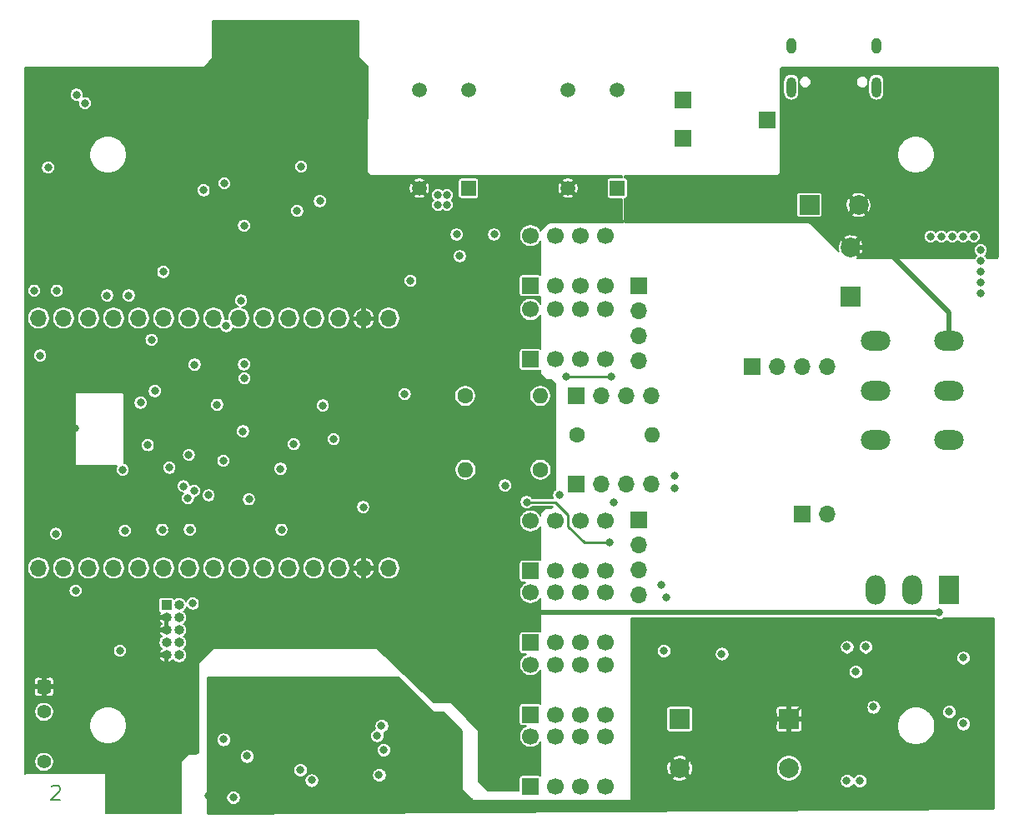
<source format=gbr>
%TF.GenerationSoftware,KiCad,Pcbnew,5.1.10-88a1d61d58~88~ubuntu18.04.1*%
%TF.CreationDate,2021-08-18T13:18:07+02:00*%
%TF.ProjectId,saba-fernbedienung,73616261-2d66-4657-926e-62656469656e,rev?*%
%TF.SameCoordinates,Original*%
%TF.FileFunction,Copper,L2,Inr*%
%TF.FilePolarity,Positive*%
%FSLAX46Y46*%
G04 Gerber Fmt 4.6, Leading zero omitted, Abs format (unit mm)*
G04 Created by KiCad (PCBNEW 5.1.10-88a1d61d58~88~ubuntu18.04.1) date 2021-08-18 13:18:07*
%MOMM*%
%LPD*%
G01*
G04 APERTURE LIST*
%TA.AperFunction,NonConductor*%
%ADD10C,0.150000*%
%TD*%
%TA.AperFunction,ComponentPad*%
%ADD11R,2.000000X2.000000*%
%TD*%
%TA.AperFunction,ComponentPad*%
%ADD12C,2.000000*%
%TD*%
%TA.AperFunction,ComponentPad*%
%ADD13R,1.700000X1.700000*%
%TD*%
%TA.AperFunction,ComponentPad*%
%ADD14O,3.000000X2.000000*%
%TD*%
%TA.AperFunction,ComponentPad*%
%ADD15O,2.000000X3.000000*%
%TD*%
%TA.AperFunction,ComponentPad*%
%ADD16R,2.000000X3.000000*%
%TD*%
%TA.AperFunction,ComponentPad*%
%ADD17C,1.520000*%
%TD*%
%TA.AperFunction,ComponentPad*%
%ADD18R,1.520000X1.520000*%
%TD*%
%TA.AperFunction,ComponentPad*%
%ADD19O,1.700000X1.700000*%
%TD*%
%TA.AperFunction,ComponentPad*%
%ADD20C,1.700000*%
%TD*%
%TA.AperFunction,ComponentPad*%
%ADD21O,1.000000X2.100000*%
%TD*%
%TA.AperFunction,ComponentPad*%
%ADD22O,1.000000X1.600000*%
%TD*%
%TA.AperFunction,ComponentPad*%
%ADD23C,1.400000*%
%TD*%
%TA.AperFunction,ComponentPad*%
%ADD24C,1.600000*%
%TD*%
%TA.AperFunction,ComponentPad*%
%ADD25O,1.600000X1.600000*%
%TD*%
%TA.AperFunction,ComponentPad*%
%ADD26O,1.000000X1.000000*%
%TD*%
%TA.AperFunction,ComponentPad*%
%ADD27R,1.000000X1.000000*%
%TD*%
%TA.AperFunction,ViaPad*%
%ADD28C,0.800000*%
%TD*%
%TA.AperFunction,Conductor*%
%ADD29C,0.250000*%
%TD*%
%TA.AperFunction,Conductor*%
%ADD30C,0.500000*%
%TD*%
%TA.AperFunction,Conductor*%
%ADD31C,0.254000*%
%TD*%
%TA.AperFunction,Conductor*%
%ADD32C,0.100000*%
%TD*%
%TA.AperFunction,Conductor*%
%ADD33C,0.200000*%
%TD*%
G04 APERTURE END LIST*
D10*
X103271428Y-136721428D02*
X103342857Y-136650000D01*
X103485714Y-136578571D01*
X103842857Y-136578571D01*
X103985714Y-136650000D01*
X104057142Y-136721428D01*
X104128571Y-136864285D01*
X104128571Y-137007142D01*
X104057142Y-137221428D01*
X103200000Y-138078571D01*
X104128571Y-138078571D01*
D11*
%TO.N,+5V*%
%TO.C,C405*%
X180200000Y-77600000D03*
D12*
%TO.N,GND*%
X185200000Y-77600000D03*
%TD*%
D11*
%TO.N,Net-(C401-Pad1)*%
%TO.C,C402*%
X184400000Y-86900000D03*
D12*
%TO.N,GND*%
X184400000Y-81900000D03*
%TD*%
D13*
%TO.N,Audio_Links*%
%TO.C,J310*%
X167400000Y-70800000D03*
%TD*%
%TO.N,Audio_Rechts*%
%TO.C,J309*%
X175900000Y-69000000D03*
%TD*%
%TO.N,Audio_GND*%
%TO.C,J308*%
X167400000Y-66900000D03*
%TD*%
D14*
%TO.N,GND*%
%TO.C,K607*%
X194400000Y-91400000D03*
%TO.N,SABA_230V_AC*%
X186900000Y-96440000D03*
%TO.N,N/C*%
X194400000Y-101480000D03*
%TO.N,SABA_N2*%
X186900000Y-101480000D03*
%TO.N,SABA_N1*%
X186900000Y-91400000D03*
%TO.N,SABA_Netz_Feedback*%
X194400000Y-96440000D03*
D15*
%TO.N,Net-(D610-Pad2)*%
X186900000Y-116740000D03*
D16*
%TO.N,Net-(D609-Pad2)*%
X194400000Y-116740000D03*
D15*
%TO.N,+5V*%
X190650000Y-116740000D03*
%TD*%
D17*
%TO.N,GND*%
%TO.C,T702*%
X155700000Y-75900000D03*
D18*
%TO.N,/Audio/amp_rechts*%
X160700000Y-75900000D03*
D17*
%TO.N,Audio_GND*%
X155700000Y-65900000D03*
%TO.N,Audio_Rechts*%
X160700000Y-65900000D03*
%TD*%
%TO.N,GND*%
%TO.C,T701*%
X140600000Y-75900000D03*
D18*
%TO.N,Net-(R722-Pad2)*%
X145600000Y-75900000D03*
D17*
%TO.N,Audio_GND*%
X140600000Y-65900000D03*
%TO.N,Audio_Links*%
X145600000Y-65900000D03*
%TD*%
D19*
%TO.N,+5V*%
%TO.C,U201*%
X137490000Y-114500000D03*
%TO.N,GND*%
X134950000Y-114500000D03*
%TO.N,SABA_Suchlauf_L*%
X132410000Y-114500000D03*
%TO.N,SABA_Schnelllauf*%
X129870000Y-114500000D03*
%TO.N,SABA_Suchlauf_R*%
X127330000Y-114500000D03*
%TO.N,SABA_Laufrichtung*%
X124790000Y-114500000D03*
%TO.N,SABA_Netz_Set*%
X122250000Y-114500000D03*
%TO.N,SABA_Netz_Reset*%
X119710000Y-114500000D03*
%TO.N,SABA_Suchlauf_Langsam*%
X117170000Y-114500000D03*
%TO.N,SPI_DCS_VS1053*%
X114630000Y-114500000D03*
%TO.N,IR_RX*%
X112090000Y-114500000D03*
%TO.N,SABA_Suchlauf_Schnell*%
X109550000Y-114500000D03*
%TO.N,Net-(C201-Pad2)*%
X107010000Y-114500000D03*
%TO.N,SABA_HS*%
X104470000Y-114500000D03*
%TO.N,Net-(D201-Pad1)*%
X101930000Y-114500000D03*
%TO.N,SPI_MOSI*%
X101930000Y-89100000D03*
%TO.N,SPI_CS_SDCARD*%
X104470000Y-89100000D03*
%TO.N,N/C*%
X107010000Y-89100000D03*
X109550000Y-89100000D03*
%TO.N,Net-(R202-Pad1)*%
X112090000Y-89100000D03*
%TO.N,SPI_MISO*%
X114630000Y-89100000D03*
%TO.N,SPI_SCK*%
X117170000Y-89100000D03*
%TO.N,SPI_CS_VS1053*%
X119710000Y-89100000D03*
%TO.N,SABA_Netz_Feedback*%
X122250000Y-89100000D03*
%TO.N,SABA_Mute*%
X124790000Y-89100000D03*
%TO.N,VS1053_DREQ*%
X127330000Y-89100000D03*
%TO.N,SABA_Leise*%
X129870000Y-89100000D03*
%TO.N,SABA_Laut*%
X132410000Y-89100000D03*
%TO.N,GND*%
X134950000Y-89150800D03*
%TO.N,+3V3*%
X137488000Y-89100800D03*
%TD*%
D11*
%TO.N,SABA_GND_AC*%
%TO.C,C415*%
X178100000Y-129800000D03*
D12*
%TO.N,-24V*%
X178100000Y-134800000D03*
%TD*%
D13*
%TO.N,+5V*%
%TO.C,K606*%
X151880000Y-114800000D03*
D20*
%TO.N,SABA_Suchlauf*%
X154420000Y-114800000D03*
%TO.N,/Fernbedienung/Suchlauf*%
X156960000Y-114800000D03*
%TO.N,N/C*%
X159500000Y-114800000D03*
%TO.N,SABA_Suchlauf*%
X159500000Y-109720000D03*
%TO.N,SABA_GND_AC*%
X156960000Y-109720000D03*
%TO.N,N/C*%
X154420000Y-109720000D03*
%TO.N,/Fernbedienung/Relais_Mute*%
X151880000Y-109720000D03*
%TD*%
D13*
%TO.N,+5V*%
%TO.C,K605*%
X151880000Y-136680000D03*
D20*
%TO.N,N/C*%
X154420000Y-136680000D03*
%TO.N,Net-(K605-Pad3)*%
X156960000Y-136680000D03*
%TO.N,Net-(K604-Pad5)*%
X159500000Y-136680000D03*
%TO.N,/Fernbedienung/Suchlauf*%
X159500000Y-131600000D03*
%TO.N,Net-(K605-Pad6)*%
X156960000Y-131600000D03*
%TO.N,N/C*%
X154420000Y-131600000D03*
%TO.N,/Fernbedienung/Relais_Suchlauf_R*%
X151880000Y-131600000D03*
%TD*%
D13*
%TO.N,+5V*%
%TO.C,K604*%
X151880000Y-129380000D03*
D20*
%TO.N,N/C*%
X154420000Y-129380000D03*
%TO.N,/Fernbedienung/Suchlauf*%
X156960000Y-129380000D03*
%TO.N,Net-(K602-Pad4)*%
X159500000Y-129380000D03*
%TO.N,Net-(K604-Pad5)*%
X159500000Y-124300000D03*
%TO.N,/Fernbedienung/Suchlauf*%
X156960000Y-124300000D03*
%TO.N,N/C*%
X154420000Y-124300000D03*
%TO.N,/Fernbedienung/Relais_Schnelllauf*%
X151880000Y-124300000D03*
%TD*%
D13*
%TO.N,+5V*%
%TO.C,K603*%
X151880000Y-85800000D03*
D20*
%TO.N,/Fernbedienung/Relais_Leise*%
X154420000Y-85800000D03*
%TO.N,Net-(D603-Pad2)*%
X156960000Y-85800000D03*
%TO.N,N/C*%
X159500000Y-85800000D03*
%TO.N,SABA_~15V_AC*%
X159500000Y-80720000D03*
%TO.N,SABA_Lautstaerke*%
X156960000Y-80720000D03*
%TO.N,N/C*%
X154420000Y-80720000D03*
%TO.N,Net-(D606-Pad2)*%
X151880000Y-80720000D03*
%TD*%
D13*
%TO.N,+5V*%
%TO.C,K602*%
X151880000Y-122080000D03*
D20*
%TO.N,N/C*%
X154420000Y-122080000D03*
%TO.N,Net-(K602-Pad3)*%
X156960000Y-122080000D03*
%TO.N,Net-(K602-Pad4)*%
X159500000Y-122080000D03*
%TO.N,/Fernbedienung/Suchlauf*%
X159500000Y-117000000D03*
%TO.N,Net-(K602-Pad6)*%
X156960000Y-117000000D03*
%TO.N,N/C*%
X154420000Y-117000000D03*
%TO.N,/Fernbedienung/Relais_Suchlauf_L*%
X151880000Y-117000000D03*
%TD*%
D13*
%TO.N,+5V*%
%TO.C,K601*%
X151880000Y-93300000D03*
D20*
%TO.N,/Fernbedienung/Relais_Laut*%
X154420000Y-93300000D03*
%TO.N,Net-(D606-Pad2)*%
X156960000Y-93300000D03*
%TO.N,N/C*%
X159500000Y-93300000D03*
%TO.N,SABA_15V_AC*%
X159500000Y-88220000D03*
%TO.N,SABA_Lautstaerke*%
X156960000Y-88220000D03*
%TO.N,N/C*%
X154420000Y-88220000D03*
%TO.N,Net-(D603-Pad2)*%
X151880000Y-88220000D03*
%TD*%
D13*
%TO.N,SABA_N2*%
%TO.C,J306*%
X179500000Y-109000000D03*
D19*
X182040000Y-109000000D03*
%TD*%
D21*
%TO.N,Net-(J312-PadS1)*%
%TO.C,J312*%
X178360000Y-65630000D03*
X187000000Y-65630000D03*
D22*
X187000000Y-61450000D03*
X178360000Y-61450000D03*
%TD*%
%TO.N,GND*%
%TO.C,U301*%
%TA.AperFunction,ComponentPad*%
G36*
G01*
X102049200Y-125860000D02*
X102950800Y-125860000D01*
G75*
G02*
X103200000Y-126109200I0J-249200D01*
G01*
X103200000Y-127010800D01*
G75*
G02*
X102950800Y-127260000I-249200J0D01*
G01*
X102049200Y-127260000D01*
G75*
G02*
X101800000Y-127010800I0J249200D01*
G01*
X101800000Y-126109200D01*
G75*
G02*
X102049200Y-125860000I249200J0D01*
G01*
G37*
%TD.AperFunction*%
D23*
%TO.N,Net-(C304-Pad1)*%
X102500000Y-129100000D03*
%TO.N,IR_RX*%
X102500000Y-134180000D03*
%TD*%
D24*
%TO.N,SABA_HS2*%
%TO.C,R618*%
X152900000Y-104500000D03*
D25*
%TO.N,Net-(D611-Pad1)*%
X145280000Y-104500000D03*
%TD*%
%TO.N,SABA_~15V_AC*%
%TO.C,R617*%
X164250000Y-101000000D03*
D24*
%TO.N,Net-(K605-Pad3)*%
X156630000Y-101000000D03*
%TD*%
D25*
%TO.N,SABA_15V_AC*%
%TO.C,R603*%
X152870000Y-97000000D03*
D24*
%TO.N,Net-(K602-Pad3)*%
X145250000Y-97000000D03*
%TD*%
D19*
%TO.N,N/C*%
%TO.C,J311*%
X162900000Y-117220000D03*
X162900000Y-114680000D03*
X162900000Y-112140000D03*
D13*
%TO.N,TA_Aktiv*%
X162900000Y-109600000D03*
%TD*%
%TO.N,SABA_N1*%
%TO.C,J307*%
X174400000Y-94000000D03*
D19*
X176940000Y-94000000D03*
%TO.N,SABA_230V_AC*%
X179480000Y-94000000D03*
X182020000Y-94000000D03*
%TD*%
D13*
%TO.N,SABA_Lautstaerke*%
%TO.C,J304*%
X156500000Y-106000000D03*
D19*
%TO.N,SABA_Suchlauf*%
X159040000Y-106000000D03*
%TO.N,SABA_HS2*%
X161580000Y-106000000D03*
%TO.N,SABA_HS3*%
X164120000Y-106000000D03*
%TD*%
D13*
%TO.N,SABA_6\u002C3V_AC*%
%TO.C,J302*%
X162900000Y-85800000D03*
D19*
X162900000Y-88340000D03*
%TO.N,Earth*%
X162900000Y-90880000D03*
X162900000Y-93420000D03*
%TD*%
D13*
%TO.N,SABA_15V_AC*%
%TO.C,J301*%
X156500000Y-97000000D03*
D19*
%TO.N,SABA_GND_AC*%
X159040000Y-97000000D03*
X161580000Y-97000000D03*
%TO.N,SABA_~15V_AC*%
X164120000Y-97000000D03*
%TD*%
D26*
%TO.N,~RESET*%
%TO.C,J201*%
X116200000Y-123340000D03*
%TO.N,GND*%
X114930000Y-123340000D03*
%TO.N,Net-(J201-Pad8)*%
X116200000Y-122070000D03*
%TO.N,N/C*%
X114930000Y-122070000D03*
%TO.N,Net-(J201-Pad6)*%
X116200000Y-120800000D03*
%TO.N,GND*%
X114930000Y-120800000D03*
%TO.N,Net-(J201-Pad4)*%
X116200000Y-119530000D03*
%TO.N,GND*%
X114930000Y-119530000D03*
%TO.N,Net-(J201-Pad2)*%
X116200000Y-118260000D03*
D27*
%TO.N,+3V3*%
X114930000Y-118260000D03*
%TD*%
D11*
%TO.N,+24V*%
%TO.C,C407*%
X167000000Y-129800000D03*
D12*
%TO.N,SABA_GND_AC*%
X167000000Y-134800000D03*
%TD*%
D28*
%TO.N,Earth*%
X155500000Y-95000000D03*
X160100000Y-95000000D03*
%TO.N,+3V3*%
X113030000Y-102005000D03*
X120700000Y-103600000D03*
X110480000Y-104505000D03*
X116650153Y-106175153D03*
X112300000Y-97700000D03*
X110700000Y-110700000D03*
X117300000Y-110600000D03*
X126600000Y-110600000D03*
X121000000Y-89900004D03*
X144400000Y-80600000D03*
X103700000Y-111000000D03*
X110200000Y-122900000D03*
X134900000Y-108300000D03*
X128199999Y-78200001D03*
%TO.N,+5V*%
X197600000Y-86600000D03*
X197600000Y-83300000D03*
X197600000Y-82200000D03*
X197600000Y-85500000D03*
X197600000Y-84400000D03*
X144700000Y-82800000D03*
X102900000Y-73800000D03*
X105800000Y-66400000D03*
X192500000Y-80800000D03*
X193600000Y-80800000D03*
X194700000Y-80800000D03*
X195800000Y-80800000D03*
X196900000Y-80800000D03*
X143400000Y-77600000D03*
X142500000Y-76600000D03*
X143400000Y-76600000D03*
X142500000Y-77600000D03*
X106650000Y-67250000D03*
%TO.N,SABA_GND_AC*%
X171400000Y-126950000D03*
X123099998Y-132100000D03*
X121800000Y-134000000D03*
X123200000Y-127999996D03*
X133000000Y-126600000D03*
X129594965Y-133629996D03*
X119200000Y-137600000D03*
X139300000Y-135750000D03*
X136500000Y-134400000D03*
X136750000Y-128600000D03*
X186700000Y-127300000D03*
%TO.N,+24V*%
X123100000Y-133600000D03*
X121700000Y-137800000D03*
X120700000Y-131900000D03*
X136500000Y-135500000D03*
X136300000Y-131500000D03*
X171300000Y-123200000D03*
X184900000Y-125000000D03*
%TO.N,+1V8*%
X122800000Y-93800000D03*
X117780000Y-93830000D03*
X123300000Y-107500000D03*
X101500000Y-86300000D03*
X103800000Y-86300000D03*
X115225000Y-104300000D03*
%TO.N,+3.3VA*%
X127855000Y-101905000D03*
X108900000Y-86800000D03*
X111100000Y-86800000D03*
X130800000Y-97979981D03*
X126500000Y-104400000D03*
%TO.N,Net-(C503-Pad1)*%
X185300000Y-136100000D03*
X186700004Y-128600000D03*
%TO.N,/Suchlauf Messung/Phase*%
X136750000Y-130500000D03*
X129650000Y-136050000D03*
%TO.N,/Suchlauf Messung/Amplitude*%
X128500000Y-135000000D03*
X136950000Y-132950000D03*
%TO.N,+5VA*%
X139700000Y-85300000D03*
X122800000Y-79700000D03*
%TO.N,SABA_15V_AC*%
X165700000Y-117500000D03*
X165200000Y-116200000D03*
X166500000Y-106400000D03*
X166500000Y-105100000D03*
%TO.N,Net-(D504-Pad1)*%
X184000000Y-122500000D03*
X165400000Y-122900000D03*
%TO.N,SABA_HS3*%
X149300000Y-106100000D03*
%TO.N,~RESET*%
X122840789Y-95218334D03*
X105700000Y-116800000D03*
%TO.N,Net-(J201-Pad6)*%
X117600000Y-118100000D03*
%TO.N,SPI_MISO*%
X119200000Y-107100000D03*
X130500001Y-77199999D03*
%TO.N,SPI_SCK*%
X117744524Y-106635401D03*
X122500000Y-87300000D03*
X128600000Y-73700000D03*
%TO.N,SPI_MOSI*%
X117100000Y-107400000D03*
X114600000Y-84400000D03*
X113400000Y-91300000D03*
X118700000Y-76100000D03*
%TO.N,SPI_CS_SDCARD*%
X120800000Y-75400000D03*
%TO.N,SABA_Lautstaerke*%
X160300000Y-107800000D03*
%TO.N,Net-(K605-Pad6)*%
X154800000Y-107100000D03*
%TO.N,Net-(R501-Pad1)*%
X185900000Y-122500000D03*
X183999998Y-136100000D03*
%TO.N,SABA_Mute*%
X139110010Y-96810010D03*
%TO.N,SPI_DCS_VS1053*%
X113750000Y-96500000D03*
X114500000Y-110600000D03*
%TO.N,SPI_CS_VS1053*%
X117200000Y-103000000D03*
%TO.N,VS1053_DREQ*%
X120063967Y-97900000D03*
%TO.N,GND*%
X114200000Y-83400000D03*
X131300000Y-76400000D03*
X119700000Y-75600000D03*
X129600000Y-73700000D03*
X115500000Y-110600000D03*
X131100000Y-105700000D03*
X147100000Y-90300000D03*
X149400000Y-115900000D03*
X145700000Y-120300000D03*
X144900000Y-123800000D03*
X146300000Y-126500000D03*
X125350000Y-121000000D03*
X129650000Y-120450000D03*
X108600000Y-111050000D03*
X181600000Y-71600000D03*
X179400000Y-68000000D03*
X185900000Y-68000000D03*
X185700000Y-70700000D03*
X128600000Y-79300000D03*
X135000000Y-75800000D03*
X127000084Y-82400000D03*
X121600000Y-86300000D03*
X113850000Y-79100000D03*
X106450000Y-79100000D03*
X103550000Y-74950000D03*
X102950000Y-72550000D03*
X114100000Y-86250000D03*
X129212660Y-113012660D03*
X124030000Y-104855000D03*
X129800000Y-102300000D03*
X120030000Y-92260000D03*
X115880000Y-96555000D03*
X130500000Y-100774990D03*
X129500000Y-92000000D03*
X122400000Y-91900000D03*
X117180000Y-101955000D03*
X134300000Y-99900000D03*
X116400000Y-104300000D03*
X131300000Y-99100000D03*
X128500000Y-107500000D03*
X114500000Y-107300000D03*
X117180000Y-99455000D03*
X112200000Y-96500000D03*
X121230000Y-97905000D03*
X115650000Y-92200000D03*
X122730000Y-98455000D03*
X105630000Y-100255000D03*
X122480000Y-103355000D03*
X128330000Y-103605000D03*
X127630000Y-99505000D03*
X126200000Y-107500000D03*
X112980000Y-103005000D03*
X112980000Y-105905000D03*
X122730000Y-101705000D03*
X113100000Y-98400000D03*
X123980000Y-96555000D03*
X119300000Y-108200000D03*
X118400000Y-92000000D03*
X106800000Y-86250062D03*
X121799992Y-81900000D03*
X122199996Y-78200000D03*
X129600000Y-94700000D03*
X135500000Y-92000000D03*
X135500000Y-94750000D03*
X134500000Y-105700000D03*
X137500000Y-100000000D03*
X115600000Y-113200000D03*
X121200000Y-120412652D03*
X116600000Y-77000000D03*
X112400000Y-91300000D03*
X117100000Y-108500000D03*
X135600000Y-84000000D03*
X195800000Y-130300000D03*
X195800000Y-123600000D03*
X148200000Y-78000000D03*
X106198952Y-91898952D03*
X137000000Y-110400000D03*
X109700000Y-118700000D03*
X193400000Y-119000000D03*
%TO.N,TA_Aktiv*%
X159900000Y-111900000D03*
X151500000Y-107800000D03*
%TO.N,SABA_Netz_Feedback*%
X148200000Y-80600000D03*
%TO.N,Net-(R202-Pad1)*%
X102100000Y-92900000D03*
%TO.N,SABA_Netz_Reset*%
X194400000Y-129100000D03*
%TO.N,Net-(R715-Pad2)*%
X131900000Y-101400010D03*
X122700000Y-100600000D03*
%TD*%
D29*
%TO.N,Earth*%
X160100000Y-95000000D02*
X155500000Y-95000000D01*
%TO.N,SABA_GND_AC*%
X178700000Y-129200000D02*
X178700000Y-129500000D01*
X186700000Y-127300000D02*
X180600000Y-127300000D01*
X180600000Y-127300000D02*
X178700000Y-129200000D01*
D30*
%TO.N,GND*%
X194400000Y-91400000D02*
X194400000Y-88500000D01*
X194400000Y-88500000D02*
X187800000Y-81900000D01*
X187800000Y-81900000D02*
X184400000Y-81900000D01*
X152100000Y-119000000D02*
X152100000Y-119000000D01*
X193400000Y-119000000D02*
X193400000Y-119000000D01*
X193400000Y-119000000D02*
X152100000Y-119000000D01*
D29*
X155700000Y-75900000D02*
X153800000Y-77800000D01*
X153700000Y-77800000D02*
X153800000Y-77800000D01*
X184400000Y-81900000D02*
X182000000Y-79500000D01*
X182000000Y-79500000D02*
X180900000Y-79500000D01*
X180900000Y-79500000D02*
X180600000Y-79200000D01*
X180600000Y-79200000D02*
X145100000Y-79200000D01*
%TO.N,TA_Aktiv*%
X157350499Y-111900000D02*
X159900000Y-111900000D01*
X155700000Y-110249501D02*
X157350499Y-111900000D01*
X151500000Y-107800000D02*
X154429000Y-107800000D01*
X155700000Y-109071000D02*
X155700000Y-110249501D01*
X154429000Y-107800000D02*
X155700000Y-109071000D01*
%TD*%
D31*
%TO.N,SABA_GND_AC*%
X193031952Y-119688569D02*
X193173357Y-119747141D01*
X193323472Y-119777000D01*
X193476528Y-119777000D01*
X193626643Y-119747141D01*
X193768048Y-119688569D01*
X193860193Y-119627000D01*
X198873000Y-119627000D01*
X198873000Y-138873791D01*
X119127000Y-139372203D01*
X119127000Y-137723472D01*
X120923000Y-137723472D01*
X120923000Y-137876528D01*
X120952859Y-138026643D01*
X121011431Y-138168048D01*
X121096464Y-138295309D01*
X121204691Y-138403536D01*
X121331952Y-138488569D01*
X121473357Y-138547141D01*
X121623472Y-138577000D01*
X121776528Y-138577000D01*
X121926643Y-138547141D01*
X122068048Y-138488569D01*
X122195309Y-138403536D01*
X122303536Y-138295309D01*
X122388569Y-138168048D01*
X122447141Y-138026643D01*
X122477000Y-137876528D01*
X122477000Y-137723472D01*
X122447141Y-137573357D01*
X122388569Y-137431952D01*
X122303536Y-137304691D01*
X122195309Y-137196464D01*
X122068048Y-137111431D01*
X121926643Y-137052859D01*
X121776528Y-137023000D01*
X121623472Y-137023000D01*
X121473357Y-137052859D01*
X121331952Y-137111431D01*
X121204691Y-137196464D01*
X121096464Y-137304691D01*
X121011431Y-137431952D01*
X120952859Y-137573357D01*
X120923000Y-137723472D01*
X119127000Y-137723472D01*
X119127000Y-135973472D01*
X128873000Y-135973472D01*
X128873000Y-136126528D01*
X128902859Y-136276643D01*
X128961431Y-136418048D01*
X129046464Y-136545309D01*
X129154691Y-136653536D01*
X129281952Y-136738569D01*
X129423357Y-136797141D01*
X129573472Y-136827000D01*
X129726528Y-136827000D01*
X129876643Y-136797141D01*
X130018048Y-136738569D01*
X130145309Y-136653536D01*
X130253536Y-136545309D01*
X130338569Y-136418048D01*
X130397141Y-136276643D01*
X130427000Y-136126528D01*
X130427000Y-135973472D01*
X130397141Y-135823357D01*
X130338569Y-135681952D01*
X130253536Y-135554691D01*
X130145309Y-135446464D01*
X130110900Y-135423472D01*
X135723000Y-135423472D01*
X135723000Y-135576528D01*
X135752859Y-135726643D01*
X135811431Y-135868048D01*
X135896464Y-135995309D01*
X136004691Y-136103536D01*
X136131952Y-136188569D01*
X136273357Y-136247141D01*
X136423472Y-136277000D01*
X136576528Y-136277000D01*
X136726643Y-136247141D01*
X136868048Y-136188569D01*
X136995309Y-136103536D01*
X137103536Y-135995309D01*
X137188569Y-135868048D01*
X137247141Y-135726643D01*
X137277000Y-135576528D01*
X137277000Y-135423472D01*
X137247141Y-135273357D01*
X137188569Y-135131952D01*
X137103536Y-135004691D01*
X136995309Y-134896464D01*
X136868048Y-134811431D01*
X136726643Y-134752859D01*
X136576528Y-134723000D01*
X136423472Y-134723000D01*
X136273357Y-134752859D01*
X136131952Y-134811431D01*
X136004691Y-134896464D01*
X135896464Y-135004691D01*
X135811431Y-135131952D01*
X135752859Y-135273357D01*
X135723000Y-135423472D01*
X130110900Y-135423472D01*
X130018048Y-135361431D01*
X129876643Y-135302859D01*
X129726528Y-135273000D01*
X129573472Y-135273000D01*
X129423357Y-135302859D01*
X129281952Y-135361431D01*
X129154691Y-135446464D01*
X129046464Y-135554691D01*
X128961431Y-135681952D01*
X128902859Y-135823357D01*
X128873000Y-135973472D01*
X119127000Y-135973472D01*
X119127000Y-134923472D01*
X127723000Y-134923472D01*
X127723000Y-135076528D01*
X127752859Y-135226643D01*
X127811431Y-135368048D01*
X127896464Y-135495309D01*
X128004691Y-135603536D01*
X128131952Y-135688569D01*
X128273357Y-135747141D01*
X128423472Y-135777000D01*
X128576528Y-135777000D01*
X128726643Y-135747141D01*
X128868048Y-135688569D01*
X128995309Y-135603536D01*
X129103536Y-135495309D01*
X129188569Y-135368048D01*
X129247141Y-135226643D01*
X129277000Y-135076528D01*
X129277000Y-134923472D01*
X129247141Y-134773357D01*
X129188569Y-134631952D01*
X129103536Y-134504691D01*
X128995309Y-134396464D01*
X128868048Y-134311431D01*
X128726643Y-134252859D01*
X128576528Y-134223000D01*
X128423472Y-134223000D01*
X128273357Y-134252859D01*
X128131952Y-134311431D01*
X128004691Y-134396464D01*
X127896464Y-134504691D01*
X127811431Y-134631952D01*
X127752859Y-134773357D01*
X127723000Y-134923472D01*
X119127000Y-134923472D01*
X119127000Y-133523472D01*
X122323000Y-133523472D01*
X122323000Y-133676528D01*
X122352859Y-133826643D01*
X122411431Y-133968048D01*
X122496464Y-134095309D01*
X122604691Y-134203536D01*
X122731952Y-134288569D01*
X122873357Y-134347141D01*
X123023472Y-134377000D01*
X123176528Y-134377000D01*
X123326643Y-134347141D01*
X123468048Y-134288569D01*
X123595309Y-134203536D01*
X123703536Y-134095309D01*
X123788569Y-133968048D01*
X123847141Y-133826643D01*
X123877000Y-133676528D01*
X123877000Y-133523472D01*
X123847141Y-133373357D01*
X123788569Y-133231952D01*
X123703536Y-133104691D01*
X123595309Y-132996464D01*
X123468048Y-132911431D01*
X123376408Y-132873472D01*
X136173000Y-132873472D01*
X136173000Y-133026528D01*
X136202859Y-133176643D01*
X136261431Y-133318048D01*
X136346464Y-133445309D01*
X136454691Y-133553536D01*
X136581952Y-133638569D01*
X136723357Y-133697141D01*
X136873472Y-133727000D01*
X137026528Y-133727000D01*
X137176643Y-133697141D01*
X137318048Y-133638569D01*
X137445309Y-133553536D01*
X137553536Y-133445309D01*
X137638569Y-133318048D01*
X137697141Y-133176643D01*
X137727000Y-133026528D01*
X137727000Y-132873472D01*
X137697141Y-132723357D01*
X137638569Y-132581952D01*
X137553536Y-132454691D01*
X137445309Y-132346464D01*
X137318048Y-132261431D01*
X137176643Y-132202859D01*
X137026528Y-132173000D01*
X136873472Y-132173000D01*
X136723357Y-132202859D01*
X136581952Y-132261431D01*
X136454691Y-132346464D01*
X136346464Y-132454691D01*
X136261431Y-132581952D01*
X136202859Y-132723357D01*
X136173000Y-132873472D01*
X123376408Y-132873472D01*
X123326643Y-132852859D01*
X123176528Y-132823000D01*
X123023472Y-132823000D01*
X122873357Y-132852859D01*
X122731952Y-132911431D01*
X122604691Y-132996464D01*
X122496464Y-133104691D01*
X122411431Y-133231952D01*
X122352859Y-133373357D01*
X122323000Y-133523472D01*
X119127000Y-133523472D01*
X119127000Y-131823472D01*
X119923000Y-131823472D01*
X119923000Y-131976528D01*
X119952859Y-132126643D01*
X120011431Y-132268048D01*
X120096464Y-132395309D01*
X120204691Y-132503536D01*
X120331952Y-132588569D01*
X120473357Y-132647141D01*
X120623472Y-132677000D01*
X120776528Y-132677000D01*
X120926643Y-132647141D01*
X121068048Y-132588569D01*
X121195309Y-132503536D01*
X121303536Y-132395309D01*
X121388569Y-132268048D01*
X121447141Y-132126643D01*
X121477000Y-131976528D01*
X121477000Y-131823472D01*
X121447141Y-131673357D01*
X121388569Y-131531952D01*
X121316086Y-131423472D01*
X135523000Y-131423472D01*
X135523000Y-131576528D01*
X135552859Y-131726643D01*
X135611431Y-131868048D01*
X135696464Y-131995309D01*
X135804691Y-132103536D01*
X135931952Y-132188569D01*
X136073357Y-132247141D01*
X136223472Y-132277000D01*
X136376528Y-132277000D01*
X136526643Y-132247141D01*
X136668048Y-132188569D01*
X136795309Y-132103536D01*
X136903536Y-131995309D01*
X136988569Y-131868048D01*
X137047141Y-131726643D01*
X137077000Y-131576528D01*
X137077000Y-131423472D01*
X137047141Y-131273357D01*
X137027548Y-131226055D01*
X137118048Y-131188569D01*
X137245309Y-131103536D01*
X137353536Y-130995309D01*
X137438569Y-130868048D01*
X137497141Y-130726643D01*
X137527000Y-130576528D01*
X137527000Y-130423472D01*
X137497141Y-130273357D01*
X137438569Y-130131952D01*
X137353536Y-130004691D01*
X137245309Y-129896464D01*
X137118048Y-129811431D01*
X136976643Y-129752859D01*
X136826528Y-129723000D01*
X136673472Y-129723000D01*
X136523357Y-129752859D01*
X136381952Y-129811431D01*
X136254691Y-129896464D01*
X136146464Y-130004691D01*
X136061431Y-130131952D01*
X136002859Y-130273357D01*
X135973000Y-130423472D01*
X135973000Y-130576528D01*
X136002859Y-130726643D01*
X136022452Y-130773945D01*
X135931952Y-130811431D01*
X135804691Y-130896464D01*
X135696464Y-131004691D01*
X135611431Y-131131952D01*
X135552859Y-131273357D01*
X135523000Y-131423472D01*
X121316086Y-131423472D01*
X121303536Y-131404691D01*
X121195309Y-131296464D01*
X121068048Y-131211431D01*
X120926643Y-131152859D01*
X120776528Y-131123000D01*
X120623472Y-131123000D01*
X120473357Y-131152859D01*
X120331952Y-131211431D01*
X120204691Y-131296464D01*
X120096464Y-131404691D01*
X120011431Y-131531952D01*
X119952859Y-131673357D01*
X119923000Y-131823472D01*
X119127000Y-131823472D01*
X119127000Y-125627000D01*
X138447394Y-125627000D01*
X141910197Y-129089803D01*
X141929443Y-129105597D01*
X141951399Y-129117333D01*
X141975224Y-129124560D01*
X142000000Y-129127000D01*
X142947394Y-129127000D01*
X144873000Y-131052606D01*
X144873000Y-137000000D01*
X144875440Y-137024776D01*
X144882667Y-137048601D01*
X144894403Y-137070557D01*
X144910197Y-137089803D01*
X145910197Y-138089803D01*
X145929443Y-138105597D01*
X145951399Y-138117333D01*
X145975224Y-138124560D01*
X146000000Y-138127000D01*
X162000000Y-138127000D01*
X162024776Y-138124560D01*
X162048601Y-138117333D01*
X162070557Y-138105597D01*
X162089803Y-138089803D01*
X162105597Y-138070557D01*
X162117333Y-138048601D01*
X162124560Y-138024776D01*
X162127000Y-138000000D01*
X162127000Y-135797122D01*
X166182483Y-135797122D01*
X166292881Y-135989330D01*
X166538495Y-136104430D01*
X166801845Y-136169400D01*
X167072809Y-136181745D01*
X167340975Y-136140991D01*
X167596038Y-136048703D01*
X167707119Y-135989330D01*
X167817517Y-135797122D01*
X167000000Y-134979605D01*
X166182483Y-135797122D01*
X162127000Y-135797122D01*
X162127000Y-134872809D01*
X165618255Y-134872809D01*
X165659009Y-135140975D01*
X165751297Y-135396038D01*
X165810670Y-135507119D01*
X166002878Y-135617517D01*
X166820395Y-134800000D01*
X167179605Y-134800000D01*
X167997122Y-135617517D01*
X168189330Y-135507119D01*
X168304430Y-135261505D01*
X168369400Y-134998155D01*
X168381745Y-134727191D01*
X168372199Y-134664377D01*
X176723000Y-134664377D01*
X176723000Y-134935623D01*
X176775917Y-135201656D01*
X176879718Y-135452254D01*
X177030414Y-135677787D01*
X177222213Y-135869586D01*
X177447746Y-136020282D01*
X177698344Y-136124083D01*
X177964377Y-136177000D01*
X178235623Y-136177000D01*
X178501656Y-136124083D01*
X178744552Y-136023472D01*
X183222998Y-136023472D01*
X183222998Y-136176528D01*
X183252857Y-136326643D01*
X183311429Y-136468048D01*
X183396462Y-136595309D01*
X183504689Y-136703536D01*
X183631950Y-136788569D01*
X183773355Y-136847141D01*
X183923470Y-136877000D01*
X184076526Y-136877000D01*
X184226641Y-136847141D01*
X184368046Y-136788569D01*
X184495307Y-136703536D01*
X184603534Y-136595309D01*
X184649999Y-136525769D01*
X184696464Y-136595309D01*
X184804691Y-136703536D01*
X184931952Y-136788569D01*
X185073357Y-136847141D01*
X185223472Y-136877000D01*
X185376528Y-136877000D01*
X185526643Y-136847141D01*
X185668048Y-136788569D01*
X185795309Y-136703536D01*
X185903536Y-136595309D01*
X185988569Y-136468048D01*
X186047141Y-136326643D01*
X186077000Y-136176528D01*
X186077000Y-136023472D01*
X186047141Y-135873357D01*
X185988569Y-135731952D01*
X185903536Y-135604691D01*
X185795309Y-135496464D01*
X185668048Y-135411431D01*
X185526643Y-135352859D01*
X185376528Y-135323000D01*
X185223472Y-135323000D01*
X185073357Y-135352859D01*
X184931952Y-135411431D01*
X184804691Y-135496464D01*
X184696464Y-135604691D01*
X184649999Y-135674231D01*
X184603534Y-135604691D01*
X184495307Y-135496464D01*
X184368046Y-135411431D01*
X184226641Y-135352859D01*
X184076526Y-135323000D01*
X183923470Y-135323000D01*
X183773355Y-135352859D01*
X183631950Y-135411431D01*
X183504689Y-135496464D01*
X183396462Y-135604691D01*
X183311429Y-135731952D01*
X183252857Y-135873357D01*
X183222998Y-136023472D01*
X178744552Y-136023472D01*
X178752254Y-136020282D01*
X178977787Y-135869586D01*
X179169586Y-135677787D01*
X179320282Y-135452254D01*
X179424083Y-135201656D01*
X179477000Y-134935623D01*
X179477000Y-134664377D01*
X179424083Y-134398344D01*
X179320282Y-134147746D01*
X179169586Y-133922213D01*
X178977787Y-133730414D01*
X178752254Y-133579718D01*
X178501656Y-133475917D01*
X178235623Y-133423000D01*
X177964377Y-133423000D01*
X177698344Y-133475917D01*
X177447746Y-133579718D01*
X177222213Y-133730414D01*
X177030414Y-133922213D01*
X176879718Y-134147746D01*
X176775917Y-134398344D01*
X176723000Y-134664377D01*
X168372199Y-134664377D01*
X168340991Y-134459025D01*
X168248703Y-134203962D01*
X168189330Y-134092881D01*
X167997122Y-133982483D01*
X167179605Y-134800000D01*
X166820395Y-134800000D01*
X166002878Y-133982483D01*
X165810670Y-134092881D01*
X165695570Y-134338495D01*
X165630600Y-134601845D01*
X165618255Y-134872809D01*
X162127000Y-134872809D01*
X162127000Y-133802878D01*
X166182483Y-133802878D01*
X167000000Y-134620395D01*
X167817517Y-133802878D01*
X167707119Y-133610670D01*
X167461505Y-133495570D01*
X167198155Y-133430600D01*
X166927191Y-133418255D01*
X166659025Y-133459009D01*
X166403962Y-133551297D01*
X166292881Y-133610670D01*
X166182483Y-133802878D01*
X162127000Y-133802878D01*
X162127000Y-128800000D01*
X165621176Y-128800000D01*
X165621176Y-130800000D01*
X165628455Y-130873905D01*
X165650012Y-130944970D01*
X165685019Y-131010463D01*
X165732131Y-131067869D01*
X165789537Y-131114981D01*
X165855030Y-131149988D01*
X165926095Y-131171545D01*
X166000000Y-131178824D01*
X168000000Y-131178824D01*
X168073905Y-131171545D01*
X168144970Y-131149988D01*
X168210463Y-131114981D01*
X168267869Y-131067869D01*
X168314981Y-131010463D01*
X168349988Y-130944970D01*
X168371545Y-130873905D01*
X168378824Y-130800000D01*
X176721176Y-130800000D01*
X176728455Y-130873905D01*
X176750012Y-130944970D01*
X176785019Y-131010463D01*
X176832131Y-131067869D01*
X176889537Y-131114981D01*
X176955030Y-131149988D01*
X177026095Y-131171545D01*
X177100000Y-131178824D01*
X177878750Y-131177000D01*
X177973000Y-131082750D01*
X177973000Y-129927000D01*
X178227000Y-129927000D01*
X178227000Y-131082750D01*
X178321250Y-131177000D01*
X179100000Y-131178824D01*
X179173905Y-131171545D01*
X179244970Y-131149988D01*
X179310463Y-131114981D01*
X179367869Y-131067869D01*
X179414981Y-131010463D01*
X179449988Y-130944970D01*
X179471545Y-130873905D01*
X179478824Y-130800000D01*
X179477666Y-130305282D01*
X189023000Y-130305282D01*
X189023000Y-130694718D01*
X189098975Y-131076670D01*
X189248005Y-131436461D01*
X189464364Y-131760264D01*
X189739736Y-132035636D01*
X190063539Y-132251995D01*
X190423330Y-132401025D01*
X190805282Y-132477000D01*
X191194718Y-132477000D01*
X191576670Y-132401025D01*
X191936461Y-132251995D01*
X192260264Y-132035636D01*
X192535636Y-131760264D01*
X192751995Y-131436461D01*
X192901025Y-131076670D01*
X192977000Y-130694718D01*
X192977000Y-130305282D01*
X192960727Y-130223472D01*
X195023000Y-130223472D01*
X195023000Y-130376528D01*
X195052859Y-130526643D01*
X195111431Y-130668048D01*
X195196464Y-130795309D01*
X195304691Y-130903536D01*
X195431952Y-130988569D01*
X195573357Y-131047141D01*
X195723472Y-131077000D01*
X195876528Y-131077000D01*
X196026643Y-131047141D01*
X196168048Y-130988569D01*
X196295309Y-130903536D01*
X196403536Y-130795309D01*
X196488569Y-130668048D01*
X196547141Y-130526643D01*
X196577000Y-130376528D01*
X196577000Y-130223472D01*
X196547141Y-130073357D01*
X196488569Y-129931952D01*
X196403536Y-129804691D01*
X196295309Y-129696464D01*
X196168048Y-129611431D01*
X196026643Y-129552859D01*
X195876528Y-129523000D01*
X195723472Y-129523000D01*
X195573357Y-129552859D01*
X195431952Y-129611431D01*
X195304691Y-129696464D01*
X195196464Y-129804691D01*
X195111431Y-129931952D01*
X195052859Y-130073357D01*
X195023000Y-130223472D01*
X192960727Y-130223472D01*
X192901025Y-129923330D01*
X192751995Y-129563539D01*
X192535636Y-129239736D01*
X192319372Y-129023472D01*
X193623000Y-129023472D01*
X193623000Y-129176528D01*
X193652859Y-129326643D01*
X193711431Y-129468048D01*
X193796464Y-129595309D01*
X193904691Y-129703536D01*
X194031952Y-129788569D01*
X194173357Y-129847141D01*
X194323472Y-129877000D01*
X194476528Y-129877000D01*
X194626643Y-129847141D01*
X194768048Y-129788569D01*
X194895309Y-129703536D01*
X195003536Y-129595309D01*
X195088569Y-129468048D01*
X195147141Y-129326643D01*
X195177000Y-129176528D01*
X195177000Y-129023472D01*
X195147141Y-128873357D01*
X195088569Y-128731952D01*
X195003536Y-128604691D01*
X194895309Y-128496464D01*
X194768048Y-128411431D01*
X194626643Y-128352859D01*
X194476528Y-128323000D01*
X194323472Y-128323000D01*
X194173357Y-128352859D01*
X194031952Y-128411431D01*
X193904691Y-128496464D01*
X193796464Y-128604691D01*
X193711431Y-128731952D01*
X193652859Y-128873357D01*
X193623000Y-129023472D01*
X192319372Y-129023472D01*
X192260264Y-128964364D01*
X191936461Y-128748005D01*
X191576670Y-128598975D01*
X191194718Y-128523000D01*
X190805282Y-128523000D01*
X190423330Y-128598975D01*
X190063539Y-128748005D01*
X189739736Y-128964364D01*
X189464364Y-129239736D01*
X189248005Y-129563539D01*
X189098975Y-129923330D01*
X189023000Y-130305282D01*
X179477666Y-130305282D01*
X179477000Y-130021250D01*
X179382750Y-129927000D01*
X178227000Y-129927000D01*
X177973000Y-129927000D01*
X176817250Y-129927000D01*
X176723000Y-130021250D01*
X176721176Y-130800000D01*
X168378824Y-130800000D01*
X168378824Y-128800000D01*
X176721176Y-128800000D01*
X176723000Y-129578750D01*
X176817250Y-129673000D01*
X177973000Y-129673000D01*
X177973000Y-128517250D01*
X178227000Y-128517250D01*
X178227000Y-129673000D01*
X179382750Y-129673000D01*
X179477000Y-129578750D01*
X179478824Y-128800000D01*
X179471545Y-128726095D01*
X179449988Y-128655030D01*
X179414981Y-128589537D01*
X179367869Y-128532131D01*
X179357319Y-128523472D01*
X185923004Y-128523472D01*
X185923004Y-128676528D01*
X185952863Y-128826643D01*
X186011435Y-128968048D01*
X186096468Y-129095309D01*
X186204695Y-129203536D01*
X186331956Y-129288569D01*
X186473361Y-129347141D01*
X186623476Y-129377000D01*
X186776532Y-129377000D01*
X186926647Y-129347141D01*
X187068052Y-129288569D01*
X187195313Y-129203536D01*
X187303540Y-129095309D01*
X187388573Y-128968048D01*
X187447145Y-128826643D01*
X187477004Y-128676528D01*
X187477004Y-128523472D01*
X187447145Y-128373357D01*
X187388573Y-128231952D01*
X187303540Y-128104691D01*
X187195313Y-127996464D01*
X187068052Y-127911431D01*
X186926647Y-127852859D01*
X186776532Y-127823000D01*
X186623476Y-127823000D01*
X186473361Y-127852859D01*
X186331956Y-127911431D01*
X186204695Y-127996464D01*
X186096468Y-128104691D01*
X186011435Y-128231952D01*
X185952863Y-128373357D01*
X185923004Y-128523472D01*
X179357319Y-128523472D01*
X179310463Y-128485019D01*
X179244970Y-128450012D01*
X179173905Y-128428455D01*
X179100000Y-128421176D01*
X178321250Y-128423000D01*
X178227000Y-128517250D01*
X177973000Y-128517250D01*
X177878750Y-128423000D01*
X177100000Y-128421176D01*
X177026095Y-128428455D01*
X176955030Y-128450012D01*
X176889537Y-128485019D01*
X176832131Y-128532131D01*
X176785019Y-128589537D01*
X176750012Y-128655030D01*
X176728455Y-128726095D01*
X176721176Y-128800000D01*
X168378824Y-128800000D01*
X168371545Y-128726095D01*
X168349988Y-128655030D01*
X168314981Y-128589537D01*
X168267869Y-128532131D01*
X168210463Y-128485019D01*
X168144970Y-128450012D01*
X168073905Y-128428455D01*
X168000000Y-128421176D01*
X166000000Y-128421176D01*
X165926095Y-128428455D01*
X165855030Y-128450012D01*
X165789537Y-128485019D01*
X165732131Y-128532131D01*
X165685019Y-128589537D01*
X165650012Y-128655030D01*
X165628455Y-128726095D01*
X165621176Y-128800000D01*
X162127000Y-128800000D01*
X162127000Y-124923472D01*
X184123000Y-124923472D01*
X184123000Y-125076528D01*
X184152859Y-125226643D01*
X184211431Y-125368048D01*
X184296464Y-125495309D01*
X184404691Y-125603536D01*
X184531952Y-125688569D01*
X184673357Y-125747141D01*
X184823472Y-125777000D01*
X184976528Y-125777000D01*
X185126643Y-125747141D01*
X185268048Y-125688569D01*
X185395309Y-125603536D01*
X185503536Y-125495309D01*
X185588569Y-125368048D01*
X185647141Y-125226643D01*
X185677000Y-125076528D01*
X185677000Y-124923472D01*
X185647141Y-124773357D01*
X185588569Y-124631952D01*
X185503536Y-124504691D01*
X185395309Y-124396464D01*
X185268048Y-124311431D01*
X185126643Y-124252859D01*
X184976528Y-124223000D01*
X184823472Y-124223000D01*
X184673357Y-124252859D01*
X184531952Y-124311431D01*
X184404691Y-124396464D01*
X184296464Y-124504691D01*
X184211431Y-124631952D01*
X184152859Y-124773357D01*
X184123000Y-124923472D01*
X162127000Y-124923472D01*
X162127000Y-122823472D01*
X164623000Y-122823472D01*
X164623000Y-122976528D01*
X164652859Y-123126643D01*
X164711431Y-123268048D01*
X164796464Y-123395309D01*
X164904691Y-123503536D01*
X165031952Y-123588569D01*
X165173357Y-123647141D01*
X165323472Y-123677000D01*
X165476528Y-123677000D01*
X165626643Y-123647141D01*
X165768048Y-123588569D01*
X165895309Y-123503536D01*
X166003536Y-123395309D01*
X166088569Y-123268048D01*
X166147141Y-123126643D01*
X166147771Y-123123472D01*
X170523000Y-123123472D01*
X170523000Y-123276528D01*
X170552859Y-123426643D01*
X170611431Y-123568048D01*
X170696464Y-123695309D01*
X170804691Y-123803536D01*
X170931952Y-123888569D01*
X171073357Y-123947141D01*
X171223472Y-123977000D01*
X171376528Y-123977000D01*
X171526643Y-123947141D01*
X171668048Y-123888569D01*
X171795309Y-123803536D01*
X171903536Y-123695309D01*
X171988569Y-123568048D01*
X172007033Y-123523472D01*
X195023000Y-123523472D01*
X195023000Y-123676528D01*
X195052859Y-123826643D01*
X195111431Y-123968048D01*
X195196464Y-124095309D01*
X195304691Y-124203536D01*
X195431952Y-124288569D01*
X195573357Y-124347141D01*
X195723472Y-124377000D01*
X195876528Y-124377000D01*
X196026643Y-124347141D01*
X196168048Y-124288569D01*
X196295309Y-124203536D01*
X196403536Y-124095309D01*
X196488569Y-123968048D01*
X196547141Y-123826643D01*
X196577000Y-123676528D01*
X196577000Y-123523472D01*
X196547141Y-123373357D01*
X196488569Y-123231952D01*
X196403536Y-123104691D01*
X196295309Y-122996464D01*
X196168048Y-122911431D01*
X196026643Y-122852859D01*
X195876528Y-122823000D01*
X195723472Y-122823000D01*
X195573357Y-122852859D01*
X195431952Y-122911431D01*
X195304691Y-122996464D01*
X195196464Y-123104691D01*
X195111431Y-123231952D01*
X195052859Y-123373357D01*
X195023000Y-123523472D01*
X172007033Y-123523472D01*
X172047141Y-123426643D01*
X172077000Y-123276528D01*
X172077000Y-123123472D01*
X172047141Y-122973357D01*
X171988569Y-122831952D01*
X171903536Y-122704691D01*
X171795309Y-122596464D01*
X171668048Y-122511431D01*
X171526643Y-122452859D01*
X171378901Y-122423472D01*
X183223000Y-122423472D01*
X183223000Y-122576528D01*
X183252859Y-122726643D01*
X183311431Y-122868048D01*
X183396464Y-122995309D01*
X183504691Y-123103536D01*
X183631952Y-123188569D01*
X183773357Y-123247141D01*
X183923472Y-123277000D01*
X184076528Y-123277000D01*
X184226643Y-123247141D01*
X184368048Y-123188569D01*
X184495309Y-123103536D01*
X184603536Y-122995309D01*
X184688569Y-122868048D01*
X184747141Y-122726643D01*
X184777000Y-122576528D01*
X184777000Y-122423472D01*
X185123000Y-122423472D01*
X185123000Y-122576528D01*
X185152859Y-122726643D01*
X185211431Y-122868048D01*
X185296464Y-122995309D01*
X185404691Y-123103536D01*
X185531952Y-123188569D01*
X185673357Y-123247141D01*
X185823472Y-123277000D01*
X185976528Y-123277000D01*
X186126643Y-123247141D01*
X186268048Y-123188569D01*
X186395309Y-123103536D01*
X186503536Y-122995309D01*
X186588569Y-122868048D01*
X186647141Y-122726643D01*
X186677000Y-122576528D01*
X186677000Y-122423472D01*
X186647141Y-122273357D01*
X186588569Y-122131952D01*
X186503536Y-122004691D01*
X186395309Y-121896464D01*
X186268048Y-121811431D01*
X186126643Y-121752859D01*
X185976528Y-121723000D01*
X185823472Y-121723000D01*
X185673357Y-121752859D01*
X185531952Y-121811431D01*
X185404691Y-121896464D01*
X185296464Y-122004691D01*
X185211431Y-122131952D01*
X185152859Y-122273357D01*
X185123000Y-122423472D01*
X184777000Y-122423472D01*
X184747141Y-122273357D01*
X184688569Y-122131952D01*
X184603536Y-122004691D01*
X184495309Y-121896464D01*
X184368048Y-121811431D01*
X184226643Y-121752859D01*
X184076528Y-121723000D01*
X183923472Y-121723000D01*
X183773357Y-121752859D01*
X183631952Y-121811431D01*
X183504691Y-121896464D01*
X183396464Y-122004691D01*
X183311431Y-122131952D01*
X183252859Y-122273357D01*
X183223000Y-122423472D01*
X171378901Y-122423472D01*
X171376528Y-122423000D01*
X171223472Y-122423000D01*
X171073357Y-122452859D01*
X170931952Y-122511431D01*
X170804691Y-122596464D01*
X170696464Y-122704691D01*
X170611431Y-122831952D01*
X170552859Y-122973357D01*
X170523000Y-123123472D01*
X166147771Y-123123472D01*
X166177000Y-122976528D01*
X166177000Y-122823472D01*
X166147141Y-122673357D01*
X166088569Y-122531952D01*
X166003536Y-122404691D01*
X165895309Y-122296464D01*
X165768048Y-122211431D01*
X165626643Y-122152859D01*
X165476528Y-122123000D01*
X165323472Y-122123000D01*
X165173357Y-122152859D01*
X165031952Y-122211431D01*
X164904691Y-122296464D01*
X164796464Y-122404691D01*
X164711431Y-122531952D01*
X164652859Y-122673357D01*
X164623000Y-122823472D01*
X162127000Y-122823472D01*
X162127000Y-119627000D01*
X192939807Y-119627000D01*
X193031952Y-119688569D01*
%TA.AperFunction,Conductor*%
D32*
G36*
X193031952Y-119688569D02*
G01*
X193173357Y-119747141D01*
X193323472Y-119777000D01*
X193476528Y-119777000D01*
X193626643Y-119747141D01*
X193768048Y-119688569D01*
X193860193Y-119627000D01*
X198873000Y-119627000D01*
X198873000Y-138873791D01*
X119127000Y-139372203D01*
X119127000Y-137723472D01*
X120923000Y-137723472D01*
X120923000Y-137876528D01*
X120952859Y-138026643D01*
X121011431Y-138168048D01*
X121096464Y-138295309D01*
X121204691Y-138403536D01*
X121331952Y-138488569D01*
X121473357Y-138547141D01*
X121623472Y-138577000D01*
X121776528Y-138577000D01*
X121926643Y-138547141D01*
X122068048Y-138488569D01*
X122195309Y-138403536D01*
X122303536Y-138295309D01*
X122388569Y-138168048D01*
X122447141Y-138026643D01*
X122477000Y-137876528D01*
X122477000Y-137723472D01*
X122447141Y-137573357D01*
X122388569Y-137431952D01*
X122303536Y-137304691D01*
X122195309Y-137196464D01*
X122068048Y-137111431D01*
X121926643Y-137052859D01*
X121776528Y-137023000D01*
X121623472Y-137023000D01*
X121473357Y-137052859D01*
X121331952Y-137111431D01*
X121204691Y-137196464D01*
X121096464Y-137304691D01*
X121011431Y-137431952D01*
X120952859Y-137573357D01*
X120923000Y-137723472D01*
X119127000Y-137723472D01*
X119127000Y-135973472D01*
X128873000Y-135973472D01*
X128873000Y-136126528D01*
X128902859Y-136276643D01*
X128961431Y-136418048D01*
X129046464Y-136545309D01*
X129154691Y-136653536D01*
X129281952Y-136738569D01*
X129423357Y-136797141D01*
X129573472Y-136827000D01*
X129726528Y-136827000D01*
X129876643Y-136797141D01*
X130018048Y-136738569D01*
X130145309Y-136653536D01*
X130253536Y-136545309D01*
X130338569Y-136418048D01*
X130397141Y-136276643D01*
X130427000Y-136126528D01*
X130427000Y-135973472D01*
X130397141Y-135823357D01*
X130338569Y-135681952D01*
X130253536Y-135554691D01*
X130145309Y-135446464D01*
X130110900Y-135423472D01*
X135723000Y-135423472D01*
X135723000Y-135576528D01*
X135752859Y-135726643D01*
X135811431Y-135868048D01*
X135896464Y-135995309D01*
X136004691Y-136103536D01*
X136131952Y-136188569D01*
X136273357Y-136247141D01*
X136423472Y-136277000D01*
X136576528Y-136277000D01*
X136726643Y-136247141D01*
X136868048Y-136188569D01*
X136995309Y-136103536D01*
X137103536Y-135995309D01*
X137188569Y-135868048D01*
X137247141Y-135726643D01*
X137277000Y-135576528D01*
X137277000Y-135423472D01*
X137247141Y-135273357D01*
X137188569Y-135131952D01*
X137103536Y-135004691D01*
X136995309Y-134896464D01*
X136868048Y-134811431D01*
X136726643Y-134752859D01*
X136576528Y-134723000D01*
X136423472Y-134723000D01*
X136273357Y-134752859D01*
X136131952Y-134811431D01*
X136004691Y-134896464D01*
X135896464Y-135004691D01*
X135811431Y-135131952D01*
X135752859Y-135273357D01*
X135723000Y-135423472D01*
X130110900Y-135423472D01*
X130018048Y-135361431D01*
X129876643Y-135302859D01*
X129726528Y-135273000D01*
X129573472Y-135273000D01*
X129423357Y-135302859D01*
X129281952Y-135361431D01*
X129154691Y-135446464D01*
X129046464Y-135554691D01*
X128961431Y-135681952D01*
X128902859Y-135823357D01*
X128873000Y-135973472D01*
X119127000Y-135973472D01*
X119127000Y-134923472D01*
X127723000Y-134923472D01*
X127723000Y-135076528D01*
X127752859Y-135226643D01*
X127811431Y-135368048D01*
X127896464Y-135495309D01*
X128004691Y-135603536D01*
X128131952Y-135688569D01*
X128273357Y-135747141D01*
X128423472Y-135777000D01*
X128576528Y-135777000D01*
X128726643Y-135747141D01*
X128868048Y-135688569D01*
X128995309Y-135603536D01*
X129103536Y-135495309D01*
X129188569Y-135368048D01*
X129247141Y-135226643D01*
X129277000Y-135076528D01*
X129277000Y-134923472D01*
X129247141Y-134773357D01*
X129188569Y-134631952D01*
X129103536Y-134504691D01*
X128995309Y-134396464D01*
X128868048Y-134311431D01*
X128726643Y-134252859D01*
X128576528Y-134223000D01*
X128423472Y-134223000D01*
X128273357Y-134252859D01*
X128131952Y-134311431D01*
X128004691Y-134396464D01*
X127896464Y-134504691D01*
X127811431Y-134631952D01*
X127752859Y-134773357D01*
X127723000Y-134923472D01*
X119127000Y-134923472D01*
X119127000Y-133523472D01*
X122323000Y-133523472D01*
X122323000Y-133676528D01*
X122352859Y-133826643D01*
X122411431Y-133968048D01*
X122496464Y-134095309D01*
X122604691Y-134203536D01*
X122731952Y-134288569D01*
X122873357Y-134347141D01*
X123023472Y-134377000D01*
X123176528Y-134377000D01*
X123326643Y-134347141D01*
X123468048Y-134288569D01*
X123595309Y-134203536D01*
X123703536Y-134095309D01*
X123788569Y-133968048D01*
X123847141Y-133826643D01*
X123877000Y-133676528D01*
X123877000Y-133523472D01*
X123847141Y-133373357D01*
X123788569Y-133231952D01*
X123703536Y-133104691D01*
X123595309Y-132996464D01*
X123468048Y-132911431D01*
X123376408Y-132873472D01*
X136173000Y-132873472D01*
X136173000Y-133026528D01*
X136202859Y-133176643D01*
X136261431Y-133318048D01*
X136346464Y-133445309D01*
X136454691Y-133553536D01*
X136581952Y-133638569D01*
X136723357Y-133697141D01*
X136873472Y-133727000D01*
X137026528Y-133727000D01*
X137176643Y-133697141D01*
X137318048Y-133638569D01*
X137445309Y-133553536D01*
X137553536Y-133445309D01*
X137638569Y-133318048D01*
X137697141Y-133176643D01*
X137727000Y-133026528D01*
X137727000Y-132873472D01*
X137697141Y-132723357D01*
X137638569Y-132581952D01*
X137553536Y-132454691D01*
X137445309Y-132346464D01*
X137318048Y-132261431D01*
X137176643Y-132202859D01*
X137026528Y-132173000D01*
X136873472Y-132173000D01*
X136723357Y-132202859D01*
X136581952Y-132261431D01*
X136454691Y-132346464D01*
X136346464Y-132454691D01*
X136261431Y-132581952D01*
X136202859Y-132723357D01*
X136173000Y-132873472D01*
X123376408Y-132873472D01*
X123326643Y-132852859D01*
X123176528Y-132823000D01*
X123023472Y-132823000D01*
X122873357Y-132852859D01*
X122731952Y-132911431D01*
X122604691Y-132996464D01*
X122496464Y-133104691D01*
X122411431Y-133231952D01*
X122352859Y-133373357D01*
X122323000Y-133523472D01*
X119127000Y-133523472D01*
X119127000Y-131823472D01*
X119923000Y-131823472D01*
X119923000Y-131976528D01*
X119952859Y-132126643D01*
X120011431Y-132268048D01*
X120096464Y-132395309D01*
X120204691Y-132503536D01*
X120331952Y-132588569D01*
X120473357Y-132647141D01*
X120623472Y-132677000D01*
X120776528Y-132677000D01*
X120926643Y-132647141D01*
X121068048Y-132588569D01*
X121195309Y-132503536D01*
X121303536Y-132395309D01*
X121388569Y-132268048D01*
X121447141Y-132126643D01*
X121477000Y-131976528D01*
X121477000Y-131823472D01*
X121447141Y-131673357D01*
X121388569Y-131531952D01*
X121316086Y-131423472D01*
X135523000Y-131423472D01*
X135523000Y-131576528D01*
X135552859Y-131726643D01*
X135611431Y-131868048D01*
X135696464Y-131995309D01*
X135804691Y-132103536D01*
X135931952Y-132188569D01*
X136073357Y-132247141D01*
X136223472Y-132277000D01*
X136376528Y-132277000D01*
X136526643Y-132247141D01*
X136668048Y-132188569D01*
X136795309Y-132103536D01*
X136903536Y-131995309D01*
X136988569Y-131868048D01*
X137047141Y-131726643D01*
X137077000Y-131576528D01*
X137077000Y-131423472D01*
X137047141Y-131273357D01*
X137027548Y-131226055D01*
X137118048Y-131188569D01*
X137245309Y-131103536D01*
X137353536Y-130995309D01*
X137438569Y-130868048D01*
X137497141Y-130726643D01*
X137527000Y-130576528D01*
X137527000Y-130423472D01*
X137497141Y-130273357D01*
X137438569Y-130131952D01*
X137353536Y-130004691D01*
X137245309Y-129896464D01*
X137118048Y-129811431D01*
X136976643Y-129752859D01*
X136826528Y-129723000D01*
X136673472Y-129723000D01*
X136523357Y-129752859D01*
X136381952Y-129811431D01*
X136254691Y-129896464D01*
X136146464Y-130004691D01*
X136061431Y-130131952D01*
X136002859Y-130273357D01*
X135973000Y-130423472D01*
X135973000Y-130576528D01*
X136002859Y-130726643D01*
X136022452Y-130773945D01*
X135931952Y-130811431D01*
X135804691Y-130896464D01*
X135696464Y-131004691D01*
X135611431Y-131131952D01*
X135552859Y-131273357D01*
X135523000Y-131423472D01*
X121316086Y-131423472D01*
X121303536Y-131404691D01*
X121195309Y-131296464D01*
X121068048Y-131211431D01*
X120926643Y-131152859D01*
X120776528Y-131123000D01*
X120623472Y-131123000D01*
X120473357Y-131152859D01*
X120331952Y-131211431D01*
X120204691Y-131296464D01*
X120096464Y-131404691D01*
X120011431Y-131531952D01*
X119952859Y-131673357D01*
X119923000Y-131823472D01*
X119127000Y-131823472D01*
X119127000Y-125627000D01*
X138447394Y-125627000D01*
X141910197Y-129089803D01*
X141929443Y-129105597D01*
X141951399Y-129117333D01*
X141975224Y-129124560D01*
X142000000Y-129127000D01*
X142947394Y-129127000D01*
X144873000Y-131052606D01*
X144873000Y-137000000D01*
X144875440Y-137024776D01*
X144882667Y-137048601D01*
X144894403Y-137070557D01*
X144910197Y-137089803D01*
X145910197Y-138089803D01*
X145929443Y-138105597D01*
X145951399Y-138117333D01*
X145975224Y-138124560D01*
X146000000Y-138127000D01*
X162000000Y-138127000D01*
X162024776Y-138124560D01*
X162048601Y-138117333D01*
X162070557Y-138105597D01*
X162089803Y-138089803D01*
X162105597Y-138070557D01*
X162117333Y-138048601D01*
X162124560Y-138024776D01*
X162127000Y-138000000D01*
X162127000Y-135797122D01*
X166182483Y-135797122D01*
X166292881Y-135989330D01*
X166538495Y-136104430D01*
X166801845Y-136169400D01*
X167072809Y-136181745D01*
X167340975Y-136140991D01*
X167596038Y-136048703D01*
X167707119Y-135989330D01*
X167817517Y-135797122D01*
X167000000Y-134979605D01*
X166182483Y-135797122D01*
X162127000Y-135797122D01*
X162127000Y-134872809D01*
X165618255Y-134872809D01*
X165659009Y-135140975D01*
X165751297Y-135396038D01*
X165810670Y-135507119D01*
X166002878Y-135617517D01*
X166820395Y-134800000D01*
X167179605Y-134800000D01*
X167997122Y-135617517D01*
X168189330Y-135507119D01*
X168304430Y-135261505D01*
X168369400Y-134998155D01*
X168381745Y-134727191D01*
X168372199Y-134664377D01*
X176723000Y-134664377D01*
X176723000Y-134935623D01*
X176775917Y-135201656D01*
X176879718Y-135452254D01*
X177030414Y-135677787D01*
X177222213Y-135869586D01*
X177447746Y-136020282D01*
X177698344Y-136124083D01*
X177964377Y-136177000D01*
X178235623Y-136177000D01*
X178501656Y-136124083D01*
X178744552Y-136023472D01*
X183222998Y-136023472D01*
X183222998Y-136176528D01*
X183252857Y-136326643D01*
X183311429Y-136468048D01*
X183396462Y-136595309D01*
X183504689Y-136703536D01*
X183631950Y-136788569D01*
X183773355Y-136847141D01*
X183923470Y-136877000D01*
X184076526Y-136877000D01*
X184226641Y-136847141D01*
X184368046Y-136788569D01*
X184495307Y-136703536D01*
X184603534Y-136595309D01*
X184649999Y-136525769D01*
X184696464Y-136595309D01*
X184804691Y-136703536D01*
X184931952Y-136788569D01*
X185073357Y-136847141D01*
X185223472Y-136877000D01*
X185376528Y-136877000D01*
X185526643Y-136847141D01*
X185668048Y-136788569D01*
X185795309Y-136703536D01*
X185903536Y-136595309D01*
X185988569Y-136468048D01*
X186047141Y-136326643D01*
X186077000Y-136176528D01*
X186077000Y-136023472D01*
X186047141Y-135873357D01*
X185988569Y-135731952D01*
X185903536Y-135604691D01*
X185795309Y-135496464D01*
X185668048Y-135411431D01*
X185526643Y-135352859D01*
X185376528Y-135323000D01*
X185223472Y-135323000D01*
X185073357Y-135352859D01*
X184931952Y-135411431D01*
X184804691Y-135496464D01*
X184696464Y-135604691D01*
X184649999Y-135674231D01*
X184603534Y-135604691D01*
X184495307Y-135496464D01*
X184368046Y-135411431D01*
X184226641Y-135352859D01*
X184076526Y-135323000D01*
X183923470Y-135323000D01*
X183773355Y-135352859D01*
X183631950Y-135411431D01*
X183504689Y-135496464D01*
X183396462Y-135604691D01*
X183311429Y-135731952D01*
X183252857Y-135873357D01*
X183222998Y-136023472D01*
X178744552Y-136023472D01*
X178752254Y-136020282D01*
X178977787Y-135869586D01*
X179169586Y-135677787D01*
X179320282Y-135452254D01*
X179424083Y-135201656D01*
X179477000Y-134935623D01*
X179477000Y-134664377D01*
X179424083Y-134398344D01*
X179320282Y-134147746D01*
X179169586Y-133922213D01*
X178977787Y-133730414D01*
X178752254Y-133579718D01*
X178501656Y-133475917D01*
X178235623Y-133423000D01*
X177964377Y-133423000D01*
X177698344Y-133475917D01*
X177447746Y-133579718D01*
X177222213Y-133730414D01*
X177030414Y-133922213D01*
X176879718Y-134147746D01*
X176775917Y-134398344D01*
X176723000Y-134664377D01*
X168372199Y-134664377D01*
X168340991Y-134459025D01*
X168248703Y-134203962D01*
X168189330Y-134092881D01*
X167997122Y-133982483D01*
X167179605Y-134800000D01*
X166820395Y-134800000D01*
X166002878Y-133982483D01*
X165810670Y-134092881D01*
X165695570Y-134338495D01*
X165630600Y-134601845D01*
X165618255Y-134872809D01*
X162127000Y-134872809D01*
X162127000Y-133802878D01*
X166182483Y-133802878D01*
X167000000Y-134620395D01*
X167817517Y-133802878D01*
X167707119Y-133610670D01*
X167461505Y-133495570D01*
X167198155Y-133430600D01*
X166927191Y-133418255D01*
X166659025Y-133459009D01*
X166403962Y-133551297D01*
X166292881Y-133610670D01*
X166182483Y-133802878D01*
X162127000Y-133802878D01*
X162127000Y-128800000D01*
X165621176Y-128800000D01*
X165621176Y-130800000D01*
X165628455Y-130873905D01*
X165650012Y-130944970D01*
X165685019Y-131010463D01*
X165732131Y-131067869D01*
X165789537Y-131114981D01*
X165855030Y-131149988D01*
X165926095Y-131171545D01*
X166000000Y-131178824D01*
X168000000Y-131178824D01*
X168073905Y-131171545D01*
X168144970Y-131149988D01*
X168210463Y-131114981D01*
X168267869Y-131067869D01*
X168314981Y-131010463D01*
X168349988Y-130944970D01*
X168371545Y-130873905D01*
X168378824Y-130800000D01*
X176721176Y-130800000D01*
X176728455Y-130873905D01*
X176750012Y-130944970D01*
X176785019Y-131010463D01*
X176832131Y-131067869D01*
X176889537Y-131114981D01*
X176955030Y-131149988D01*
X177026095Y-131171545D01*
X177100000Y-131178824D01*
X177878750Y-131177000D01*
X177973000Y-131082750D01*
X177973000Y-129927000D01*
X178227000Y-129927000D01*
X178227000Y-131082750D01*
X178321250Y-131177000D01*
X179100000Y-131178824D01*
X179173905Y-131171545D01*
X179244970Y-131149988D01*
X179310463Y-131114981D01*
X179367869Y-131067869D01*
X179414981Y-131010463D01*
X179449988Y-130944970D01*
X179471545Y-130873905D01*
X179478824Y-130800000D01*
X179477666Y-130305282D01*
X189023000Y-130305282D01*
X189023000Y-130694718D01*
X189098975Y-131076670D01*
X189248005Y-131436461D01*
X189464364Y-131760264D01*
X189739736Y-132035636D01*
X190063539Y-132251995D01*
X190423330Y-132401025D01*
X190805282Y-132477000D01*
X191194718Y-132477000D01*
X191576670Y-132401025D01*
X191936461Y-132251995D01*
X192260264Y-132035636D01*
X192535636Y-131760264D01*
X192751995Y-131436461D01*
X192901025Y-131076670D01*
X192977000Y-130694718D01*
X192977000Y-130305282D01*
X192960727Y-130223472D01*
X195023000Y-130223472D01*
X195023000Y-130376528D01*
X195052859Y-130526643D01*
X195111431Y-130668048D01*
X195196464Y-130795309D01*
X195304691Y-130903536D01*
X195431952Y-130988569D01*
X195573357Y-131047141D01*
X195723472Y-131077000D01*
X195876528Y-131077000D01*
X196026643Y-131047141D01*
X196168048Y-130988569D01*
X196295309Y-130903536D01*
X196403536Y-130795309D01*
X196488569Y-130668048D01*
X196547141Y-130526643D01*
X196577000Y-130376528D01*
X196577000Y-130223472D01*
X196547141Y-130073357D01*
X196488569Y-129931952D01*
X196403536Y-129804691D01*
X196295309Y-129696464D01*
X196168048Y-129611431D01*
X196026643Y-129552859D01*
X195876528Y-129523000D01*
X195723472Y-129523000D01*
X195573357Y-129552859D01*
X195431952Y-129611431D01*
X195304691Y-129696464D01*
X195196464Y-129804691D01*
X195111431Y-129931952D01*
X195052859Y-130073357D01*
X195023000Y-130223472D01*
X192960727Y-130223472D01*
X192901025Y-129923330D01*
X192751995Y-129563539D01*
X192535636Y-129239736D01*
X192319372Y-129023472D01*
X193623000Y-129023472D01*
X193623000Y-129176528D01*
X193652859Y-129326643D01*
X193711431Y-129468048D01*
X193796464Y-129595309D01*
X193904691Y-129703536D01*
X194031952Y-129788569D01*
X194173357Y-129847141D01*
X194323472Y-129877000D01*
X194476528Y-129877000D01*
X194626643Y-129847141D01*
X194768048Y-129788569D01*
X194895309Y-129703536D01*
X195003536Y-129595309D01*
X195088569Y-129468048D01*
X195147141Y-129326643D01*
X195177000Y-129176528D01*
X195177000Y-129023472D01*
X195147141Y-128873357D01*
X195088569Y-128731952D01*
X195003536Y-128604691D01*
X194895309Y-128496464D01*
X194768048Y-128411431D01*
X194626643Y-128352859D01*
X194476528Y-128323000D01*
X194323472Y-128323000D01*
X194173357Y-128352859D01*
X194031952Y-128411431D01*
X193904691Y-128496464D01*
X193796464Y-128604691D01*
X193711431Y-128731952D01*
X193652859Y-128873357D01*
X193623000Y-129023472D01*
X192319372Y-129023472D01*
X192260264Y-128964364D01*
X191936461Y-128748005D01*
X191576670Y-128598975D01*
X191194718Y-128523000D01*
X190805282Y-128523000D01*
X190423330Y-128598975D01*
X190063539Y-128748005D01*
X189739736Y-128964364D01*
X189464364Y-129239736D01*
X189248005Y-129563539D01*
X189098975Y-129923330D01*
X189023000Y-130305282D01*
X179477666Y-130305282D01*
X179477000Y-130021250D01*
X179382750Y-129927000D01*
X178227000Y-129927000D01*
X177973000Y-129927000D01*
X176817250Y-129927000D01*
X176723000Y-130021250D01*
X176721176Y-130800000D01*
X168378824Y-130800000D01*
X168378824Y-128800000D01*
X176721176Y-128800000D01*
X176723000Y-129578750D01*
X176817250Y-129673000D01*
X177973000Y-129673000D01*
X177973000Y-128517250D01*
X178227000Y-128517250D01*
X178227000Y-129673000D01*
X179382750Y-129673000D01*
X179477000Y-129578750D01*
X179478824Y-128800000D01*
X179471545Y-128726095D01*
X179449988Y-128655030D01*
X179414981Y-128589537D01*
X179367869Y-128532131D01*
X179357319Y-128523472D01*
X185923004Y-128523472D01*
X185923004Y-128676528D01*
X185952863Y-128826643D01*
X186011435Y-128968048D01*
X186096468Y-129095309D01*
X186204695Y-129203536D01*
X186331956Y-129288569D01*
X186473361Y-129347141D01*
X186623476Y-129377000D01*
X186776532Y-129377000D01*
X186926647Y-129347141D01*
X187068052Y-129288569D01*
X187195313Y-129203536D01*
X187303540Y-129095309D01*
X187388573Y-128968048D01*
X187447145Y-128826643D01*
X187477004Y-128676528D01*
X187477004Y-128523472D01*
X187447145Y-128373357D01*
X187388573Y-128231952D01*
X187303540Y-128104691D01*
X187195313Y-127996464D01*
X187068052Y-127911431D01*
X186926647Y-127852859D01*
X186776532Y-127823000D01*
X186623476Y-127823000D01*
X186473361Y-127852859D01*
X186331956Y-127911431D01*
X186204695Y-127996464D01*
X186096468Y-128104691D01*
X186011435Y-128231952D01*
X185952863Y-128373357D01*
X185923004Y-128523472D01*
X179357319Y-128523472D01*
X179310463Y-128485019D01*
X179244970Y-128450012D01*
X179173905Y-128428455D01*
X179100000Y-128421176D01*
X178321250Y-128423000D01*
X178227000Y-128517250D01*
X177973000Y-128517250D01*
X177878750Y-128423000D01*
X177100000Y-128421176D01*
X177026095Y-128428455D01*
X176955030Y-128450012D01*
X176889537Y-128485019D01*
X176832131Y-128532131D01*
X176785019Y-128589537D01*
X176750012Y-128655030D01*
X176728455Y-128726095D01*
X176721176Y-128800000D01*
X168378824Y-128800000D01*
X168371545Y-128726095D01*
X168349988Y-128655030D01*
X168314981Y-128589537D01*
X168267869Y-128532131D01*
X168210463Y-128485019D01*
X168144970Y-128450012D01*
X168073905Y-128428455D01*
X168000000Y-128421176D01*
X166000000Y-128421176D01*
X165926095Y-128428455D01*
X165855030Y-128450012D01*
X165789537Y-128485019D01*
X165732131Y-128532131D01*
X165685019Y-128589537D01*
X165650012Y-128655030D01*
X165628455Y-128726095D01*
X165621176Y-128800000D01*
X162127000Y-128800000D01*
X162127000Y-124923472D01*
X184123000Y-124923472D01*
X184123000Y-125076528D01*
X184152859Y-125226643D01*
X184211431Y-125368048D01*
X184296464Y-125495309D01*
X184404691Y-125603536D01*
X184531952Y-125688569D01*
X184673357Y-125747141D01*
X184823472Y-125777000D01*
X184976528Y-125777000D01*
X185126643Y-125747141D01*
X185268048Y-125688569D01*
X185395309Y-125603536D01*
X185503536Y-125495309D01*
X185588569Y-125368048D01*
X185647141Y-125226643D01*
X185677000Y-125076528D01*
X185677000Y-124923472D01*
X185647141Y-124773357D01*
X185588569Y-124631952D01*
X185503536Y-124504691D01*
X185395309Y-124396464D01*
X185268048Y-124311431D01*
X185126643Y-124252859D01*
X184976528Y-124223000D01*
X184823472Y-124223000D01*
X184673357Y-124252859D01*
X184531952Y-124311431D01*
X184404691Y-124396464D01*
X184296464Y-124504691D01*
X184211431Y-124631952D01*
X184152859Y-124773357D01*
X184123000Y-124923472D01*
X162127000Y-124923472D01*
X162127000Y-122823472D01*
X164623000Y-122823472D01*
X164623000Y-122976528D01*
X164652859Y-123126643D01*
X164711431Y-123268048D01*
X164796464Y-123395309D01*
X164904691Y-123503536D01*
X165031952Y-123588569D01*
X165173357Y-123647141D01*
X165323472Y-123677000D01*
X165476528Y-123677000D01*
X165626643Y-123647141D01*
X165768048Y-123588569D01*
X165895309Y-123503536D01*
X166003536Y-123395309D01*
X166088569Y-123268048D01*
X166147141Y-123126643D01*
X166147771Y-123123472D01*
X170523000Y-123123472D01*
X170523000Y-123276528D01*
X170552859Y-123426643D01*
X170611431Y-123568048D01*
X170696464Y-123695309D01*
X170804691Y-123803536D01*
X170931952Y-123888569D01*
X171073357Y-123947141D01*
X171223472Y-123977000D01*
X171376528Y-123977000D01*
X171526643Y-123947141D01*
X171668048Y-123888569D01*
X171795309Y-123803536D01*
X171903536Y-123695309D01*
X171988569Y-123568048D01*
X172007033Y-123523472D01*
X195023000Y-123523472D01*
X195023000Y-123676528D01*
X195052859Y-123826643D01*
X195111431Y-123968048D01*
X195196464Y-124095309D01*
X195304691Y-124203536D01*
X195431952Y-124288569D01*
X195573357Y-124347141D01*
X195723472Y-124377000D01*
X195876528Y-124377000D01*
X196026643Y-124347141D01*
X196168048Y-124288569D01*
X196295309Y-124203536D01*
X196403536Y-124095309D01*
X196488569Y-123968048D01*
X196547141Y-123826643D01*
X196577000Y-123676528D01*
X196577000Y-123523472D01*
X196547141Y-123373357D01*
X196488569Y-123231952D01*
X196403536Y-123104691D01*
X196295309Y-122996464D01*
X196168048Y-122911431D01*
X196026643Y-122852859D01*
X195876528Y-122823000D01*
X195723472Y-122823000D01*
X195573357Y-122852859D01*
X195431952Y-122911431D01*
X195304691Y-122996464D01*
X195196464Y-123104691D01*
X195111431Y-123231952D01*
X195052859Y-123373357D01*
X195023000Y-123523472D01*
X172007033Y-123523472D01*
X172047141Y-123426643D01*
X172077000Y-123276528D01*
X172077000Y-123123472D01*
X172047141Y-122973357D01*
X171988569Y-122831952D01*
X171903536Y-122704691D01*
X171795309Y-122596464D01*
X171668048Y-122511431D01*
X171526643Y-122452859D01*
X171378901Y-122423472D01*
X183223000Y-122423472D01*
X183223000Y-122576528D01*
X183252859Y-122726643D01*
X183311431Y-122868048D01*
X183396464Y-122995309D01*
X183504691Y-123103536D01*
X183631952Y-123188569D01*
X183773357Y-123247141D01*
X183923472Y-123277000D01*
X184076528Y-123277000D01*
X184226643Y-123247141D01*
X184368048Y-123188569D01*
X184495309Y-123103536D01*
X184603536Y-122995309D01*
X184688569Y-122868048D01*
X184747141Y-122726643D01*
X184777000Y-122576528D01*
X184777000Y-122423472D01*
X185123000Y-122423472D01*
X185123000Y-122576528D01*
X185152859Y-122726643D01*
X185211431Y-122868048D01*
X185296464Y-122995309D01*
X185404691Y-123103536D01*
X185531952Y-123188569D01*
X185673357Y-123247141D01*
X185823472Y-123277000D01*
X185976528Y-123277000D01*
X186126643Y-123247141D01*
X186268048Y-123188569D01*
X186395309Y-123103536D01*
X186503536Y-122995309D01*
X186588569Y-122868048D01*
X186647141Y-122726643D01*
X186677000Y-122576528D01*
X186677000Y-122423472D01*
X186647141Y-122273357D01*
X186588569Y-122131952D01*
X186503536Y-122004691D01*
X186395309Y-121896464D01*
X186268048Y-121811431D01*
X186126643Y-121752859D01*
X185976528Y-121723000D01*
X185823472Y-121723000D01*
X185673357Y-121752859D01*
X185531952Y-121811431D01*
X185404691Y-121896464D01*
X185296464Y-122004691D01*
X185211431Y-122131952D01*
X185152859Y-122273357D01*
X185123000Y-122423472D01*
X184777000Y-122423472D01*
X184747141Y-122273357D01*
X184688569Y-122131952D01*
X184603536Y-122004691D01*
X184495309Y-121896464D01*
X184368048Y-121811431D01*
X184226643Y-121752859D01*
X184076528Y-121723000D01*
X183923472Y-121723000D01*
X183773357Y-121752859D01*
X183631952Y-121811431D01*
X183504691Y-121896464D01*
X183396464Y-122004691D01*
X183311431Y-122131952D01*
X183252859Y-122273357D01*
X183223000Y-122423472D01*
X171378901Y-122423472D01*
X171376528Y-122423000D01*
X171223472Y-122423000D01*
X171073357Y-122452859D01*
X170931952Y-122511431D01*
X170804691Y-122596464D01*
X170696464Y-122704691D01*
X170611431Y-122831952D01*
X170552859Y-122973357D01*
X170523000Y-123123472D01*
X166147771Y-123123472D01*
X166177000Y-122976528D01*
X166177000Y-122823472D01*
X166147141Y-122673357D01*
X166088569Y-122531952D01*
X166003536Y-122404691D01*
X165895309Y-122296464D01*
X165768048Y-122211431D01*
X165626643Y-122152859D01*
X165476528Y-122123000D01*
X165323472Y-122123000D01*
X165173357Y-122152859D01*
X165031952Y-122211431D01*
X164904691Y-122296464D01*
X164796464Y-122404691D01*
X164711431Y-122531952D01*
X164652859Y-122673357D01*
X164623000Y-122823472D01*
X162127000Y-122823472D01*
X162127000Y-119627000D01*
X192939807Y-119627000D01*
X193031952Y-119688569D01*
G37*
%TD.AperFunction*%
%TD*%
D33*
%TO.N,GND*%
X134400000Y-62500000D02*
X134401921Y-62519509D01*
X134407612Y-62538268D01*
X134416853Y-62555557D01*
X134429289Y-62570711D01*
X135399615Y-63541037D01*
X135300004Y-74299074D01*
X135301745Y-74318600D01*
X135307262Y-74337411D01*
X135316342Y-74354785D01*
X135329289Y-74370711D01*
X135529289Y-74570711D01*
X135544443Y-74583147D01*
X135561732Y-74592388D01*
X135580491Y-74598079D01*
X135600000Y-74600000D01*
X161221050Y-74600000D01*
X161207612Y-74632443D01*
X161201921Y-74651202D01*
X161200000Y-74670711D01*
X161200000Y-74838549D01*
X159940000Y-74838549D01*
X159881190Y-74844341D01*
X159824640Y-74861496D01*
X159772523Y-74889353D01*
X159726842Y-74926842D01*
X159689353Y-74972523D01*
X159661496Y-75024640D01*
X159644341Y-75081190D01*
X159638549Y-75140000D01*
X159638549Y-76660000D01*
X159644341Y-76718810D01*
X159661496Y-76775360D01*
X159689353Y-76827477D01*
X159726842Y-76873158D01*
X159772523Y-76910647D01*
X159824640Y-76938504D01*
X159881190Y-76955659D01*
X159940000Y-76961451D01*
X161200000Y-76961451D01*
X161200000Y-79300000D01*
X161201921Y-79319509D01*
X161207612Y-79338268D01*
X161216853Y-79355557D01*
X161229289Y-79370711D01*
X161258578Y-79400000D01*
X153750000Y-79400000D01*
X153730491Y-79401921D01*
X153711732Y-79407612D01*
X153694443Y-79416853D01*
X153679289Y-79429289D01*
X152929289Y-80179289D01*
X152916853Y-80194443D01*
X152911334Y-80204768D01*
X152899116Y-80175271D01*
X152773263Y-79986918D01*
X152613082Y-79826737D01*
X152424729Y-79700884D01*
X152215443Y-79614194D01*
X151993265Y-79570000D01*
X151766735Y-79570000D01*
X151544557Y-79614194D01*
X151335271Y-79700884D01*
X151146918Y-79826737D01*
X150986737Y-79986918D01*
X150860884Y-80175271D01*
X150774194Y-80384557D01*
X150730000Y-80606735D01*
X150730000Y-80833265D01*
X150774194Y-81055443D01*
X150860884Y-81264729D01*
X150986737Y-81453082D01*
X151146918Y-81613263D01*
X151335271Y-81739116D01*
X151544557Y-81825806D01*
X151766735Y-81870000D01*
X151993265Y-81870000D01*
X152215443Y-81825806D01*
X152424729Y-81739116D01*
X152613082Y-81613263D01*
X152773263Y-81453082D01*
X152899116Y-81264729D01*
X152900000Y-81262595D01*
X152900000Y-84701424D01*
X152897477Y-84699353D01*
X152845360Y-84671496D01*
X152788810Y-84654341D01*
X152730000Y-84648549D01*
X151030000Y-84648549D01*
X150971190Y-84654341D01*
X150914640Y-84671496D01*
X150862523Y-84699353D01*
X150816842Y-84736842D01*
X150779353Y-84782523D01*
X150751496Y-84834640D01*
X150734341Y-84891190D01*
X150728549Y-84950000D01*
X150728549Y-86650000D01*
X150734341Y-86708810D01*
X150751496Y-86765360D01*
X150779353Y-86817477D01*
X150816842Y-86863158D01*
X150862523Y-86900647D01*
X150914640Y-86928504D01*
X150971190Y-86945659D01*
X151030000Y-86951451D01*
X152730000Y-86951451D01*
X152788810Y-86945659D01*
X152845360Y-86928504D01*
X152897477Y-86900647D01*
X152900000Y-86898576D01*
X152900000Y-87677405D01*
X152899116Y-87675271D01*
X152773263Y-87486918D01*
X152613082Y-87326737D01*
X152424729Y-87200884D01*
X152215443Y-87114194D01*
X151993265Y-87070000D01*
X151766735Y-87070000D01*
X151544557Y-87114194D01*
X151335271Y-87200884D01*
X151146918Y-87326737D01*
X150986737Y-87486918D01*
X150860884Y-87675271D01*
X150774194Y-87884557D01*
X150730000Y-88106735D01*
X150730000Y-88333265D01*
X150774194Y-88555443D01*
X150860884Y-88764729D01*
X150986737Y-88953082D01*
X151146918Y-89113263D01*
X151335271Y-89239116D01*
X151544557Y-89325806D01*
X151766735Y-89370000D01*
X151993265Y-89370000D01*
X152215443Y-89325806D01*
X152424729Y-89239116D01*
X152613082Y-89113263D01*
X152773263Y-88953082D01*
X152899116Y-88764729D01*
X152900000Y-88762595D01*
X152900000Y-92201424D01*
X152897477Y-92199353D01*
X152845360Y-92171496D01*
X152788810Y-92154341D01*
X152730000Y-92148549D01*
X151030000Y-92148549D01*
X150971190Y-92154341D01*
X150914640Y-92171496D01*
X150862523Y-92199353D01*
X150816842Y-92236842D01*
X150779353Y-92282523D01*
X150751496Y-92334640D01*
X150734341Y-92391190D01*
X150728549Y-92450000D01*
X150728549Y-94150000D01*
X150734341Y-94208810D01*
X150751496Y-94265360D01*
X150779353Y-94317477D01*
X150816842Y-94363158D01*
X150862523Y-94400647D01*
X150914640Y-94428504D01*
X150971190Y-94445659D01*
X151030000Y-94451451D01*
X152730000Y-94451451D01*
X152788810Y-94445659D01*
X152845360Y-94428504D01*
X152897477Y-94400647D01*
X152900000Y-94398576D01*
X152900000Y-94750000D01*
X152901921Y-94769509D01*
X152907612Y-94788268D01*
X152916853Y-94805557D01*
X152929289Y-94820711D01*
X153429289Y-95320711D01*
X153444443Y-95333147D01*
X153461732Y-95342388D01*
X153480491Y-95348079D01*
X153500000Y-95350000D01*
X153958578Y-95350000D01*
X154400000Y-95791422D01*
X154400000Y-106525388D01*
X154353776Y-106556274D01*
X154256274Y-106653776D01*
X154179668Y-106768426D01*
X154126901Y-106895818D01*
X154100000Y-107031056D01*
X154100000Y-107168944D01*
X154126901Y-107304182D01*
X154156235Y-107375000D01*
X152057907Y-107375000D01*
X152043726Y-107353776D01*
X151946224Y-107256274D01*
X151831574Y-107179668D01*
X151704182Y-107126901D01*
X151568944Y-107100000D01*
X151431056Y-107100000D01*
X151295818Y-107126901D01*
X151168426Y-107179668D01*
X151053776Y-107256274D01*
X150956274Y-107353776D01*
X150879668Y-107468426D01*
X150826901Y-107595818D01*
X150800000Y-107731056D01*
X150800000Y-107868944D01*
X150826901Y-108004182D01*
X150879668Y-108131574D01*
X150956274Y-108246224D01*
X151053776Y-108343726D01*
X151168426Y-108420332D01*
X151295818Y-108473099D01*
X151431056Y-108500000D01*
X151568944Y-108500000D01*
X151704182Y-108473099D01*
X151831574Y-108420332D01*
X151946224Y-108343726D01*
X152043726Y-108246224D01*
X152057907Y-108225000D01*
X154133578Y-108225000D01*
X153958578Y-108400000D01*
X153500000Y-108400000D01*
X153480491Y-108401921D01*
X153461732Y-108407612D01*
X153444443Y-108416853D01*
X153429289Y-108429289D01*
X152929289Y-108929289D01*
X152916853Y-108944443D01*
X152907612Y-108961732D01*
X152901921Y-108980491D01*
X152900000Y-109000000D01*
X152900000Y-109177405D01*
X152899116Y-109175271D01*
X152773263Y-108986918D01*
X152613082Y-108826737D01*
X152424729Y-108700884D01*
X152215443Y-108614194D01*
X151993265Y-108570000D01*
X151766735Y-108570000D01*
X151544557Y-108614194D01*
X151335271Y-108700884D01*
X151146918Y-108826737D01*
X150986737Y-108986918D01*
X150860884Y-109175271D01*
X150774194Y-109384557D01*
X150730000Y-109606735D01*
X150730000Y-109833265D01*
X150774194Y-110055443D01*
X150860884Y-110264729D01*
X150986737Y-110453082D01*
X151146918Y-110613263D01*
X151335271Y-110739116D01*
X151544557Y-110825806D01*
X151766735Y-110870000D01*
X151993265Y-110870000D01*
X152215443Y-110825806D01*
X152424729Y-110739116D01*
X152613082Y-110613263D01*
X152773263Y-110453082D01*
X152899116Y-110264729D01*
X152900000Y-110262595D01*
X152900000Y-113701424D01*
X152897477Y-113699353D01*
X152845360Y-113671496D01*
X152788810Y-113654341D01*
X152730000Y-113648549D01*
X151030000Y-113648549D01*
X150971190Y-113654341D01*
X150914640Y-113671496D01*
X150862523Y-113699353D01*
X150816842Y-113736842D01*
X150779353Y-113782523D01*
X150751496Y-113834640D01*
X150734341Y-113891190D01*
X150728549Y-113950000D01*
X150728549Y-115650000D01*
X150734341Y-115708810D01*
X150751496Y-115765360D01*
X150779353Y-115817477D01*
X150816842Y-115863158D01*
X150862523Y-115900647D01*
X150914640Y-115928504D01*
X150971190Y-115945659D01*
X151030000Y-115951451D01*
X151406328Y-115951451D01*
X151335271Y-115980884D01*
X151146918Y-116106737D01*
X150986737Y-116266918D01*
X150860884Y-116455271D01*
X150774194Y-116664557D01*
X150730000Y-116886735D01*
X150730000Y-117113265D01*
X150774194Y-117335443D01*
X150860884Y-117544729D01*
X150986737Y-117733082D01*
X151146918Y-117893263D01*
X151335271Y-118019116D01*
X151544557Y-118105806D01*
X151766735Y-118150000D01*
X151993265Y-118150000D01*
X152215443Y-118105806D01*
X152424729Y-118019116D01*
X152613082Y-117893263D01*
X152773263Y-117733082D01*
X152899116Y-117544729D01*
X152900000Y-117542595D01*
X152900000Y-120981424D01*
X152897477Y-120979353D01*
X152845360Y-120951496D01*
X152788810Y-120934341D01*
X152730000Y-120928549D01*
X151030000Y-120928549D01*
X150971190Y-120934341D01*
X150914640Y-120951496D01*
X150862523Y-120979353D01*
X150816842Y-121016842D01*
X150779353Y-121062523D01*
X150751496Y-121114640D01*
X150734341Y-121171190D01*
X150728549Y-121230000D01*
X150728549Y-122930000D01*
X150734341Y-122988810D01*
X150751496Y-123045360D01*
X150779353Y-123097477D01*
X150816842Y-123143158D01*
X150862523Y-123180647D01*
X150914640Y-123208504D01*
X150971190Y-123225659D01*
X151030000Y-123231451D01*
X151454612Y-123231451D01*
X151335271Y-123280884D01*
X151146918Y-123406737D01*
X150986737Y-123566918D01*
X150860884Y-123755271D01*
X150774194Y-123964557D01*
X150730000Y-124186735D01*
X150730000Y-124413265D01*
X150774194Y-124635443D01*
X150860884Y-124844729D01*
X150986737Y-125033082D01*
X151146918Y-125193263D01*
X151335271Y-125319116D01*
X151544557Y-125405806D01*
X151766735Y-125450000D01*
X151993265Y-125450000D01*
X152215443Y-125405806D01*
X152424729Y-125319116D01*
X152613082Y-125193263D01*
X152773263Y-125033082D01*
X152899116Y-124844729D01*
X152900000Y-124842595D01*
X152900000Y-128281424D01*
X152897477Y-128279353D01*
X152845360Y-128251496D01*
X152788810Y-128234341D01*
X152730000Y-128228549D01*
X151030000Y-128228549D01*
X150971190Y-128234341D01*
X150914640Y-128251496D01*
X150862523Y-128279353D01*
X150816842Y-128316842D01*
X150779353Y-128362523D01*
X150751496Y-128414640D01*
X150734341Y-128471190D01*
X150728549Y-128530000D01*
X150728549Y-130230000D01*
X150734341Y-130288810D01*
X150751496Y-130345360D01*
X150779353Y-130397477D01*
X150816842Y-130443158D01*
X150862523Y-130480647D01*
X150914640Y-130508504D01*
X150971190Y-130525659D01*
X151030000Y-130531451D01*
X151454612Y-130531451D01*
X151335271Y-130580884D01*
X151146918Y-130706737D01*
X150986737Y-130866918D01*
X150860884Y-131055271D01*
X150774194Y-131264557D01*
X150730000Y-131486735D01*
X150730000Y-131713265D01*
X150774194Y-131935443D01*
X150860884Y-132144729D01*
X150986737Y-132333082D01*
X151146918Y-132493263D01*
X151335271Y-132619116D01*
X151544557Y-132705806D01*
X151766735Y-132750000D01*
X151993265Y-132750000D01*
X152215443Y-132705806D01*
X152424729Y-132619116D01*
X152613082Y-132493263D01*
X152773263Y-132333082D01*
X152899116Y-132144729D01*
X152900000Y-132142595D01*
X152900000Y-135581424D01*
X152897477Y-135579353D01*
X152845360Y-135551496D01*
X152788810Y-135534341D01*
X152730000Y-135528549D01*
X151030000Y-135528549D01*
X150971190Y-135534341D01*
X150914640Y-135551496D01*
X150862523Y-135579353D01*
X150816842Y-135616842D01*
X150779353Y-135662523D01*
X150751496Y-135714640D01*
X150734341Y-135771190D01*
X150728549Y-135830000D01*
X150728549Y-137150000D01*
X147541422Y-137150000D01*
X146600000Y-136208578D01*
X146600000Y-131000000D01*
X146598079Y-130980491D01*
X146592388Y-130961732D01*
X146583147Y-130944443D01*
X146570711Y-130929289D01*
X143820711Y-128179289D01*
X143805557Y-128166853D01*
X143788268Y-128157612D01*
X143769509Y-128151921D01*
X143750000Y-128150000D01*
X142040125Y-128150000D01*
X136319122Y-122677736D01*
X136303696Y-122665639D01*
X136286206Y-122656785D01*
X136267325Y-122651512D01*
X136250000Y-122650000D01*
X119750000Y-122650000D01*
X119730491Y-122651921D01*
X119711732Y-122657612D01*
X119694443Y-122666853D01*
X119679289Y-122679289D01*
X118179289Y-124179289D01*
X118166853Y-124194443D01*
X118157612Y-124211732D01*
X118151921Y-124230491D01*
X118150000Y-124250000D01*
X118150000Y-133208578D01*
X117958578Y-133400000D01*
X117250000Y-133400000D01*
X117230491Y-133401921D01*
X117211732Y-133407612D01*
X117194443Y-133416853D01*
X117179289Y-133429289D01*
X116429289Y-134179289D01*
X116416853Y-134194443D01*
X116407612Y-134211732D01*
X116401921Y-134230491D01*
X116400000Y-134250000D01*
X116400000Y-139400000D01*
X108800000Y-139400000D01*
X108800000Y-135400000D01*
X108798079Y-135380491D01*
X108792388Y-135361732D01*
X108783147Y-135344443D01*
X108770711Y-135329289D01*
X108755557Y-135316853D01*
X108738268Y-135307612D01*
X108719509Y-135301921D01*
X108700000Y-135300000D01*
X100700000Y-135300000D01*
X100680491Y-135301921D01*
X100661732Y-135307612D01*
X100644443Y-135316853D01*
X100629289Y-135329289D01*
X100616853Y-135344443D01*
X100607612Y-135361732D01*
X100601921Y-135380491D01*
X100600000Y-135400000D01*
X100600000Y-134081509D01*
X101500000Y-134081509D01*
X101500000Y-134278491D01*
X101538429Y-134471689D01*
X101613811Y-134653678D01*
X101723249Y-134817463D01*
X101862537Y-134956751D01*
X102026322Y-135066189D01*
X102208311Y-135141571D01*
X102401509Y-135180000D01*
X102598491Y-135180000D01*
X102791689Y-135141571D01*
X102973678Y-135066189D01*
X103137463Y-134956751D01*
X103276751Y-134817463D01*
X103386189Y-134653678D01*
X103461571Y-134471689D01*
X103500000Y-134278491D01*
X103500000Y-134081509D01*
X103461571Y-133888311D01*
X103386189Y-133706322D01*
X103276751Y-133542537D01*
X103137463Y-133403249D01*
X102973678Y-133293811D01*
X102791689Y-133218429D01*
X102598491Y-133180000D01*
X102401509Y-133180000D01*
X102208311Y-133218429D01*
X102026322Y-133293811D01*
X101862537Y-133403249D01*
X101723249Y-133542537D01*
X101613811Y-133706322D01*
X101538429Y-133888311D01*
X101500000Y-134081509D01*
X100600000Y-134081509D01*
X100600000Y-130312866D01*
X107100000Y-130312866D01*
X107100000Y-130687134D01*
X107173016Y-131054209D01*
X107316242Y-131399987D01*
X107524174Y-131711179D01*
X107788821Y-131975826D01*
X108100013Y-132183758D01*
X108445791Y-132326984D01*
X108812866Y-132400000D01*
X109187134Y-132400000D01*
X109554209Y-132326984D01*
X109899987Y-132183758D01*
X110211179Y-131975826D01*
X110475826Y-131711179D01*
X110683758Y-131399987D01*
X110826984Y-131054209D01*
X110900000Y-130687134D01*
X110900000Y-130312866D01*
X110826984Y-129945791D01*
X110683758Y-129600013D01*
X110475826Y-129288821D01*
X110211179Y-129024174D01*
X109899987Y-128816242D01*
X109554209Y-128673016D01*
X109187134Y-128600000D01*
X108812866Y-128600000D01*
X108445791Y-128673016D01*
X108100013Y-128816242D01*
X107788821Y-129024174D01*
X107524174Y-129288821D01*
X107316242Y-129600013D01*
X107173016Y-129945791D01*
X107100000Y-130312866D01*
X100600000Y-130312866D01*
X100600000Y-129001509D01*
X101500000Y-129001509D01*
X101500000Y-129198491D01*
X101538429Y-129391689D01*
X101613811Y-129573678D01*
X101723249Y-129737463D01*
X101862537Y-129876751D01*
X102026322Y-129986189D01*
X102208311Y-130061571D01*
X102401509Y-130100000D01*
X102598491Y-130100000D01*
X102791689Y-130061571D01*
X102973678Y-129986189D01*
X103137463Y-129876751D01*
X103276751Y-129737463D01*
X103386189Y-129573678D01*
X103461571Y-129391689D01*
X103500000Y-129198491D01*
X103500000Y-129001509D01*
X103461571Y-128808311D01*
X103386189Y-128626322D01*
X103276751Y-128462537D01*
X103137463Y-128323249D01*
X102973678Y-128213811D01*
X102791689Y-128138429D01*
X102598491Y-128100000D01*
X102401509Y-128100000D01*
X102208311Y-128138429D01*
X102026322Y-128213811D01*
X101862537Y-128323249D01*
X101723249Y-128462537D01*
X101613811Y-128626322D01*
X101538429Y-128808311D01*
X101500000Y-129001509D01*
X100600000Y-129001509D01*
X100600000Y-127260000D01*
X101498548Y-127260000D01*
X101504340Y-127318810D01*
X101521495Y-127375361D01*
X101549352Y-127427478D01*
X101586841Y-127473159D01*
X101632522Y-127510648D01*
X101684639Y-127538505D01*
X101741190Y-127555660D01*
X101800000Y-127561452D01*
X102271000Y-127560000D01*
X102346000Y-127485000D01*
X102346000Y-126714000D01*
X102654000Y-126714000D01*
X102654000Y-127485000D01*
X102729000Y-127560000D01*
X103200000Y-127561452D01*
X103258810Y-127555660D01*
X103315361Y-127538505D01*
X103367478Y-127510648D01*
X103413159Y-127473159D01*
X103450648Y-127427478D01*
X103478505Y-127375361D01*
X103495660Y-127318810D01*
X103501452Y-127260000D01*
X103500000Y-126789000D01*
X103425000Y-126714000D01*
X102654000Y-126714000D01*
X102346000Y-126714000D01*
X101575000Y-126714000D01*
X101500000Y-126789000D01*
X101498548Y-127260000D01*
X100600000Y-127260000D01*
X100600000Y-125860000D01*
X101498548Y-125860000D01*
X101500000Y-126331000D01*
X101575000Y-126406000D01*
X102346000Y-126406000D01*
X102346000Y-125635000D01*
X102654000Y-125635000D01*
X102654000Y-126406000D01*
X103425000Y-126406000D01*
X103500000Y-126331000D01*
X103501452Y-125860000D01*
X103495660Y-125801190D01*
X103478505Y-125744639D01*
X103450648Y-125692522D01*
X103413159Y-125646841D01*
X103367478Y-125609352D01*
X103315361Y-125581495D01*
X103258810Y-125564340D01*
X103200000Y-125558548D01*
X102729000Y-125560000D01*
X102654000Y-125635000D01*
X102346000Y-125635000D01*
X102271000Y-125560000D01*
X101800000Y-125558548D01*
X101741190Y-125564340D01*
X101684639Y-125581495D01*
X101632522Y-125609352D01*
X101586841Y-125646841D01*
X101549352Y-125692522D01*
X101521495Y-125744639D01*
X101504340Y-125801190D01*
X101498548Y-125860000D01*
X100600000Y-125860000D01*
X100600000Y-123614911D01*
X114178718Y-123614911D01*
X114204363Y-123676851D01*
X114284022Y-123811943D01*
X114388506Y-123928899D01*
X114513799Y-124023224D01*
X114655087Y-124091293D01*
X114776000Y-124050049D01*
X114776000Y-123494000D01*
X114221545Y-123494000D01*
X114178718Y-123614911D01*
X100600000Y-123614911D01*
X100600000Y-122831056D01*
X109500000Y-122831056D01*
X109500000Y-122968944D01*
X109526901Y-123104182D01*
X109579668Y-123231574D01*
X109656274Y-123346224D01*
X109753776Y-123443726D01*
X109868426Y-123520332D01*
X109995818Y-123573099D01*
X110131056Y-123600000D01*
X110268944Y-123600000D01*
X110404182Y-123573099D01*
X110531574Y-123520332D01*
X110646224Y-123443726D01*
X110743726Y-123346224D01*
X110820332Y-123231574D01*
X110873099Y-123104182D01*
X110900000Y-122968944D01*
X110900000Y-122831056D01*
X110873099Y-122695818D01*
X110820332Y-122568426D01*
X110743726Y-122453776D01*
X110646224Y-122356274D01*
X110531574Y-122279668D01*
X110404182Y-122226901D01*
X110268944Y-122200000D01*
X110131056Y-122200000D01*
X109995818Y-122226901D01*
X109868426Y-122279668D01*
X109753776Y-122356274D01*
X109656274Y-122453776D01*
X109579668Y-122568426D01*
X109526901Y-122695818D01*
X109500000Y-122831056D01*
X100600000Y-122831056D01*
X100600000Y-119804911D01*
X114178718Y-119804911D01*
X114204363Y-119866851D01*
X114284022Y-120001943D01*
X114388506Y-120118899D01*
X114449742Y-120165000D01*
X114388506Y-120211101D01*
X114284022Y-120328057D01*
X114204363Y-120463149D01*
X114178718Y-120525089D01*
X114221545Y-120646000D01*
X114776000Y-120646000D01*
X114776000Y-119684000D01*
X114221545Y-119684000D01*
X114178718Y-119804911D01*
X100600000Y-119804911D01*
X100600000Y-117760000D01*
X114128549Y-117760000D01*
X114128549Y-118760000D01*
X114134341Y-118818810D01*
X114151496Y-118875360D01*
X114179353Y-118927477D01*
X114216842Y-118973158D01*
X114262523Y-119010647D01*
X114305740Y-119033747D01*
X114284022Y-119058057D01*
X114204363Y-119193149D01*
X114178718Y-119255089D01*
X114221545Y-119376000D01*
X114776000Y-119376000D01*
X114776000Y-119356000D01*
X115084000Y-119356000D01*
X115084000Y-119376000D01*
X115104000Y-119376000D01*
X115104000Y-119684000D01*
X115084000Y-119684000D01*
X115084000Y-120646000D01*
X115104000Y-120646000D01*
X115104000Y-120954000D01*
X115084000Y-120954000D01*
X115084000Y-120974000D01*
X114776000Y-120974000D01*
X114776000Y-120954000D01*
X114221545Y-120954000D01*
X114178718Y-121074911D01*
X114204363Y-121136851D01*
X114284022Y-121271943D01*
X114388506Y-121388899D01*
X114445341Y-121431687D01*
X114420030Y-121448599D01*
X114308599Y-121560030D01*
X114221049Y-121691058D01*
X114160743Y-121836649D01*
X114130000Y-121991207D01*
X114130000Y-122148793D01*
X114160743Y-122303351D01*
X114221049Y-122448942D01*
X114308599Y-122579970D01*
X114420030Y-122691401D01*
X114445341Y-122708313D01*
X114388506Y-122751101D01*
X114284022Y-122868057D01*
X114204363Y-123003149D01*
X114178718Y-123065089D01*
X114221545Y-123186000D01*
X114776000Y-123186000D01*
X114776000Y-123166000D01*
X115084000Y-123166000D01*
X115084000Y-123186000D01*
X115104000Y-123186000D01*
X115104000Y-123494000D01*
X115084000Y-123494000D01*
X115084000Y-124050049D01*
X115204913Y-124091293D01*
X115346201Y-124023224D01*
X115471494Y-123928899D01*
X115562941Y-123826536D01*
X115578599Y-123849970D01*
X115690030Y-123961401D01*
X115821058Y-124048951D01*
X115966649Y-124109257D01*
X116121207Y-124140000D01*
X116278793Y-124140000D01*
X116433351Y-124109257D01*
X116578942Y-124048951D01*
X116709970Y-123961401D01*
X116821401Y-123849970D01*
X116908951Y-123718942D01*
X116969257Y-123573351D01*
X117000000Y-123418793D01*
X117000000Y-123261207D01*
X116969257Y-123106649D01*
X116908951Y-122961058D01*
X116821401Y-122830030D01*
X116709970Y-122718599D01*
X116689618Y-122705000D01*
X116709970Y-122691401D01*
X116821401Y-122579970D01*
X116908951Y-122448942D01*
X116969257Y-122303351D01*
X117000000Y-122148793D01*
X117000000Y-121991207D01*
X116969257Y-121836649D01*
X116908951Y-121691058D01*
X116821401Y-121560030D01*
X116709970Y-121448599D01*
X116689618Y-121435000D01*
X116709970Y-121421401D01*
X116821401Y-121309970D01*
X116908951Y-121178942D01*
X116969257Y-121033351D01*
X117000000Y-120878793D01*
X117000000Y-120721207D01*
X116969257Y-120566649D01*
X116908951Y-120421058D01*
X116821401Y-120290030D01*
X116709970Y-120178599D01*
X116689618Y-120165000D01*
X116709970Y-120151401D01*
X116821401Y-120039970D01*
X116908951Y-119908942D01*
X116969257Y-119763351D01*
X117000000Y-119608793D01*
X117000000Y-119451207D01*
X116969257Y-119296649D01*
X116908951Y-119151058D01*
X116821401Y-119020030D01*
X116709970Y-118908599D01*
X116689618Y-118895000D01*
X116709970Y-118881401D01*
X116821401Y-118769970D01*
X116908951Y-118638942D01*
X116969257Y-118493351D01*
X116981114Y-118433739D01*
X117056274Y-118546224D01*
X117153776Y-118643726D01*
X117268426Y-118720332D01*
X117395818Y-118773099D01*
X117531056Y-118800000D01*
X117668944Y-118800000D01*
X117804182Y-118773099D01*
X117931574Y-118720332D01*
X118046224Y-118643726D01*
X118143726Y-118546224D01*
X118220332Y-118431574D01*
X118273099Y-118304182D01*
X118300000Y-118168944D01*
X118300000Y-118031056D01*
X118273099Y-117895818D01*
X118220332Y-117768426D01*
X118143726Y-117653776D01*
X118046224Y-117556274D01*
X117931574Y-117479668D01*
X117804182Y-117426901D01*
X117668944Y-117400000D01*
X117531056Y-117400000D01*
X117395818Y-117426901D01*
X117268426Y-117479668D01*
X117153776Y-117556274D01*
X117056274Y-117653776D01*
X116979668Y-117768426D01*
X116926901Y-117895818D01*
X116923061Y-117915122D01*
X116908951Y-117881058D01*
X116821401Y-117750030D01*
X116709970Y-117638599D01*
X116578942Y-117551049D01*
X116433351Y-117490743D01*
X116278793Y-117460000D01*
X116121207Y-117460000D01*
X115966649Y-117490743D01*
X115821058Y-117551049D01*
X115701263Y-117631093D01*
X115680647Y-117592523D01*
X115643158Y-117546842D01*
X115597477Y-117509353D01*
X115545360Y-117481496D01*
X115488810Y-117464341D01*
X115430000Y-117458549D01*
X114430000Y-117458549D01*
X114371190Y-117464341D01*
X114314640Y-117481496D01*
X114262523Y-117509353D01*
X114216842Y-117546842D01*
X114179353Y-117592523D01*
X114151496Y-117644640D01*
X114134341Y-117701190D01*
X114128549Y-117760000D01*
X100600000Y-117760000D01*
X100600000Y-116731056D01*
X105000000Y-116731056D01*
X105000000Y-116868944D01*
X105026901Y-117004182D01*
X105079668Y-117131574D01*
X105156274Y-117246224D01*
X105253776Y-117343726D01*
X105368426Y-117420332D01*
X105495818Y-117473099D01*
X105631056Y-117500000D01*
X105768944Y-117500000D01*
X105904182Y-117473099D01*
X106031574Y-117420332D01*
X106146224Y-117343726D01*
X106243726Y-117246224D01*
X106320332Y-117131574D01*
X106373099Y-117004182D01*
X106400000Y-116868944D01*
X106400000Y-116731056D01*
X106373099Y-116595818D01*
X106320332Y-116468426D01*
X106243726Y-116353776D01*
X106146224Y-116256274D01*
X106031574Y-116179668D01*
X105904182Y-116126901D01*
X105768944Y-116100000D01*
X105631056Y-116100000D01*
X105495818Y-116126901D01*
X105368426Y-116179668D01*
X105253776Y-116256274D01*
X105156274Y-116353776D01*
X105079668Y-116468426D01*
X105026901Y-116595818D01*
X105000000Y-116731056D01*
X100600000Y-116731056D01*
X100600000Y-114386735D01*
X100780000Y-114386735D01*
X100780000Y-114613265D01*
X100824194Y-114835443D01*
X100910884Y-115044729D01*
X101036737Y-115233082D01*
X101196918Y-115393263D01*
X101385271Y-115519116D01*
X101594557Y-115605806D01*
X101816735Y-115650000D01*
X102043265Y-115650000D01*
X102265443Y-115605806D01*
X102474729Y-115519116D01*
X102663082Y-115393263D01*
X102823263Y-115233082D01*
X102949116Y-115044729D01*
X103035806Y-114835443D01*
X103080000Y-114613265D01*
X103080000Y-114386735D01*
X103320000Y-114386735D01*
X103320000Y-114613265D01*
X103364194Y-114835443D01*
X103450884Y-115044729D01*
X103576737Y-115233082D01*
X103736918Y-115393263D01*
X103925271Y-115519116D01*
X104134557Y-115605806D01*
X104356735Y-115650000D01*
X104583265Y-115650000D01*
X104805443Y-115605806D01*
X105014729Y-115519116D01*
X105203082Y-115393263D01*
X105363263Y-115233082D01*
X105489116Y-115044729D01*
X105575806Y-114835443D01*
X105620000Y-114613265D01*
X105620000Y-114386735D01*
X105860000Y-114386735D01*
X105860000Y-114613265D01*
X105904194Y-114835443D01*
X105990884Y-115044729D01*
X106116737Y-115233082D01*
X106276918Y-115393263D01*
X106465271Y-115519116D01*
X106674557Y-115605806D01*
X106896735Y-115650000D01*
X107123265Y-115650000D01*
X107345443Y-115605806D01*
X107554729Y-115519116D01*
X107743082Y-115393263D01*
X107903263Y-115233082D01*
X108029116Y-115044729D01*
X108115806Y-114835443D01*
X108160000Y-114613265D01*
X108160000Y-114386735D01*
X108400000Y-114386735D01*
X108400000Y-114613265D01*
X108444194Y-114835443D01*
X108530884Y-115044729D01*
X108656737Y-115233082D01*
X108816918Y-115393263D01*
X109005271Y-115519116D01*
X109214557Y-115605806D01*
X109436735Y-115650000D01*
X109663265Y-115650000D01*
X109885443Y-115605806D01*
X110094729Y-115519116D01*
X110283082Y-115393263D01*
X110443263Y-115233082D01*
X110569116Y-115044729D01*
X110655806Y-114835443D01*
X110700000Y-114613265D01*
X110700000Y-114386735D01*
X110940000Y-114386735D01*
X110940000Y-114613265D01*
X110984194Y-114835443D01*
X111070884Y-115044729D01*
X111196737Y-115233082D01*
X111356918Y-115393263D01*
X111545271Y-115519116D01*
X111754557Y-115605806D01*
X111976735Y-115650000D01*
X112203265Y-115650000D01*
X112425443Y-115605806D01*
X112634729Y-115519116D01*
X112823082Y-115393263D01*
X112983263Y-115233082D01*
X113109116Y-115044729D01*
X113195806Y-114835443D01*
X113240000Y-114613265D01*
X113240000Y-114386735D01*
X113480000Y-114386735D01*
X113480000Y-114613265D01*
X113524194Y-114835443D01*
X113610884Y-115044729D01*
X113736737Y-115233082D01*
X113896918Y-115393263D01*
X114085271Y-115519116D01*
X114294557Y-115605806D01*
X114516735Y-115650000D01*
X114743265Y-115650000D01*
X114965443Y-115605806D01*
X115174729Y-115519116D01*
X115363082Y-115393263D01*
X115523263Y-115233082D01*
X115649116Y-115044729D01*
X115735806Y-114835443D01*
X115780000Y-114613265D01*
X115780000Y-114386735D01*
X116020000Y-114386735D01*
X116020000Y-114613265D01*
X116064194Y-114835443D01*
X116150884Y-115044729D01*
X116276737Y-115233082D01*
X116436918Y-115393263D01*
X116625271Y-115519116D01*
X116834557Y-115605806D01*
X117056735Y-115650000D01*
X117283265Y-115650000D01*
X117505443Y-115605806D01*
X117714729Y-115519116D01*
X117903082Y-115393263D01*
X118063263Y-115233082D01*
X118189116Y-115044729D01*
X118275806Y-114835443D01*
X118320000Y-114613265D01*
X118320000Y-114386735D01*
X118560000Y-114386735D01*
X118560000Y-114613265D01*
X118604194Y-114835443D01*
X118690884Y-115044729D01*
X118816737Y-115233082D01*
X118976918Y-115393263D01*
X119165271Y-115519116D01*
X119374557Y-115605806D01*
X119596735Y-115650000D01*
X119823265Y-115650000D01*
X120045443Y-115605806D01*
X120254729Y-115519116D01*
X120443082Y-115393263D01*
X120603263Y-115233082D01*
X120729116Y-115044729D01*
X120815806Y-114835443D01*
X120860000Y-114613265D01*
X120860000Y-114386735D01*
X121100000Y-114386735D01*
X121100000Y-114613265D01*
X121144194Y-114835443D01*
X121230884Y-115044729D01*
X121356737Y-115233082D01*
X121516918Y-115393263D01*
X121705271Y-115519116D01*
X121914557Y-115605806D01*
X122136735Y-115650000D01*
X122363265Y-115650000D01*
X122585443Y-115605806D01*
X122794729Y-115519116D01*
X122983082Y-115393263D01*
X123143263Y-115233082D01*
X123269116Y-115044729D01*
X123355806Y-114835443D01*
X123400000Y-114613265D01*
X123400000Y-114386735D01*
X123640000Y-114386735D01*
X123640000Y-114613265D01*
X123684194Y-114835443D01*
X123770884Y-115044729D01*
X123896737Y-115233082D01*
X124056918Y-115393263D01*
X124245271Y-115519116D01*
X124454557Y-115605806D01*
X124676735Y-115650000D01*
X124903265Y-115650000D01*
X125125443Y-115605806D01*
X125334729Y-115519116D01*
X125523082Y-115393263D01*
X125683263Y-115233082D01*
X125809116Y-115044729D01*
X125895806Y-114835443D01*
X125940000Y-114613265D01*
X125940000Y-114386735D01*
X126180000Y-114386735D01*
X126180000Y-114613265D01*
X126224194Y-114835443D01*
X126310884Y-115044729D01*
X126436737Y-115233082D01*
X126596918Y-115393263D01*
X126785271Y-115519116D01*
X126994557Y-115605806D01*
X127216735Y-115650000D01*
X127443265Y-115650000D01*
X127665443Y-115605806D01*
X127874729Y-115519116D01*
X128063082Y-115393263D01*
X128223263Y-115233082D01*
X128349116Y-115044729D01*
X128435806Y-114835443D01*
X128480000Y-114613265D01*
X128480000Y-114386735D01*
X128720000Y-114386735D01*
X128720000Y-114613265D01*
X128764194Y-114835443D01*
X128850884Y-115044729D01*
X128976737Y-115233082D01*
X129136918Y-115393263D01*
X129325271Y-115519116D01*
X129534557Y-115605806D01*
X129756735Y-115650000D01*
X129983265Y-115650000D01*
X130205443Y-115605806D01*
X130414729Y-115519116D01*
X130603082Y-115393263D01*
X130763263Y-115233082D01*
X130889116Y-115044729D01*
X130975806Y-114835443D01*
X131020000Y-114613265D01*
X131020000Y-114386735D01*
X131260000Y-114386735D01*
X131260000Y-114613265D01*
X131304194Y-114835443D01*
X131390884Y-115044729D01*
X131516737Y-115233082D01*
X131676918Y-115393263D01*
X131865271Y-115519116D01*
X132074557Y-115605806D01*
X132296735Y-115650000D01*
X132523265Y-115650000D01*
X132745443Y-115605806D01*
X132954729Y-115519116D01*
X133143082Y-115393263D01*
X133303263Y-115233082D01*
X133429116Y-115044729D01*
X133515806Y-114835443D01*
X133516812Y-114830385D01*
X133848472Y-114830385D01*
X133934092Y-115038934D01*
X134058753Y-115226772D01*
X134217664Y-115386681D01*
X134404719Y-115512515D01*
X134612728Y-115599439D01*
X134619617Y-115601520D01*
X134796000Y-115563912D01*
X134796000Y-114654000D01*
X135104000Y-114654000D01*
X135104000Y-115563912D01*
X135280383Y-115601520D01*
X135287272Y-115599439D01*
X135495281Y-115512515D01*
X135682336Y-115386681D01*
X135841247Y-115226772D01*
X135965908Y-115038934D01*
X136051528Y-114830385D01*
X136014650Y-114654000D01*
X135104000Y-114654000D01*
X134796000Y-114654000D01*
X133885350Y-114654000D01*
X133848472Y-114830385D01*
X133516812Y-114830385D01*
X133560000Y-114613265D01*
X133560000Y-114386735D01*
X136340000Y-114386735D01*
X136340000Y-114613265D01*
X136384194Y-114835443D01*
X136470884Y-115044729D01*
X136596737Y-115233082D01*
X136756918Y-115393263D01*
X136945271Y-115519116D01*
X137154557Y-115605806D01*
X137376735Y-115650000D01*
X137603265Y-115650000D01*
X137825443Y-115605806D01*
X138034729Y-115519116D01*
X138223082Y-115393263D01*
X138383263Y-115233082D01*
X138509116Y-115044729D01*
X138595806Y-114835443D01*
X138640000Y-114613265D01*
X138640000Y-114386735D01*
X138595806Y-114164557D01*
X138509116Y-113955271D01*
X138383263Y-113766918D01*
X138223082Y-113606737D01*
X138034729Y-113480884D01*
X137825443Y-113394194D01*
X137603265Y-113350000D01*
X137376735Y-113350000D01*
X137154557Y-113394194D01*
X136945271Y-113480884D01*
X136756918Y-113606737D01*
X136596737Y-113766918D01*
X136470884Y-113955271D01*
X136384194Y-114164557D01*
X136340000Y-114386735D01*
X133560000Y-114386735D01*
X133516813Y-114169615D01*
X133848472Y-114169615D01*
X133885350Y-114346000D01*
X134796000Y-114346000D01*
X134796000Y-113436088D01*
X135104000Y-113436088D01*
X135104000Y-114346000D01*
X136014650Y-114346000D01*
X136051528Y-114169615D01*
X135965908Y-113961066D01*
X135841247Y-113773228D01*
X135682336Y-113613319D01*
X135495281Y-113487485D01*
X135287272Y-113400561D01*
X135280383Y-113398480D01*
X135104000Y-113436088D01*
X134796000Y-113436088D01*
X134619617Y-113398480D01*
X134612728Y-113400561D01*
X134404719Y-113487485D01*
X134217664Y-113613319D01*
X134058753Y-113773228D01*
X133934092Y-113961066D01*
X133848472Y-114169615D01*
X133516813Y-114169615D01*
X133515806Y-114164557D01*
X133429116Y-113955271D01*
X133303263Y-113766918D01*
X133143082Y-113606737D01*
X132954729Y-113480884D01*
X132745443Y-113394194D01*
X132523265Y-113350000D01*
X132296735Y-113350000D01*
X132074557Y-113394194D01*
X131865271Y-113480884D01*
X131676918Y-113606737D01*
X131516737Y-113766918D01*
X131390884Y-113955271D01*
X131304194Y-114164557D01*
X131260000Y-114386735D01*
X131020000Y-114386735D01*
X130975806Y-114164557D01*
X130889116Y-113955271D01*
X130763263Y-113766918D01*
X130603082Y-113606737D01*
X130414729Y-113480884D01*
X130205443Y-113394194D01*
X129983265Y-113350000D01*
X129756735Y-113350000D01*
X129534557Y-113394194D01*
X129325271Y-113480884D01*
X129136918Y-113606737D01*
X128976737Y-113766918D01*
X128850884Y-113955271D01*
X128764194Y-114164557D01*
X128720000Y-114386735D01*
X128480000Y-114386735D01*
X128435806Y-114164557D01*
X128349116Y-113955271D01*
X128223263Y-113766918D01*
X128063082Y-113606737D01*
X127874729Y-113480884D01*
X127665443Y-113394194D01*
X127443265Y-113350000D01*
X127216735Y-113350000D01*
X126994557Y-113394194D01*
X126785271Y-113480884D01*
X126596918Y-113606737D01*
X126436737Y-113766918D01*
X126310884Y-113955271D01*
X126224194Y-114164557D01*
X126180000Y-114386735D01*
X125940000Y-114386735D01*
X125895806Y-114164557D01*
X125809116Y-113955271D01*
X125683263Y-113766918D01*
X125523082Y-113606737D01*
X125334729Y-113480884D01*
X125125443Y-113394194D01*
X124903265Y-113350000D01*
X124676735Y-113350000D01*
X124454557Y-113394194D01*
X124245271Y-113480884D01*
X124056918Y-113606737D01*
X123896737Y-113766918D01*
X123770884Y-113955271D01*
X123684194Y-114164557D01*
X123640000Y-114386735D01*
X123400000Y-114386735D01*
X123355806Y-114164557D01*
X123269116Y-113955271D01*
X123143263Y-113766918D01*
X122983082Y-113606737D01*
X122794729Y-113480884D01*
X122585443Y-113394194D01*
X122363265Y-113350000D01*
X122136735Y-113350000D01*
X121914557Y-113394194D01*
X121705271Y-113480884D01*
X121516918Y-113606737D01*
X121356737Y-113766918D01*
X121230884Y-113955271D01*
X121144194Y-114164557D01*
X121100000Y-114386735D01*
X120860000Y-114386735D01*
X120815806Y-114164557D01*
X120729116Y-113955271D01*
X120603263Y-113766918D01*
X120443082Y-113606737D01*
X120254729Y-113480884D01*
X120045443Y-113394194D01*
X119823265Y-113350000D01*
X119596735Y-113350000D01*
X119374557Y-113394194D01*
X119165271Y-113480884D01*
X118976918Y-113606737D01*
X118816737Y-113766918D01*
X118690884Y-113955271D01*
X118604194Y-114164557D01*
X118560000Y-114386735D01*
X118320000Y-114386735D01*
X118275806Y-114164557D01*
X118189116Y-113955271D01*
X118063263Y-113766918D01*
X117903082Y-113606737D01*
X117714729Y-113480884D01*
X117505443Y-113394194D01*
X117283265Y-113350000D01*
X117056735Y-113350000D01*
X116834557Y-113394194D01*
X116625271Y-113480884D01*
X116436918Y-113606737D01*
X116276737Y-113766918D01*
X116150884Y-113955271D01*
X116064194Y-114164557D01*
X116020000Y-114386735D01*
X115780000Y-114386735D01*
X115735806Y-114164557D01*
X115649116Y-113955271D01*
X115523263Y-113766918D01*
X115363082Y-113606737D01*
X115174729Y-113480884D01*
X114965443Y-113394194D01*
X114743265Y-113350000D01*
X114516735Y-113350000D01*
X114294557Y-113394194D01*
X114085271Y-113480884D01*
X113896918Y-113606737D01*
X113736737Y-113766918D01*
X113610884Y-113955271D01*
X113524194Y-114164557D01*
X113480000Y-114386735D01*
X113240000Y-114386735D01*
X113195806Y-114164557D01*
X113109116Y-113955271D01*
X112983263Y-113766918D01*
X112823082Y-113606737D01*
X112634729Y-113480884D01*
X112425443Y-113394194D01*
X112203265Y-113350000D01*
X111976735Y-113350000D01*
X111754557Y-113394194D01*
X111545271Y-113480884D01*
X111356918Y-113606737D01*
X111196737Y-113766918D01*
X111070884Y-113955271D01*
X110984194Y-114164557D01*
X110940000Y-114386735D01*
X110700000Y-114386735D01*
X110655806Y-114164557D01*
X110569116Y-113955271D01*
X110443263Y-113766918D01*
X110283082Y-113606737D01*
X110094729Y-113480884D01*
X109885443Y-113394194D01*
X109663265Y-113350000D01*
X109436735Y-113350000D01*
X109214557Y-113394194D01*
X109005271Y-113480884D01*
X108816918Y-113606737D01*
X108656737Y-113766918D01*
X108530884Y-113955271D01*
X108444194Y-114164557D01*
X108400000Y-114386735D01*
X108160000Y-114386735D01*
X108115806Y-114164557D01*
X108029116Y-113955271D01*
X107903263Y-113766918D01*
X107743082Y-113606737D01*
X107554729Y-113480884D01*
X107345443Y-113394194D01*
X107123265Y-113350000D01*
X106896735Y-113350000D01*
X106674557Y-113394194D01*
X106465271Y-113480884D01*
X106276918Y-113606737D01*
X106116737Y-113766918D01*
X105990884Y-113955271D01*
X105904194Y-114164557D01*
X105860000Y-114386735D01*
X105620000Y-114386735D01*
X105575806Y-114164557D01*
X105489116Y-113955271D01*
X105363263Y-113766918D01*
X105203082Y-113606737D01*
X105014729Y-113480884D01*
X104805443Y-113394194D01*
X104583265Y-113350000D01*
X104356735Y-113350000D01*
X104134557Y-113394194D01*
X103925271Y-113480884D01*
X103736918Y-113606737D01*
X103576737Y-113766918D01*
X103450884Y-113955271D01*
X103364194Y-114164557D01*
X103320000Y-114386735D01*
X103080000Y-114386735D01*
X103035806Y-114164557D01*
X102949116Y-113955271D01*
X102823263Y-113766918D01*
X102663082Y-113606737D01*
X102474729Y-113480884D01*
X102265443Y-113394194D01*
X102043265Y-113350000D01*
X101816735Y-113350000D01*
X101594557Y-113394194D01*
X101385271Y-113480884D01*
X101196918Y-113606737D01*
X101036737Y-113766918D01*
X100910884Y-113955271D01*
X100824194Y-114164557D01*
X100780000Y-114386735D01*
X100600000Y-114386735D01*
X100600000Y-110931056D01*
X103000000Y-110931056D01*
X103000000Y-111068944D01*
X103026901Y-111204182D01*
X103079668Y-111331574D01*
X103156274Y-111446224D01*
X103253776Y-111543726D01*
X103368426Y-111620332D01*
X103495818Y-111673099D01*
X103631056Y-111700000D01*
X103768944Y-111700000D01*
X103904182Y-111673099D01*
X104031574Y-111620332D01*
X104146224Y-111543726D01*
X104243726Y-111446224D01*
X104320332Y-111331574D01*
X104373099Y-111204182D01*
X104400000Y-111068944D01*
X104400000Y-110931056D01*
X104373099Y-110795818D01*
X104320332Y-110668426D01*
X104295363Y-110631056D01*
X110000000Y-110631056D01*
X110000000Y-110768944D01*
X110026901Y-110904182D01*
X110079668Y-111031574D01*
X110156274Y-111146224D01*
X110253776Y-111243726D01*
X110368426Y-111320332D01*
X110495818Y-111373099D01*
X110631056Y-111400000D01*
X110768944Y-111400000D01*
X110904182Y-111373099D01*
X111031574Y-111320332D01*
X111146224Y-111243726D01*
X111243726Y-111146224D01*
X111320332Y-111031574D01*
X111373099Y-110904182D01*
X111400000Y-110768944D01*
X111400000Y-110631056D01*
X111380109Y-110531056D01*
X113800000Y-110531056D01*
X113800000Y-110668944D01*
X113826901Y-110804182D01*
X113879668Y-110931574D01*
X113956274Y-111046224D01*
X114053776Y-111143726D01*
X114168426Y-111220332D01*
X114295818Y-111273099D01*
X114431056Y-111300000D01*
X114568944Y-111300000D01*
X114704182Y-111273099D01*
X114831574Y-111220332D01*
X114946224Y-111143726D01*
X115043726Y-111046224D01*
X115120332Y-110931574D01*
X115173099Y-110804182D01*
X115200000Y-110668944D01*
X115200000Y-110531056D01*
X116600000Y-110531056D01*
X116600000Y-110668944D01*
X116626901Y-110804182D01*
X116679668Y-110931574D01*
X116756274Y-111046224D01*
X116853776Y-111143726D01*
X116968426Y-111220332D01*
X117095818Y-111273099D01*
X117231056Y-111300000D01*
X117368944Y-111300000D01*
X117504182Y-111273099D01*
X117631574Y-111220332D01*
X117746224Y-111143726D01*
X117843726Y-111046224D01*
X117920332Y-110931574D01*
X117973099Y-110804182D01*
X118000000Y-110668944D01*
X118000000Y-110531056D01*
X125900000Y-110531056D01*
X125900000Y-110668944D01*
X125926901Y-110804182D01*
X125979668Y-110931574D01*
X126056274Y-111046224D01*
X126153776Y-111143726D01*
X126268426Y-111220332D01*
X126395818Y-111273099D01*
X126531056Y-111300000D01*
X126668944Y-111300000D01*
X126804182Y-111273099D01*
X126931574Y-111220332D01*
X127046224Y-111143726D01*
X127143726Y-111046224D01*
X127220332Y-110931574D01*
X127273099Y-110804182D01*
X127300000Y-110668944D01*
X127300000Y-110531056D01*
X127273099Y-110395818D01*
X127220332Y-110268426D01*
X127143726Y-110153776D01*
X127046224Y-110056274D01*
X126931574Y-109979668D01*
X126804182Y-109926901D01*
X126668944Y-109900000D01*
X126531056Y-109900000D01*
X126395818Y-109926901D01*
X126268426Y-109979668D01*
X126153776Y-110056274D01*
X126056274Y-110153776D01*
X125979668Y-110268426D01*
X125926901Y-110395818D01*
X125900000Y-110531056D01*
X118000000Y-110531056D01*
X117973099Y-110395818D01*
X117920332Y-110268426D01*
X117843726Y-110153776D01*
X117746224Y-110056274D01*
X117631574Y-109979668D01*
X117504182Y-109926901D01*
X117368944Y-109900000D01*
X117231056Y-109900000D01*
X117095818Y-109926901D01*
X116968426Y-109979668D01*
X116853776Y-110056274D01*
X116756274Y-110153776D01*
X116679668Y-110268426D01*
X116626901Y-110395818D01*
X116600000Y-110531056D01*
X115200000Y-110531056D01*
X115173099Y-110395818D01*
X115120332Y-110268426D01*
X115043726Y-110153776D01*
X114946224Y-110056274D01*
X114831574Y-109979668D01*
X114704182Y-109926901D01*
X114568944Y-109900000D01*
X114431056Y-109900000D01*
X114295818Y-109926901D01*
X114168426Y-109979668D01*
X114053776Y-110056274D01*
X113956274Y-110153776D01*
X113879668Y-110268426D01*
X113826901Y-110395818D01*
X113800000Y-110531056D01*
X111380109Y-110531056D01*
X111373099Y-110495818D01*
X111320332Y-110368426D01*
X111243726Y-110253776D01*
X111146224Y-110156274D01*
X111031574Y-110079668D01*
X110904182Y-110026901D01*
X110768944Y-110000000D01*
X110631056Y-110000000D01*
X110495818Y-110026901D01*
X110368426Y-110079668D01*
X110253776Y-110156274D01*
X110156274Y-110253776D01*
X110079668Y-110368426D01*
X110026901Y-110495818D01*
X110000000Y-110631056D01*
X104295363Y-110631056D01*
X104243726Y-110553776D01*
X104146224Y-110456274D01*
X104031574Y-110379668D01*
X103904182Y-110326901D01*
X103768944Y-110300000D01*
X103631056Y-110300000D01*
X103495818Y-110326901D01*
X103368426Y-110379668D01*
X103253776Y-110456274D01*
X103156274Y-110553776D01*
X103079668Y-110668426D01*
X103026901Y-110795818D01*
X103000000Y-110931056D01*
X100600000Y-110931056D01*
X100600000Y-108231056D01*
X134200000Y-108231056D01*
X134200000Y-108368944D01*
X134226901Y-108504182D01*
X134279668Y-108631574D01*
X134356274Y-108746224D01*
X134453776Y-108843726D01*
X134568426Y-108920332D01*
X134695818Y-108973099D01*
X134831056Y-109000000D01*
X134968944Y-109000000D01*
X135104182Y-108973099D01*
X135231574Y-108920332D01*
X135346224Y-108843726D01*
X135443726Y-108746224D01*
X135520332Y-108631574D01*
X135573099Y-108504182D01*
X135600000Y-108368944D01*
X135600000Y-108231056D01*
X135573099Y-108095818D01*
X135520332Y-107968426D01*
X135443726Y-107853776D01*
X135346224Y-107756274D01*
X135231574Y-107679668D01*
X135104182Y-107626901D01*
X134968944Y-107600000D01*
X134831056Y-107600000D01*
X134695818Y-107626901D01*
X134568426Y-107679668D01*
X134453776Y-107756274D01*
X134356274Y-107853776D01*
X134279668Y-107968426D01*
X134226901Y-108095818D01*
X134200000Y-108231056D01*
X100600000Y-108231056D01*
X100600000Y-106106209D01*
X115950153Y-106106209D01*
X115950153Y-106244097D01*
X115977054Y-106379335D01*
X116029821Y-106506727D01*
X116106427Y-106621377D01*
X116203929Y-106718879D01*
X116318579Y-106795485D01*
X116445971Y-106848252D01*
X116581209Y-106875153D01*
X116634897Y-106875153D01*
X116556274Y-106953776D01*
X116479668Y-107068426D01*
X116426901Y-107195818D01*
X116400000Y-107331056D01*
X116400000Y-107468944D01*
X116426901Y-107604182D01*
X116479668Y-107731574D01*
X116556274Y-107846224D01*
X116653776Y-107943726D01*
X116768426Y-108020332D01*
X116895818Y-108073099D01*
X117031056Y-108100000D01*
X117168944Y-108100000D01*
X117304182Y-108073099D01*
X117431574Y-108020332D01*
X117546224Y-107943726D01*
X117643726Y-107846224D01*
X117720332Y-107731574D01*
X117773099Y-107604182D01*
X117800000Y-107468944D01*
X117800000Y-107335401D01*
X117813468Y-107335401D01*
X117948706Y-107308500D01*
X118076098Y-107255733D01*
X118190748Y-107179127D01*
X118288250Y-107081625D01*
X118322038Y-107031056D01*
X118500000Y-107031056D01*
X118500000Y-107168944D01*
X118526901Y-107304182D01*
X118579668Y-107431574D01*
X118656274Y-107546224D01*
X118753776Y-107643726D01*
X118868426Y-107720332D01*
X118995818Y-107773099D01*
X119131056Y-107800000D01*
X119268944Y-107800000D01*
X119404182Y-107773099D01*
X119531574Y-107720332D01*
X119646224Y-107643726D01*
X119743726Y-107546224D01*
X119820332Y-107431574D01*
X119820546Y-107431056D01*
X122600000Y-107431056D01*
X122600000Y-107568944D01*
X122626901Y-107704182D01*
X122679668Y-107831574D01*
X122756274Y-107946224D01*
X122853776Y-108043726D01*
X122968426Y-108120332D01*
X123095818Y-108173099D01*
X123231056Y-108200000D01*
X123368944Y-108200000D01*
X123504182Y-108173099D01*
X123631574Y-108120332D01*
X123746224Y-108043726D01*
X123843726Y-107946224D01*
X123920332Y-107831574D01*
X123973099Y-107704182D01*
X124000000Y-107568944D01*
X124000000Y-107431056D01*
X123973099Y-107295818D01*
X123920332Y-107168426D01*
X123843726Y-107053776D01*
X123746224Y-106956274D01*
X123631574Y-106879668D01*
X123504182Y-106826901D01*
X123368944Y-106800000D01*
X123231056Y-106800000D01*
X123095818Y-106826901D01*
X122968426Y-106879668D01*
X122853776Y-106956274D01*
X122756274Y-107053776D01*
X122679668Y-107168426D01*
X122626901Y-107295818D01*
X122600000Y-107431056D01*
X119820546Y-107431056D01*
X119873099Y-107304182D01*
X119900000Y-107168944D01*
X119900000Y-107031056D01*
X119873099Y-106895818D01*
X119820332Y-106768426D01*
X119743726Y-106653776D01*
X119646224Y-106556274D01*
X119531574Y-106479668D01*
X119404182Y-106426901D01*
X119268944Y-106400000D01*
X119131056Y-106400000D01*
X118995818Y-106426901D01*
X118868426Y-106479668D01*
X118753776Y-106556274D01*
X118656274Y-106653776D01*
X118579668Y-106768426D01*
X118526901Y-106895818D01*
X118500000Y-107031056D01*
X118322038Y-107031056D01*
X118364856Y-106966975D01*
X118417623Y-106839583D01*
X118444524Y-106704345D01*
X118444524Y-106566457D01*
X118417623Y-106431219D01*
X118364856Y-106303827D01*
X118288250Y-106189177D01*
X118190748Y-106091675D01*
X118100025Y-106031056D01*
X148600000Y-106031056D01*
X148600000Y-106168944D01*
X148626901Y-106304182D01*
X148679668Y-106431574D01*
X148756274Y-106546224D01*
X148853776Y-106643726D01*
X148968426Y-106720332D01*
X149095818Y-106773099D01*
X149231056Y-106800000D01*
X149368944Y-106800000D01*
X149504182Y-106773099D01*
X149631574Y-106720332D01*
X149746224Y-106643726D01*
X149843726Y-106546224D01*
X149920332Y-106431574D01*
X149973099Y-106304182D01*
X150000000Y-106168944D01*
X150000000Y-106031056D01*
X149973099Y-105895818D01*
X149920332Y-105768426D01*
X149843726Y-105653776D01*
X149746224Y-105556274D01*
X149631574Y-105479668D01*
X149504182Y-105426901D01*
X149368944Y-105400000D01*
X149231056Y-105400000D01*
X149095818Y-105426901D01*
X148968426Y-105479668D01*
X148853776Y-105556274D01*
X148756274Y-105653776D01*
X148679668Y-105768426D01*
X148626901Y-105895818D01*
X148600000Y-106031056D01*
X118100025Y-106031056D01*
X118076098Y-106015069D01*
X117948706Y-105962302D01*
X117813468Y-105935401D01*
X117675580Y-105935401D01*
X117540342Y-105962302D01*
X117412950Y-106015069D01*
X117341518Y-106062798D01*
X117323252Y-105970971D01*
X117270485Y-105843579D01*
X117193879Y-105728929D01*
X117096377Y-105631427D01*
X116981727Y-105554821D01*
X116854335Y-105502054D01*
X116719097Y-105475153D01*
X116581209Y-105475153D01*
X116445971Y-105502054D01*
X116318579Y-105554821D01*
X116203929Y-105631427D01*
X116106427Y-105728929D01*
X116029821Y-105843579D01*
X115977054Y-105970971D01*
X115950153Y-106106209D01*
X100600000Y-106106209D01*
X100600000Y-96750000D01*
X105650000Y-96750000D01*
X105650000Y-104000000D01*
X105651921Y-104019509D01*
X105657612Y-104038268D01*
X105666853Y-104055557D01*
X105679289Y-104070711D01*
X105694443Y-104083147D01*
X105711732Y-104092388D01*
X105730491Y-104098079D01*
X105750000Y-104100000D01*
X109908729Y-104100000D01*
X109859668Y-104173426D01*
X109806901Y-104300818D01*
X109780000Y-104436056D01*
X109780000Y-104573944D01*
X109806901Y-104709182D01*
X109859668Y-104836574D01*
X109936274Y-104951224D01*
X110033776Y-105048726D01*
X110148426Y-105125332D01*
X110275818Y-105178099D01*
X110411056Y-105205000D01*
X110548944Y-105205000D01*
X110684182Y-105178099D01*
X110811574Y-105125332D01*
X110926224Y-105048726D01*
X111023726Y-104951224D01*
X111100332Y-104836574D01*
X111153099Y-104709182D01*
X111180000Y-104573944D01*
X111180000Y-104436056D01*
X111153099Y-104300818D01*
X111124203Y-104231056D01*
X114525000Y-104231056D01*
X114525000Y-104368944D01*
X114551901Y-104504182D01*
X114604668Y-104631574D01*
X114681274Y-104746224D01*
X114778776Y-104843726D01*
X114893426Y-104920332D01*
X115020818Y-104973099D01*
X115156056Y-105000000D01*
X115293944Y-105000000D01*
X115429182Y-104973099D01*
X115556574Y-104920332D01*
X115671224Y-104843726D01*
X115768726Y-104746224D01*
X115845332Y-104631574D01*
X115898099Y-104504182D01*
X115925000Y-104368944D01*
X115925000Y-104331056D01*
X125800000Y-104331056D01*
X125800000Y-104468944D01*
X125826901Y-104604182D01*
X125879668Y-104731574D01*
X125956274Y-104846224D01*
X126053776Y-104943726D01*
X126168426Y-105020332D01*
X126295818Y-105073099D01*
X126431056Y-105100000D01*
X126568944Y-105100000D01*
X126704182Y-105073099D01*
X126831574Y-105020332D01*
X126946224Y-104943726D01*
X127043726Y-104846224D01*
X127120332Y-104731574D01*
X127173099Y-104604182D01*
X127200000Y-104468944D01*
X127200000Y-104391659D01*
X144180000Y-104391659D01*
X144180000Y-104608341D01*
X144222273Y-104820858D01*
X144305193Y-105021045D01*
X144425575Y-105201209D01*
X144578791Y-105354425D01*
X144758955Y-105474807D01*
X144959142Y-105557727D01*
X145171659Y-105600000D01*
X145388341Y-105600000D01*
X145600858Y-105557727D01*
X145801045Y-105474807D01*
X145981209Y-105354425D01*
X146134425Y-105201209D01*
X146254807Y-105021045D01*
X146337727Y-104820858D01*
X146380000Y-104608341D01*
X146380000Y-104391659D01*
X151800000Y-104391659D01*
X151800000Y-104608341D01*
X151842273Y-104820858D01*
X151925193Y-105021045D01*
X152045575Y-105201209D01*
X152198791Y-105354425D01*
X152378955Y-105474807D01*
X152579142Y-105557727D01*
X152791659Y-105600000D01*
X153008341Y-105600000D01*
X153220858Y-105557727D01*
X153421045Y-105474807D01*
X153601209Y-105354425D01*
X153754425Y-105201209D01*
X153874807Y-105021045D01*
X153957727Y-104820858D01*
X154000000Y-104608341D01*
X154000000Y-104391659D01*
X153957727Y-104179142D01*
X153874807Y-103978955D01*
X153754425Y-103798791D01*
X153601209Y-103645575D01*
X153421045Y-103525193D01*
X153220858Y-103442273D01*
X153008341Y-103400000D01*
X152791659Y-103400000D01*
X152579142Y-103442273D01*
X152378955Y-103525193D01*
X152198791Y-103645575D01*
X152045575Y-103798791D01*
X151925193Y-103978955D01*
X151842273Y-104179142D01*
X151800000Y-104391659D01*
X146380000Y-104391659D01*
X146337727Y-104179142D01*
X146254807Y-103978955D01*
X146134425Y-103798791D01*
X145981209Y-103645575D01*
X145801045Y-103525193D01*
X145600858Y-103442273D01*
X145388341Y-103400000D01*
X145171659Y-103400000D01*
X144959142Y-103442273D01*
X144758955Y-103525193D01*
X144578791Y-103645575D01*
X144425575Y-103798791D01*
X144305193Y-103978955D01*
X144222273Y-104179142D01*
X144180000Y-104391659D01*
X127200000Y-104391659D01*
X127200000Y-104331056D01*
X127173099Y-104195818D01*
X127120332Y-104068426D01*
X127043726Y-103953776D01*
X126946224Y-103856274D01*
X126831574Y-103779668D01*
X126704182Y-103726901D01*
X126568944Y-103700000D01*
X126431056Y-103700000D01*
X126295818Y-103726901D01*
X126168426Y-103779668D01*
X126053776Y-103856274D01*
X125956274Y-103953776D01*
X125879668Y-104068426D01*
X125826901Y-104195818D01*
X125800000Y-104331056D01*
X115925000Y-104331056D01*
X115925000Y-104231056D01*
X115898099Y-104095818D01*
X115845332Y-103968426D01*
X115768726Y-103853776D01*
X115671224Y-103756274D01*
X115556574Y-103679668D01*
X115429182Y-103626901D01*
X115293944Y-103600000D01*
X115156056Y-103600000D01*
X115020818Y-103626901D01*
X114893426Y-103679668D01*
X114778776Y-103756274D01*
X114681274Y-103853776D01*
X114604668Y-103968426D01*
X114551901Y-104095818D01*
X114525000Y-104231056D01*
X111124203Y-104231056D01*
X111100332Y-104173426D01*
X111023726Y-104058776D01*
X110926224Y-103961274D01*
X110811574Y-103884668D01*
X110684182Y-103831901D01*
X110600000Y-103815156D01*
X110600000Y-102931056D01*
X116500000Y-102931056D01*
X116500000Y-103068944D01*
X116526901Y-103204182D01*
X116579668Y-103331574D01*
X116656274Y-103446224D01*
X116753776Y-103543726D01*
X116868426Y-103620332D01*
X116995818Y-103673099D01*
X117131056Y-103700000D01*
X117268944Y-103700000D01*
X117404182Y-103673099D01*
X117531574Y-103620332D01*
X117646224Y-103543726D01*
X117658894Y-103531056D01*
X120000000Y-103531056D01*
X120000000Y-103668944D01*
X120026901Y-103804182D01*
X120079668Y-103931574D01*
X120156274Y-104046224D01*
X120253776Y-104143726D01*
X120368426Y-104220332D01*
X120495818Y-104273099D01*
X120631056Y-104300000D01*
X120768944Y-104300000D01*
X120904182Y-104273099D01*
X121031574Y-104220332D01*
X121146224Y-104143726D01*
X121243726Y-104046224D01*
X121320332Y-103931574D01*
X121373099Y-103804182D01*
X121400000Y-103668944D01*
X121400000Y-103531056D01*
X121373099Y-103395818D01*
X121320332Y-103268426D01*
X121243726Y-103153776D01*
X121146224Y-103056274D01*
X121031574Y-102979668D01*
X120904182Y-102926901D01*
X120768944Y-102900000D01*
X120631056Y-102900000D01*
X120495818Y-102926901D01*
X120368426Y-102979668D01*
X120253776Y-103056274D01*
X120156274Y-103153776D01*
X120079668Y-103268426D01*
X120026901Y-103395818D01*
X120000000Y-103531056D01*
X117658894Y-103531056D01*
X117743726Y-103446224D01*
X117820332Y-103331574D01*
X117873099Y-103204182D01*
X117900000Y-103068944D01*
X117900000Y-102931056D01*
X117873099Y-102795818D01*
X117820332Y-102668426D01*
X117743726Y-102553776D01*
X117646224Y-102456274D01*
X117531574Y-102379668D01*
X117404182Y-102326901D01*
X117268944Y-102300000D01*
X117131056Y-102300000D01*
X116995818Y-102326901D01*
X116868426Y-102379668D01*
X116753776Y-102456274D01*
X116656274Y-102553776D01*
X116579668Y-102668426D01*
X116526901Y-102795818D01*
X116500000Y-102931056D01*
X110600000Y-102931056D01*
X110600000Y-101936056D01*
X112330000Y-101936056D01*
X112330000Y-102073944D01*
X112356901Y-102209182D01*
X112409668Y-102336574D01*
X112486274Y-102451224D01*
X112583776Y-102548726D01*
X112698426Y-102625332D01*
X112825818Y-102678099D01*
X112961056Y-102705000D01*
X113098944Y-102705000D01*
X113234182Y-102678099D01*
X113361574Y-102625332D01*
X113476224Y-102548726D01*
X113573726Y-102451224D01*
X113650332Y-102336574D01*
X113703099Y-102209182D01*
X113730000Y-102073944D01*
X113730000Y-101936056D01*
X113710109Y-101836056D01*
X127155000Y-101836056D01*
X127155000Y-101973944D01*
X127181901Y-102109182D01*
X127234668Y-102236574D01*
X127311274Y-102351224D01*
X127408776Y-102448726D01*
X127523426Y-102525332D01*
X127650818Y-102578099D01*
X127786056Y-102605000D01*
X127923944Y-102605000D01*
X128059182Y-102578099D01*
X128186574Y-102525332D01*
X128301224Y-102448726D01*
X128398726Y-102351224D01*
X128475332Y-102236574D01*
X128528099Y-102109182D01*
X128555000Y-101973944D01*
X128555000Y-101836056D01*
X128528099Y-101700818D01*
X128475332Y-101573426D01*
X128398726Y-101458776D01*
X128301224Y-101361274D01*
X128256015Y-101331066D01*
X131200000Y-101331066D01*
X131200000Y-101468954D01*
X131226901Y-101604192D01*
X131279668Y-101731584D01*
X131356274Y-101846234D01*
X131453776Y-101943736D01*
X131568426Y-102020342D01*
X131695818Y-102073109D01*
X131831056Y-102100010D01*
X131968944Y-102100010D01*
X132104182Y-102073109D01*
X132231574Y-102020342D01*
X132346224Y-101943736D01*
X132443726Y-101846234D01*
X132520332Y-101731584D01*
X132573099Y-101604192D01*
X132600000Y-101468954D01*
X132600000Y-101331066D01*
X132573099Y-101195828D01*
X132520332Y-101068436D01*
X132443726Y-100953786D01*
X132346224Y-100856284D01*
X132231574Y-100779678D01*
X132104182Y-100726911D01*
X131968944Y-100700010D01*
X131831056Y-100700010D01*
X131695818Y-100726911D01*
X131568426Y-100779678D01*
X131453776Y-100856284D01*
X131356274Y-100953786D01*
X131279668Y-101068436D01*
X131226901Y-101195828D01*
X131200000Y-101331066D01*
X128256015Y-101331066D01*
X128186574Y-101284668D01*
X128059182Y-101231901D01*
X127923944Y-101205000D01*
X127786056Y-101205000D01*
X127650818Y-101231901D01*
X127523426Y-101284668D01*
X127408776Y-101361274D01*
X127311274Y-101458776D01*
X127234668Y-101573426D01*
X127181901Y-101700818D01*
X127155000Y-101836056D01*
X113710109Y-101836056D01*
X113703099Y-101800818D01*
X113650332Y-101673426D01*
X113573726Y-101558776D01*
X113476224Y-101461274D01*
X113361574Y-101384668D01*
X113234182Y-101331901D01*
X113098944Y-101305000D01*
X112961056Y-101305000D01*
X112825818Y-101331901D01*
X112698426Y-101384668D01*
X112583776Y-101461274D01*
X112486274Y-101558776D01*
X112409668Y-101673426D01*
X112356901Y-101800818D01*
X112330000Y-101936056D01*
X110600000Y-101936056D01*
X110600000Y-100531056D01*
X122000000Y-100531056D01*
X122000000Y-100668944D01*
X122026901Y-100804182D01*
X122079668Y-100931574D01*
X122156274Y-101046224D01*
X122253776Y-101143726D01*
X122368426Y-101220332D01*
X122495818Y-101273099D01*
X122631056Y-101300000D01*
X122768944Y-101300000D01*
X122904182Y-101273099D01*
X123031574Y-101220332D01*
X123146224Y-101143726D01*
X123243726Y-101046224D01*
X123320332Y-100931574D01*
X123373099Y-100804182D01*
X123400000Y-100668944D01*
X123400000Y-100531056D01*
X123373099Y-100395818D01*
X123320332Y-100268426D01*
X123243726Y-100153776D01*
X123146224Y-100056274D01*
X123031574Y-99979668D01*
X122904182Y-99926901D01*
X122768944Y-99900000D01*
X122631056Y-99900000D01*
X122495818Y-99926901D01*
X122368426Y-99979668D01*
X122253776Y-100056274D01*
X122156274Y-100153776D01*
X122079668Y-100268426D01*
X122026901Y-100395818D01*
X122000000Y-100531056D01*
X110600000Y-100531056D01*
X110600000Y-97631056D01*
X111600000Y-97631056D01*
X111600000Y-97768944D01*
X111626901Y-97904182D01*
X111679668Y-98031574D01*
X111756274Y-98146224D01*
X111853776Y-98243726D01*
X111968426Y-98320332D01*
X112095818Y-98373099D01*
X112231056Y-98400000D01*
X112368944Y-98400000D01*
X112504182Y-98373099D01*
X112631574Y-98320332D01*
X112746224Y-98243726D01*
X112843726Y-98146224D01*
X112920332Y-98031574D01*
X112973099Y-97904182D01*
X112987644Y-97831056D01*
X119363967Y-97831056D01*
X119363967Y-97968944D01*
X119390868Y-98104182D01*
X119443635Y-98231574D01*
X119520241Y-98346224D01*
X119617743Y-98443726D01*
X119732393Y-98520332D01*
X119859785Y-98573099D01*
X119995023Y-98600000D01*
X120132911Y-98600000D01*
X120268149Y-98573099D01*
X120395541Y-98520332D01*
X120510191Y-98443726D01*
X120607693Y-98346224D01*
X120684299Y-98231574D01*
X120737066Y-98104182D01*
X120763967Y-97968944D01*
X120763967Y-97911037D01*
X130100000Y-97911037D01*
X130100000Y-98048925D01*
X130126901Y-98184163D01*
X130179668Y-98311555D01*
X130256274Y-98426205D01*
X130353776Y-98523707D01*
X130468426Y-98600313D01*
X130595818Y-98653080D01*
X130731056Y-98679981D01*
X130868944Y-98679981D01*
X131004182Y-98653080D01*
X131131574Y-98600313D01*
X131246224Y-98523707D01*
X131343726Y-98426205D01*
X131420332Y-98311555D01*
X131473099Y-98184163D01*
X131500000Y-98048925D01*
X131500000Y-97911037D01*
X131473099Y-97775799D01*
X131420332Y-97648407D01*
X131343726Y-97533757D01*
X131246224Y-97436255D01*
X131131574Y-97359649D01*
X131004182Y-97306882D01*
X130868944Y-97279981D01*
X130731056Y-97279981D01*
X130595818Y-97306882D01*
X130468426Y-97359649D01*
X130353776Y-97436255D01*
X130256274Y-97533757D01*
X130179668Y-97648407D01*
X130126901Y-97775799D01*
X130100000Y-97911037D01*
X120763967Y-97911037D01*
X120763967Y-97831056D01*
X120737066Y-97695818D01*
X120684299Y-97568426D01*
X120607693Y-97453776D01*
X120510191Y-97356274D01*
X120395541Y-97279668D01*
X120268149Y-97226901D01*
X120132911Y-97200000D01*
X119995023Y-97200000D01*
X119859785Y-97226901D01*
X119732393Y-97279668D01*
X119617743Y-97356274D01*
X119520241Y-97453776D01*
X119443635Y-97568426D01*
X119390868Y-97695818D01*
X119363967Y-97831056D01*
X112987644Y-97831056D01*
X113000000Y-97768944D01*
X113000000Y-97631056D01*
X112973099Y-97495818D01*
X112920332Y-97368426D01*
X112843726Y-97253776D01*
X112746224Y-97156274D01*
X112631574Y-97079668D01*
X112504182Y-97026901D01*
X112368944Y-97000000D01*
X112231056Y-97000000D01*
X112095818Y-97026901D01*
X111968426Y-97079668D01*
X111853776Y-97156274D01*
X111756274Y-97253776D01*
X111679668Y-97368426D01*
X111626901Y-97495818D01*
X111600000Y-97631056D01*
X110600000Y-97631056D01*
X110600000Y-96750000D01*
X110598079Y-96730491D01*
X110592388Y-96711732D01*
X110583147Y-96694443D01*
X110570711Y-96679289D01*
X110555557Y-96666853D01*
X110538268Y-96657612D01*
X110519509Y-96651921D01*
X110500000Y-96650000D01*
X105750000Y-96650000D01*
X105730491Y-96651921D01*
X105711732Y-96657612D01*
X105694443Y-96666853D01*
X105679289Y-96679289D01*
X105666853Y-96694443D01*
X105657612Y-96711732D01*
X105651921Y-96730491D01*
X105650000Y-96750000D01*
X100600000Y-96750000D01*
X100600000Y-96431056D01*
X113050000Y-96431056D01*
X113050000Y-96568944D01*
X113076901Y-96704182D01*
X113129668Y-96831574D01*
X113206274Y-96946224D01*
X113303776Y-97043726D01*
X113418426Y-97120332D01*
X113545818Y-97173099D01*
X113681056Y-97200000D01*
X113818944Y-97200000D01*
X113954182Y-97173099D01*
X114081574Y-97120332D01*
X114196224Y-97043726D01*
X114293726Y-96946224D01*
X114370332Y-96831574D01*
X114407821Y-96741066D01*
X138410010Y-96741066D01*
X138410010Y-96878954D01*
X138436911Y-97014192D01*
X138489678Y-97141584D01*
X138566284Y-97256234D01*
X138663786Y-97353736D01*
X138778436Y-97430342D01*
X138905828Y-97483109D01*
X139041066Y-97510010D01*
X139178954Y-97510010D01*
X139314192Y-97483109D01*
X139441584Y-97430342D01*
X139556234Y-97353736D01*
X139653736Y-97256234D01*
X139730342Y-97141584D01*
X139783109Y-97014192D01*
X139807482Y-96891659D01*
X144150000Y-96891659D01*
X144150000Y-97108341D01*
X144192273Y-97320858D01*
X144275193Y-97521045D01*
X144395575Y-97701209D01*
X144548791Y-97854425D01*
X144728955Y-97974807D01*
X144929142Y-98057727D01*
X145141659Y-98100000D01*
X145358341Y-98100000D01*
X145570858Y-98057727D01*
X145771045Y-97974807D01*
X145951209Y-97854425D01*
X146104425Y-97701209D01*
X146224807Y-97521045D01*
X146307727Y-97320858D01*
X146350000Y-97108341D01*
X146350000Y-96891659D01*
X151770000Y-96891659D01*
X151770000Y-97108341D01*
X151812273Y-97320858D01*
X151895193Y-97521045D01*
X152015575Y-97701209D01*
X152168791Y-97854425D01*
X152348955Y-97974807D01*
X152549142Y-98057727D01*
X152761659Y-98100000D01*
X152978341Y-98100000D01*
X153190858Y-98057727D01*
X153391045Y-97974807D01*
X153571209Y-97854425D01*
X153724425Y-97701209D01*
X153844807Y-97521045D01*
X153927727Y-97320858D01*
X153970000Y-97108341D01*
X153970000Y-96891659D01*
X153927727Y-96679142D01*
X153844807Y-96478955D01*
X153724425Y-96298791D01*
X153571209Y-96145575D01*
X153391045Y-96025193D01*
X153190858Y-95942273D01*
X152978341Y-95900000D01*
X152761659Y-95900000D01*
X152549142Y-95942273D01*
X152348955Y-96025193D01*
X152168791Y-96145575D01*
X152015575Y-96298791D01*
X151895193Y-96478955D01*
X151812273Y-96679142D01*
X151770000Y-96891659D01*
X146350000Y-96891659D01*
X146307727Y-96679142D01*
X146224807Y-96478955D01*
X146104425Y-96298791D01*
X145951209Y-96145575D01*
X145771045Y-96025193D01*
X145570858Y-95942273D01*
X145358341Y-95900000D01*
X145141659Y-95900000D01*
X144929142Y-95942273D01*
X144728955Y-96025193D01*
X144548791Y-96145575D01*
X144395575Y-96298791D01*
X144275193Y-96478955D01*
X144192273Y-96679142D01*
X144150000Y-96891659D01*
X139807482Y-96891659D01*
X139810010Y-96878954D01*
X139810010Y-96741066D01*
X139783109Y-96605828D01*
X139730342Y-96478436D01*
X139653736Y-96363786D01*
X139556234Y-96266284D01*
X139441584Y-96189678D01*
X139314192Y-96136911D01*
X139178954Y-96110010D01*
X139041066Y-96110010D01*
X138905828Y-96136911D01*
X138778436Y-96189678D01*
X138663786Y-96266284D01*
X138566284Y-96363786D01*
X138489678Y-96478436D01*
X138436911Y-96605828D01*
X138410010Y-96741066D01*
X114407821Y-96741066D01*
X114423099Y-96704182D01*
X114450000Y-96568944D01*
X114450000Y-96431056D01*
X114423099Y-96295818D01*
X114370332Y-96168426D01*
X114293726Y-96053776D01*
X114196224Y-95956274D01*
X114081574Y-95879668D01*
X113954182Y-95826901D01*
X113818944Y-95800000D01*
X113681056Y-95800000D01*
X113545818Y-95826901D01*
X113418426Y-95879668D01*
X113303776Y-95956274D01*
X113206274Y-96053776D01*
X113129668Y-96168426D01*
X113076901Y-96295818D01*
X113050000Y-96431056D01*
X100600000Y-96431056D01*
X100600000Y-95149390D01*
X122140789Y-95149390D01*
X122140789Y-95287278D01*
X122167690Y-95422516D01*
X122220457Y-95549908D01*
X122297063Y-95664558D01*
X122394565Y-95762060D01*
X122509215Y-95838666D01*
X122636607Y-95891433D01*
X122771845Y-95918334D01*
X122909733Y-95918334D01*
X123044971Y-95891433D01*
X123172363Y-95838666D01*
X123287013Y-95762060D01*
X123384515Y-95664558D01*
X123461121Y-95549908D01*
X123513888Y-95422516D01*
X123540789Y-95287278D01*
X123540789Y-95149390D01*
X123513888Y-95014152D01*
X123461121Y-94886760D01*
X123384515Y-94772110D01*
X123287013Y-94674608D01*
X123172363Y-94598002D01*
X123044971Y-94545235D01*
X122909733Y-94518334D01*
X122771845Y-94518334D01*
X122636607Y-94545235D01*
X122509215Y-94598002D01*
X122394565Y-94674608D01*
X122297063Y-94772110D01*
X122220457Y-94886760D01*
X122167690Y-95014152D01*
X122140789Y-95149390D01*
X100600000Y-95149390D01*
X100600000Y-93761056D01*
X117080000Y-93761056D01*
X117080000Y-93898944D01*
X117106901Y-94034182D01*
X117159668Y-94161574D01*
X117236274Y-94276224D01*
X117333776Y-94373726D01*
X117448426Y-94450332D01*
X117575818Y-94503099D01*
X117711056Y-94530000D01*
X117848944Y-94530000D01*
X117984182Y-94503099D01*
X118111574Y-94450332D01*
X118226224Y-94373726D01*
X118323726Y-94276224D01*
X118400332Y-94161574D01*
X118453099Y-94034182D01*
X118480000Y-93898944D01*
X118480000Y-93761056D01*
X118474033Y-93731056D01*
X122100000Y-93731056D01*
X122100000Y-93868944D01*
X122126901Y-94004182D01*
X122179668Y-94131574D01*
X122256274Y-94246224D01*
X122353776Y-94343726D01*
X122468426Y-94420332D01*
X122595818Y-94473099D01*
X122731056Y-94500000D01*
X122868944Y-94500000D01*
X123004182Y-94473099D01*
X123131574Y-94420332D01*
X123246224Y-94343726D01*
X123343726Y-94246224D01*
X123420332Y-94131574D01*
X123473099Y-94004182D01*
X123500000Y-93868944D01*
X123500000Y-93731056D01*
X123473099Y-93595818D01*
X123420332Y-93468426D01*
X123343726Y-93353776D01*
X123246224Y-93256274D01*
X123131574Y-93179668D01*
X123004182Y-93126901D01*
X122868944Y-93100000D01*
X122731056Y-93100000D01*
X122595818Y-93126901D01*
X122468426Y-93179668D01*
X122353776Y-93256274D01*
X122256274Y-93353776D01*
X122179668Y-93468426D01*
X122126901Y-93595818D01*
X122100000Y-93731056D01*
X118474033Y-93731056D01*
X118453099Y-93625818D01*
X118400332Y-93498426D01*
X118323726Y-93383776D01*
X118226224Y-93286274D01*
X118111574Y-93209668D01*
X117984182Y-93156901D01*
X117848944Y-93130000D01*
X117711056Y-93130000D01*
X117575818Y-93156901D01*
X117448426Y-93209668D01*
X117333776Y-93286274D01*
X117236274Y-93383776D01*
X117159668Y-93498426D01*
X117106901Y-93625818D01*
X117080000Y-93761056D01*
X100600000Y-93761056D01*
X100600000Y-92831056D01*
X101400000Y-92831056D01*
X101400000Y-92968944D01*
X101426901Y-93104182D01*
X101479668Y-93231574D01*
X101556274Y-93346224D01*
X101653776Y-93443726D01*
X101768426Y-93520332D01*
X101895818Y-93573099D01*
X102031056Y-93600000D01*
X102168944Y-93600000D01*
X102304182Y-93573099D01*
X102431574Y-93520332D01*
X102546224Y-93443726D01*
X102643726Y-93346224D01*
X102720332Y-93231574D01*
X102773099Y-93104182D01*
X102800000Y-92968944D01*
X102800000Y-92831056D01*
X102773099Y-92695818D01*
X102720332Y-92568426D01*
X102643726Y-92453776D01*
X102546224Y-92356274D01*
X102431574Y-92279668D01*
X102304182Y-92226901D01*
X102168944Y-92200000D01*
X102031056Y-92200000D01*
X101895818Y-92226901D01*
X101768426Y-92279668D01*
X101653776Y-92356274D01*
X101556274Y-92453776D01*
X101479668Y-92568426D01*
X101426901Y-92695818D01*
X101400000Y-92831056D01*
X100600000Y-92831056D01*
X100600000Y-91231056D01*
X112700000Y-91231056D01*
X112700000Y-91368944D01*
X112726901Y-91504182D01*
X112779668Y-91631574D01*
X112856274Y-91746224D01*
X112953776Y-91843726D01*
X113068426Y-91920332D01*
X113195818Y-91973099D01*
X113331056Y-92000000D01*
X113468944Y-92000000D01*
X113604182Y-91973099D01*
X113731574Y-91920332D01*
X113846224Y-91843726D01*
X113943726Y-91746224D01*
X114020332Y-91631574D01*
X114073099Y-91504182D01*
X114100000Y-91368944D01*
X114100000Y-91231056D01*
X114073099Y-91095818D01*
X114020332Y-90968426D01*
X113943726Y-90853776D01*
X113846224Y-90756274D01*
X113731574Y-90679668D01*
X113604182Y-90626901D01*
X113468944Y-90600000D01*
X113331056Y-90600000D01*
X113195818Y-90626901D01*
X113068426Y-90679668D01*
X112953776Y-90756274D01*
X112856274Y-90853776D01*
X112779668Y-90968426D01*
X112726901Y-91095818D01*
X112700000Y-91231056D01*
X100600000Y-91231056D01*
X100600000Y-88986735D01*
X100780000Y-88986735D01*
X100780000Y-89213265D01*
X100824194Y-89435443D01*
X100910884Y-89644729D01*
X101036737Y-89833082D01*
X101196918Y-89993263D01*
X101385271Y-90119116D01*
X101594557Y-90205806D01*
X101816735Y-90250000D01*
X102043265Y-90250000D01*
X102265443Y-90205806D01*
X102474729Y-90119116D01*
X102663082Y-89993263D01*
X102823263Y-89833082D01*
X102949116Y-89644729D01*
X103035806Y-89435443D01*
X103080000Y-89213265D01*
X103080000Y-88986735D01*
X103320000Y-88986735D01*
X103320000Y-89213265D01*
X103364194Y-89435443D01*
X103450884Y-89644729D01*
X103576737Y-89833082D01*
X103736918Y-89993263D01*
X103925271Y-90119116D01*
X104134557Y-90205806D01*
X104356735Y-90250000D01*
X104583265Y-90250000D01*
X104805443Y-90205806D01*
X105014729Y-90119116D01*
X105203082Y-89993263D01*
X105363263Y-89833082D01*
X105489116Y-89644729D01*
X105575806Y-89435443D01*
X105620000Y-89213265D01*
X105620000Y-88986735D01*
X105860000Y-88986735D01*
X105860000Y-89213265D01*
X105904194Y-89435443D01*
X105990884Y-89644729D01*
X106116737Y-89833082D01*
X106276918Y-89993263D01*
X106465271Y-90119116D01*
X106674557Y-90205806D01*
X106896735Y-90250000D01*
X107123265Y-90250000D01*
X107345443Y-90205806D01*
X107554729Y-90119116D01*
X107743082Y-89993263D01*
X107903263Y-89833082D01*
X108029116Y-89644729D01*
X108115806Y-89435443D01*
X108160000Y-89213265D01*
X108160000Y-88986735D01*
X108400000Y-88986735D01*
X108400000Y-89213265D01*
X108444194Y-89435443D01*
X108530884Y-89644729D01*
X108656737Y-89833082D01*
X108816918Y-89993263D01*
X109005271Y-90119116D01*
X109214557Y-90205806D01*
X109436735Y-90250000D01*
X109663265Y-90250000D01*
X109885443Y-90205806D01*
X110094729Y-90119116D01*
X110283082Y-89993263D01*
X110443263Y-89833082D01*
X110569116Y-89644729D01*
X110655806Y-89435443D01*
X110700000Y-89213265D01*
X110700000Y-88986735D01*
X110940000Y-88986735D01*
X110940000Y-89213265D01*
X110984194Y-89435443D01*
X111070884Y-89644729D01*
X111196737Y-89833082D01*
X111356918Y-89993263D01*
X111545271Y-90119116D01*
X111754557Y-90205806D01*
X111976735Y-90250000D01*
X112203265Y-90250000D01*
X112425443Y-90205806D01*
X112634729Y-90119116D01*
X112823082Y-89993263D01*
X112983263Y-89833082D01*
X113109116Y-89644729D01*
X113195806Y-89435443D01*
X113240000Y-89213265D01*
X113240000Y-88986735D01*
X113480000Y-88986735D01*
X113480000Y-89213265D01*
X113524194Y-89435443D01*
X113610884Y-89644729D01*
X113736737Y-89833082D01*
X113896918Y-89993263D01*
X114085271Y-90119116D01*
X114294557Y-90205806D01*
X114516735Y-90250000D01*
X114743265Y-90250000D01*
X114965443Y-90205806D01*
X115174729Y-90119116D01*
X115363082Y-89993263D01*
X115523263Y-89833082D01*
X115649116Y-89644729D01*
X115735806Y-89435443D01*
X115780000Y-89213265D01*
X115780000Y-88986735D01*
X116020000Y-88986735D01*
X116020000Y-89213265D01*
X116064194Y-89435443D01*
X116150884Y-89644729D01*
X116276737Y-89833082D01*
X116436918Y-89993263D01*
X116625271Y-90119116D01*
X116834557Y-90205806D01*
X117056735Y-90250000D01*
X117283265Y-90250000D01*
X117505443Y-90205806D01*
X117714729Y-90119116D01*
X117903082Y-89993263D01*
X118063263Y-89833082D01*
X118189116Y-89644729D01*
X118275806Y-89435443D01*
X118320000Y-89213265D01*
X118320000Y-88986735D01*
X118560000Y-88986735D01*
X118560000Y-89213265D01*
X118604194Y-89435443D01*
X118690884Y-89644729D01*
X118816737Y-89833082D01*
X118976918Y-89993263D01*
X119165271Y-90119116D01*
X119374557Y-90205806D01*
X119596735Y-90250000D01*
X119823265Y-90250000D01*
X120045443Y-90205806D01*
X120254729Y-90119116D01*
X120321055Y-90074798D01*
X120326901Y-90104186D01*
X120379668Y-90231578D01*
X120456274Y-90346228D01*
X120553776Y-90443730D01*
X120668426Y-90520336D01*
X120795818Y-90573103D01*
X120931056Y-90600004D01*
X121068944Y-90600004D01*
X121204182Y-90573103D01*
X121331574Y-90520336D01*
X121446224Y-90443730D01*
X121543726Y-90346228D01*
X121620332Y-90231578D01*
X121673099Y-90104186D01*
X121674252Y-90098390D01*
X121705271Y-90119116D01*
X121914557Y-90205806D01*
X122136735Y-90250000D01*
X122363265Y-90250000D01*
X122585443Y-90205806D01*
X122794729Y-90119116D01*
X122983082Y-89993263D01*
X123143263Y-89833082D01*
X123269116Y-89644729D01*
X123355806Y-89435443D01*
X123400000Y-89213265D01*
X123400000Y-88986735D01*
X123640000Y-88986735D01*
X123640000Y-89213265D01*
X123684194Y-89435443D01*
X123770884Y-89644729D01*
X123896737Y-89833082D01*
X124056918Y-89993263D01*
X124245271Y-90119116D01*
X124454557Y-90205806D01*
X124676735Y-90250000D01*
X124903265Y-90250000D01*
X125125443Y-90205806D01*
X125334729Y-90119116D01*
X125523082Y-89993263D01*
X125683263Y-89833082D01*
X125809116Y-89644729D01*
X125895806Y-89435443D01*
X125940000Y-89213265D01*
X125940000Y-88986735D01*
X126180000Y-88986735D01*
X126180000Y-89213265D01*
X126224194Y-89435443D01*
X126310884Y-89644729D01*
X126436737Y-89833082D01*
X126596918Y-89993263D01*
X126785271Y-90119116D01*
X126994557Y-90205806D01*
X127216735Y-90250000D01*
X127443265Y-90250000D01*
X127665443Y-90205806D01*
X127874729Y-90119116D01*
X128063082Y-89993263D01*
X128223263Y-89833082D01*
X128349116Y-89644729D01*
X128435806Y-89435443D01*
X128480000Y-89213265D01*
X128480000Y-88986735D01*
X128720000Y-88986735D01*
X128720000Y-89213265D01*
X128764194Y-89435443D01*
X128850884Y-89644729D01*
X128976737Y-89833082D01*
X129136918Y-89993263D01*
X129325271Y-90119116D01*
X129534557Y-90205806D01*
X129756735Y-90250000D01*
X129983265Y-90250000D01*
X130205443Y-90205806D01*
X130414729Y-90119116D01*
X130603082Y-89993263D01*
X130763263Y-89833082D01*
X130889116Y-89644729D01*
X130975806Y-89435443D01*
X131020000Y-89213265D01*
X131020000Y-88986735D01*
X131260000Y-88986735D01*
X131260000Y-89213265D01*
X131304194Y-89435443D01*
X131390884Y-89644729D01*
X131516737Y-89833082D01*
X131676918Y-89993263D01*
X131865271Y-90119116D01*
X132074557Y-90205806D01*
X132296735Y-90250000D01*
X132523265Y-90250000D01*
X132745443Y-90205806D01*
X132954729Y-90119116D01*
X133143082Y-89993263D01*
X133303263Y-89833082D01*
X133429116Y-89644729D01*
X133496858Y-89481185D01*
X133848472Y-89481185D01*
X133934092Y-89689734D01*
X134058753Y-89877572D01*
X134217664Y-90037481D01*
X134404719Y-90163315D01*
X134612728Y-90250239D01*
X134619617Y-90252320D01*
X134796000Y-90214712D01*
X134796000Y-89304800D01*
X135104000Y-89304800D01*
X135104000Y-90214712D01*
X135280383Y-90252320D01*
X135287272Y-90250239D01*
X135495281Y-90163315D01*
X135682336Y-90037481D01*
X135841247Y-89877572D01*
X135965908Y-89689734D01*
X136051528Y-89481185D01*
X136014650Y-89304800D01*
X135104000Y-89304800D01*
X134796000Y-89304800D01*
X133885350Y-89304800D01*
X133848472Y-89481185D01*
X133496858Y-89481185D01*
X133515806Y-89435443D01*
X133560000Y-89213265D01*
X133560000Y-88986735D01*
X133526917Y-88820415D01*
X133848472Y-88820415D01*
X133885350Y-88996800D01*
X134796000Y-88996800D01*
X134796000Y-88086888D01*
X135104000Y-88086888D01*
X135104000Y-88996800D01*
X136014650Y-88996800D01*
X136016587Y-88987535D01*
X136338000Y-88987535D01*
X136338000Y-89214065D01*
X136382194Y-89436243D01*
X136468884Y-89645529D01*
X136594737Y-89833882D01*
X136754918Y-89994063D01*
X136943271Y-90119916D01*
X137152557Y-90206606D01*
X137374735Y-90250800D01*
X137601265Y-90250800D01*
X137823443Y-90206606D01*
X138032729Y-90119916D01*
X138221082Y-89994063D01*
X138381263Y-89833882D01*
X138507116Y-89645529D01*
X138593806Y-89436243D01*
X138638000Y-89214065D01*
X138638000Y-88987535D01*
X138593806Y-88765357D01*
X138507116Y-88556071D01*
X138381263Y-88367718D01*
X138221082Y-88207537D01*
X138032729Y-88081684D01*
X137823443Y-87994994D01*
X137601265Y-87950800D01*
X137374735Y-87950800D01*
X137152557Y-87994994D01*
X136943271Y-88081684D01*
X136754918Y-88207537D01*
X136594737Y-88367718D01*
X136468884Y-88556071D01*
X136382194Y-88765357D01*
X136338000Y-88987535D01*
X136016587Y-88987535D01*
X136051528Y-88820415D01*
X135965908Y-88611866D01*
X135841247Y-88424028D01*
X135682336Y-88264119D01*
X135495281Y-88138285D01*
X135287272Y-88051361D01*
X135280383Y-88049280D01*
X135104000Y-88086888D01*
X134796000Y-88086888D01*
X134619617Y-88049280D01*
X134612728Y-88051361D01*
X134404719Y-88138285D01*
X134217664Y-88264119D01*
X134058753Y-88424028D01*
X133934092Y-88611866D01*
X133848472Y-88820415D01*
X133526917Y-88820415D01*
X133515806Y-88764557D01*
X133429116Y-88555271D01*
X133303263Y-88366918D01*
X133143082Y-88206737D01*
X132954729Y-88080884D01*
X132745443Y-87994194D01*
X132523265Y-87950000D01*
X132296735Y-87950000D01*
X132074557Y-87994194D01*
X131865271Y-88080884D01*
X131676918Y-88206737D01*
X131516737Y-88366918D01*
X131390884Y-88555271D01*
X131304194Y-88764557D01*
X131260000Y-88986735D01*
X131020000Y-88986735D01*
X130975806Y-88764557D01*
X130889116Y-88555271D01*
X130763263Y-88366918D01*
X130603082Y-88206737D01*
X130414729Y-88080884D01*
X130205443Y-87994194D01*
X129983265Y-87950000D01*
X129756735Y-87950000D01*
X129534557Y-87994194D01*
X129325271Y-88080884D01*
X129136918Y-88206737D01*
X128976737Y-88366918D01*
X128850884Y-88555271D01*
X128764194Y-88764557D01*
X128720000Y-88986735D01*
X128480000Y-88986735D01*
X128435806Y-88764557D01*
X128349116Y-88555271D01*
X128223263Y-88366918D01*
X128063082Y-88206737D01*
X127874729Y-88080884D01*
X127665443Y-87994194D01*
X127443265Y-87950000D01*
X127216735Y-87950000D01*
X126994557Y-87994194D01*
X126785271Y-88080884D01*
X126596918Y-88206737D01*
X126436737Y-88366918D01*
X126310884Y-88555271D01*
X126224194Y-88764557D01*
X126180000Y-88986735D01*
X125940000Y-88986735D01*
X125895806Y-88764557D01*
X125809116Y-88555271D01*
X125683263Y-88366918D01*
X125523082Y-88206737D01*
X125334729Y-88080884D01*
X125125443Y-87994194D01*
X124903265Y-87950000D01*
X124676735Y-87950000D01*
X124454557Y-87994194D01*
X124245271Y-88080884D01*
X124056918Y-88206737D01*
X123896737Y-88366918D01*
X123770884Y-88555271D01*
X123684194Y-88764557D01*
X123640000Y-88986735D01*
X123400000Y-88986735D01*
X123355806Y-88764557D01*
X123269116Y-88555271D01*
X123143263Y-88366918D01*
X122983082Y-88206737D01*
X122794729Y-88080884D01*
X122589560Y-87995899D01*
X122704182Y-87973099D01*
X122831574Y-87920332D01*
X122946224Y-87843726D01*
X123043726Y-87746224D01*
X123120332Y-87631574D01*
X123173099Y-87504182D01*
X123200000Y-87368944D01*
X123200000Y-87231056D01*
X123173099Y-87095818D01*
X123120332Y-86968426D01*
X123043726Y-86853776D01*
X122946224Y-86756274D01*
X122831574Y-86679668D01*
X122704182Y-86626901D01*
X122568944Y-86600000D01*
X122431056Y-86600000D01*
X122295818Y-86626901D01*
X122168426Y-86679668D01*
X122053776Y-86756274D01*
X121956274Y-86853776D01*
X121879668Y-86968426D01*
X121826901Y-87095818D01*
X121800000Y-87231056D01*
X121800000Y-87368944D01*
X121826901Y-87504182D01*
X121879668Y-87631574D01*
X121956274Y-87746224D01*
X122053776Y-87843726D01*
X122168426Y-87920332D01*
X122240052Y-87950000D01*
X122136735Y-87950000D01*
X121914557Y-87994194D01*
X121705271Y-88080884D01*
X121516918Y-88206737D01*
X121356737Y-88366918D01*
X121230884Y-88555271D01*
X121144194Y-88764557D01*
X121100000Y-88986735D01*
X121100000Y-89206182D01*
X121068944Y-89200004D01*
X120931056Y-89200004D01*
X120859819Y-89214174D01*
X120860000Y-89213265D01*
X120860000Y-88986735D01*
X120815806Y-88764557D01*
X120729116Y-88555271D01*
X120603263Y-88366918D01*
X120443082Y-88206737D01*
X120254729Y-88080884D01*
X120045443Y-87994194D01*
X119823265Y-87950000D01*
X119596735Y-87950000D01*
X119374557Y-87994194D01*
X119165271Y-88080884D01*
X118976918Y-88206737D01*
X118816737Y-88366918D01*
X118690884Y-88555271D01*
X118604194Y-88764557D01*
X118560000Y-88986735D01*
X118320000Y-88986735D01*
X118275806Y-88764557D01*
X118189116Y-88555271D01*
X118063263Y-88366918D01*
X117903082Y-88206737D01*
X117714729Y-88080884D01*
X117505443Y-87994194D01*
X117283265Y-87950000D01*
X117056735Y-87950000D01*
X116834557Y-87994194D01*
X116625271Y-88080884D01*
X116436918Y-88206737D01*
X116276737Y-88366918D01*
X116150884Y-88555271D01*
X116064194Y-88764557D01*
X116020000Y-88986735D01*
X115780000Y-88986735D01*
X115735806Y-88764557D01*
X115649116Y-88555271D01*
X115523263Y-88366918D01*
X115363082Y-88206737D01*
X115174729Y-88080884D01*
X114965443Y-87994194D01*
X114743265Y-87950000D01*
X114516735Y-87950000D01*
X114294557Y-87994194D01*
X114085271Y-88080884D01*
X113896918Y-88206737D01*
X113736737Y-88366918D01*
X113610884Y-88555271D01*
X113524194Y-88764557D01*
X113480000Y-88986735D01*
X113240000Y-88986735D01*
X113195806Y-88764557D01*
X113109116Y-88555271D01*
X112983263Y-88366918D01*
X112823082Y-88206737D01*
X112634729Y-88080884D01*
X112425443Y-87994194D01*
X112203265Y-87950000D01*
X111976735Y-87950000D01*
X111754557Y-87994194D01*
X111545271Y-88080884D01*
X111356918Y-88206737D01*
X111196737Y-88366918D01*
X111070884Y-88555271D01*
X110984194Y-88764557D01*
X110940000Y-88986735D01*
X110700000Y-88986735D01*
X110655806Y-88764557D01*
X110569116Y-88555271D01*
X110443263Y-88366918D01*
X110283082Y-88206737D01*
X110094729Y-88080884D01*
X109885443Y-87994194D01*
X109663265Y-87950000D01*
X109436735Y-87950000D01*
X109214557Y-87994194D01*
X109005271Y-88080884D01*
X108816918Y-88206737D01*
X108656737Y-88366918D01*
X108530884Y-88555271D01*
X108444194Y-88764557D01*
X108400000Y-88986735D01*
X108160000Y-88986735D01*
X108115806Y-88764557D01*
X108029116Y-88555271D01*
X107903263Y-88366918D01*
X107743082Y-88206737D01*
X107554729Y-88080884D01*
X107345443Y-87994194D01*
X107123265Y-87950000D01*
X106896735Y-87950000D01*
X106674557Y-87994194D01*
X106465271Y-88080884D01*
X106276918Y-88206737D01*
X106116737Y-88366918D01*
X105990884Y-88555271D01*
X105904194Y-88764557D01*
X105860000Y-88986735D01*
X105620000Y-88986735D01*
X105575806Y-88764557D01*
X105489116Y-88555271D01*
X105363263Y-88366918D01*
X105203082Y-88206737D01*
X105014729Y-88080884D01*
X104805443Y-87994194D01*
X104583265Y-87950000D01*
X104356735Y-87950000D01*
X104134557Y-87994194D01*
X103925271Y-88080884D01*
X103736918Y-88206737D01*
X103576737Y-88366918D01*
X103450884Y-88555271D01*
X103364194Y-88764557D01*
X103320000Y-88986735D01*
X103080000Y-88986735D01*
X103035806Y-88764557D01*
X102949116Y-88555271D01*
X102823263Y-88366918D01*
X102663082Y-88206737D01*
X102474729Y-88080884D01*
X102265443Y-87994194D01*
X102043265Y-87950000D01*
X101816735Y-87950000D01*
X101594557Y-87994194D01*
X101385271Y-88080884D01*
X101196918Y-88206737D01*
X101036737Y-88366918D01*
X100910884Y-88555271D01*
X100824194Y-88764557D01*
X100780000Y-88986735D01*
X100600000Y-88986735D01*
X100600000Y-86231056D01*
X100800000Y-86231056D01*
X100800000Y-86368944D01*
X100826901Y-86504182D01*
X100879668Y-86631574D01*
X100956274Y-86746224D01*
X101053776Y-86843726D01*
X101168426Y-86920332D01*
X101295818Y-86973099D01*
X101431056Y-87000000D01*
X101568944Y-87000000D01*
X101704182Y-86973099D01*
X101831574Y-86920332D01*
X101946224Y-86843726D01*
X102043726Y-86746224D01*
X102120332Y-86631574D01*
X102173099Y-86504182D01*
X102200000Y-86368944D01*
X102200000Y-86231056D01*
X103100000Y-86231056D01*
X103100000Y-86368944D01*
X103126901Y-86504182D01*
X103179668Y-86631574D01*
X103256274Y-86746224D01*
X103353776Y-86843726D01*
X103468426Y-86920332D01*
X103595818Y-86973099D01*
X103731056Y-87000000D01*
X103868944Y-87000000D01*
X104004182Y-86973099D01*
X104131574Y-86920332D01*
X104246224Y-86843726D01*
X104343726Y-86746224D01*
X104353860Y-86731056D01*
X108200000Y-86731056D01*
X108200000Y-86868944D01*
X108226901Y-87004182D01*
X108279668Y-87131574D01*
X108356274Y-87246224D01*
X108453776Y-87343726D01*
X108568426Y-87420332D01*
X108695818Y-87473099D01*
X108831056Y-87500000D01*
X108968944Y-87500000D01*
X109104182Y-87473099D01*
X109231574Y-87420332D01*
X109346224Y-87343726D01*
X109443726Y-87246224D01*
X109520332Y-87131574D01*
X109573099Y-87004182D01*
X109600000Y-86868944D01*
X109600000Y-86731056D01*
X110400000Y-86731056D01*
X110400000Y-86868944D01*
X110426901Y-87004182D01*
X110479668Y-87131574D01*
X110556274Y-87246224D01*
X110653776Y-87343726D01*
X110768426Y-87420332D01*
X110895818Y-87473099D01*
X111031056Y-87500000D01*
X111168944Y-87500000D01*
X111304182Y-87473099D01*
X111431574Y-87420332D01*
X111546224Y-87343726D01*
X111643726Y-87246224D01*
X111720332Y-87131574D01*
X111773099Y-87004182D01*
X111800000Y-86868944D01*
X111800000Y-86731056D01*
X111773099Y-86595818D01*
X111720332Y-86468426D01*
X111643726Y-86353776D01*
X111546224Y-86256274D01*
X111431574Y-86179668D01*
X111304182Y-86126901D01*
X111168944Y-86100000D01*
X111031056Y-86100000D01*
X110895818Y-86126901D01*
X110768426Y-86179668D01*
X110653776Y-86256274D01*
X110556274Y-86353776D01*
X110479668Y-86468426D01*
X110426901Y-86595818D01*
X110400000Y-86731056D01*
X109600000Y-86731056D01*
X109573099Y-86595818D01*
X109520332Y-86468426D01*
X109443726Y-86353776D01*
X109346224Y-86256274D01*
X109231574Y-86179668D01*
X109104182Y-86126901D01*
X108968944Y-86100000D01*
X108831056Y-86100000D01*
X108695818Y-86126901D01*
X108568426Y-86179668D01*
X108453776Y-86256274D01*
X108356274Y-86353776D01*
X108279668Y-86468426D01*
X108226901Y-86595818D01*
X108200000Y-86731056D01*
X104353860Y-86731056D01*
X104420332Y-86631574D01*
X104473099Y-86504182D01*
X104500000Y-86368944D01*
X104500000Y-86231056D01*
X104473099Y-86095818D01*
X104420332Y-85968426D01*
X104343726Y-85853776D01*
X104246224Y-85756274D01*
X104131574Y-85679668D01*
X104004182Y-85626901D01*
X103868944Y-85600000D01*
X103731056Y-85600000D01*
X103595818Y-85626901D01*
X103468426Y-85679668D01*
X103353776Y-85756274D01*
X103256274Y-85853776D01*
X103179668Y-85968426D01*
X103126901Y-86095818D01*
X103100000Y-86231056D01*
X102200000Y-86231056D01*
X102173099Y-86095818D01*
X102120332Y-85968426D01*
X102043726Y-85853776D01*
X101946224Y-85756274D01*
X101831574Y-85679668D01*
X101704182Y-85626901D01*
X101568944Y-85600000D01*
X101431056Y-85600000D01*
X101295818Y-85626901D01*
X101168426Y-85679668D01*
X101053776Y-85756274D01*
X100956274Y-85853776D01*
X100879668Y-85968426D01*
X100826901Y-86095818D01*
X100800000Y-86231056D01*
X100600000Y-86231056D01*
X100600000Y-85231056D01*
X139000000Y-85231056D01*
X139000000Y-85368944D01*
X139026901Y-85504182D01*
X139079668Y-85631574D01*
X139156274Y-85746224D01*
X139253776Y-85843726D01*
X139368426Y-85920332D01*
X139495818Y-85973099D01*
X139631056Y-86000000D01*
X139768944Y-86000000D01*
X139904182Y-85973099D01*
X140031574Y-85920332D01*
X140146224Y-85843726D01*
X140243726Y-85746224D01*
X140320332Y-85631574D01*
X140373099Y-85504182D01*
X140400000Y-85368944D01*
X140400000Y-85231056D01*
X140373099Y-85095818D01*
X140320332Y-84968426D01*
X140243726Y-84853776D01*
X140146224Y-84756274D01*
X140031574Y-84679668D01*
X139904182Y-84626901D01*
X139768944Y-84600000D01*
X139631056Y-84600000D01*
X139495818Y-84626901D01*
X139368426Y-84679668D01*
X139253776Y-84756274D01*
X139156274Y-84853776D01*
X139079668Y-84968426D01*
X139026901Y-85095818D01*
X139000000Y-85231056D01*
X100600000Y-85231056D01*
X100600000Y-84331056D01*
X113900000Y-84331056D01*
X113900000Y-84468944D01*
X113926901Y-84604182D01*
X113979668Y-84731574D01*
X114056274Y-84846224D01*
X114153776Y-84943726D01*
X114268426Y-85020332D01*
X114395818Y-85073099D01*
X114531056Y-85100000D01*
X114668944Y-85100000D01*
X114804182Y-85073099D01*
X114931574Y-85020332D01*
X115046224Y-84943726D01*
X115143726Y-84846224D01*
X115220332Y-84731574D01*
X115273099Y-84604182D01*
X115300000Y-84468944D01*
X115300000Y-84331056D01*
X115273099Y-84195818D01*
X115220332Y-84068426D01*
X115143726Y-83953776D01*
X115046224Y-83856274D01*
X114931574Y-83779668D01*
X114804182Y-83726901D01*
X114668944Y-83700000D01*
X114531056Y-83700000D01*
X114395818Y-83726901D01*
X114268426Y-83779668D01*
X114153776Y-83856274D01*
X114056274Y-83953776D01*
X113979668Y-84068426D01*
X113926901Y-84195818D01*
X113900000Y-84331056D01*
X100600000Y-84331056D01*
X100600000Y-82731056D01*
X144000000Y-82731056D01*
X144000000Y-82868944D01*
X144026901Y-83004182D01*
X144079668Y-83131574D01*
X144156274Y-83246224D01*
X144253776Y-83343726D01*
X144368426Y-83420332D01*
X144495818Y-83473099D01*
X144631056Y-83500000D01*
X144768944Y-83500000D01*
X144904182Y-83473099D01*
X145031574Y-83420332D01*
X145146224Y-83343726D01*
X145243726Y-83246224D01*
X145320332Y-83131574D01*
X145373099Y-83004182D01*
X145400000Y-82868944D01*
X145400000Y-82731056D01*
X145373099Y-82595818D01*
X145320332Y-82468426D01*
X145243726Y-82353776D01*
X145146224Y-82256274D01*
X145031574Y-82179668D01*
X144904182Y-82126901D01*
X144768944Y-82100000D01*
X144631056Y-82100000D01*
X144495818Y-82126901D01*
X144368426Y-82179668D01*
X144253776Y-82256274D01*
X144156274Y-82353776D01*
X144079668Y-82468426D01*
X144026901Y-82595818D01*
X144000000Y-82731056D01*
X100600000Y-82731056D01*
X100600000Y-80531056D01*
X143700000Y-80531056D01*
X143700000Y-80668944D01*
X143726901Y-80804182D01*
X143779668Y-80931574D01*
X143856274Y-81046224D01*
X143953776Y-81143726D01*
X144068426Y-81220332D01*
X144195818Y-81273099D01*
X144331056Y-81300000D01*
X144468944Y-81300000D01*
X144604182Y-81273099D01*
X144731574Y-81220332D01*
X144846224Y-81143726D01*
X144943726Y-81046224D01*
X145020332Y-80931574D01*
X145073099Y-80804182D01*
X145100000Y-80668944D01*
X145100000Y-80531056D01*
X147500000Y-80531056D01*
X147500000Y-80668944D01*
X147526901Y-80804182D01*
X147579668Y-80931574D01*
X147656274Y-81046224D01*
X147753776Y-81143726D01*
X147868426Y-81220332D01*
X147995818Y-81273099D01*
X148131056Y-81300000D01*
X148268944Y-81300000D01*
X148404182Y-81273099D01*
X148531574Y-81220332D01*
X148646224Y-81143726D01*
X148743726Y-81046224D01*
X148820332Y-80931574D01*
X148873099Y-80804182D01*
X148900000Y-80668944D01*
X148900000Y-80531056D01*
X148873099Y-80395818D01*
X148820332Y-80268426D01*
X148743726Y-80153776D01*
X148646224Y-80056274D01*
X148531574Y-79979668D01*
X148404182Y-79926901D01*
X148268944Y-79900000D01*
X148131056Y-79900000D01*
X147995818Y-79926901D01*
X147868426Y-79979668D01*
X147753776Y-80056274D01*
X147656274Y-80153776D01*
X147579668Y-80268426D01*
X147526901Y-80395818D01*
X147500000Y-80531056D01*
X145100000Y-80531056D01*
X145073099Y-80395818D01*
X145020332Y-80268426D01*
X144943726Y-80153776D01*
X144846224Y-80056274D01*
X144731574Y-79979668D01*
X144604182Y-79926901D01*
X144468944Y-79900000D01*
X144331056Y-79900000D01*
X144195818Y-79926901D01*
X144068426Y-79979668D01*
X143953776Y-80056274D01*
X143856274Y-80153776D01*
X143779668Y-80268426D01*
X143726901Y-80395818D01*
X143700000Y-80531056D01*
X100600000Y-80531056D01*
X100600000Y-79631056D01*
X122100000Y-79631056D01*
X122100000Y-79768944D01*
X122126901Y-79904182D01*
X122179668Y-80031574D01*
X122256274Y-80146224D01*
X122353776Y-80243726D01*
X122468426Y-80320332D01*
X122595818Y-80373099D01*
X122731056Y-80400000D01*
X122868944Y-80400000D01*
X123004182Y-80373099D01*
X123131574Y-80320332D01*
X123246224Y-80243726D01*
X123343726Y-80146224D01*
X123420332Y-80031574D01*
X123473099Y-79904182D01*
X123500000Y-79768944D01*
X123500000Y-79631056D01*
X123473099Y-79495818D01*
X123420332Y-79368426D01*
X123343726Y-79253776D01*
X123246224Y-79156274D01*
X123131574Y-79079668D01*
X123004182Y-79026901D01*
X122868944Y-79000000D01*
X122731056Y-79000000D01*
X122595818Y-79026901D01*
X122468426Y-79079668D01*
X122353776Y-79156274D01*
X122256274Y-79253776D01*
X122179668Y-79368426D01*
X122126901Y-79495818D01*
X122100000Y-79631056D01*
X100600000Y-79631056D01*
X100600000Y-78131057D01*
X127499999Y-78131057D01*
X127499999Y-78268945D01*
X127526900Y-78404183D01*
X127579667Y-78531575D01*
X127656273Y-78646225D01*
X127753775Y-78743727D01*
X127868425Y-78820333D01*
X127995817Y-78873100D01*
X128131055Y-78900001D01*
X128268943Y-78900001D01*
X128404181Y-78873100D01*
X128531573Y-78820333D01*
X128646223Y-78743727D01*
X128743725Y-78646225D01*
X128820331Y-78531575D01*
X128873098Y-78404183D01*
X128899999Y-78268945D01*
X128899999Y-78131057D01*
X128873098Y-77995819D01*
X128820331Y-77868427D01*
X128743725Y-77753777D01*
X128646223Y-77656275D01*
X128531573Y-77579669D01*
X128404181Y-77526902D01*
X128268943Y-77500001D01*
X128131055Y-77500001D01*
X127995817Y-77526902D01*
X127868425Y-77579669D01*
X127753775Y-77656275D01*
X127656273Y-77753777D01*
X127579667Y-77868427D01*
X127526900Y-77995819D01*
X127499999Y-78131057D01*
X100600000Y-78131057D01*
X100600000Y-77131055D01*
X129800001Y-77131055D01*
X129800001Y-77268943D01*
X129826902Y-77404181D01*
X129879669Y-77531573D01*
X129956275Y-77646223D01*
X130053777Y-77743725D01*
X130168427Y-77820331D01*
X130295819Y-77873098D01*
X130431057Y-77899999D01*
X130568945Y-77899999D01*
X130704183Y-77873098D01*
X130831575Y-77820331D01*
X130946225Y-77743725D01*
X131043727Y-77646223D01*
X131120333Y-77531573D01*
X131173100Y-77404181D01*
X131200001Y-77268943D01*
X131200001Y-77131055D01*
X131173100Y-76995817D01*
X131120333Y-76868425D01*
X131043727Y-76753775D01*
X130990453Y-76700501D01*
X140017288Y-76700501D01*
X140105100Y-76843172D01*
X140298613Y-76921599D01*
X140503708Y-76960767D01*
X140712504Y-76959170D01*
X140916976Y-76916870D01*
X141094900Y-76843172D01*
X141182712Y-76700501D01*
X141013267Y-76531056D01*
X141800000Y-76531056D01*
X141800000Y-76668944D01*
X141826901Y-76804182D01*
X141879668Y-76931574D01*
X141956274Y-77046224D01*
X142010050Y-77100000D01*
X141956274Y-77153776D01*
X141879668Y-77268426D01*
X141826901Y-77395818D01*
X141800000Y-77531056D01*
X141800000Y-77668944D01*
X141826901Y-77804182D01*
X141879668Y-77931574D01*
X141956274Y-78046224D01*
X142053776Y-78143726D01*
X142168426Y-78220332D01*
X142295818Y-78273099D01*
X142431056Y-78300000D01*
X142568944Y-78300000D01*
X142704182Y-78273099D01*
X142831574Y-78220332D01*
X142946224Y-78143726D01*
X142950000Y-78139950D01*
X142953776Y-78143726D01*
X143068426Y-78220332D01*
X143195818Y-78273099D01*
X143331056Y-78300000D01*
X143468944Y-78300000D01*
X143604182Y-78273099D01*
X143731574Y-78220332D01*
X143846224Y-78143726D01*
X143943726Y-78046224D01*
X144020332Y-77931574D01*
X144073099Y-77804182D01*
X144100000Y-77668944D01*
X144100000Y-77531056D01*
X144073099Y-77395818D01*
X144020332Y-77268426D01*
X143943726Y-77153776D01*
X143889950Y-77100000D01*
X143943726Y-77046224D01*
X144020332Y-76931574D01*
X144073099Y-76804182D01*
X144100000Y-76668944D01*
X144100000Y-76531056D01*
X144073099Y-76395818D01*
X144020332Y-76268426D01*
X143943726Y-76153776D01*
X143846224Y-76056274D01*
X143731574Y-75979668D01*
X143604182Y-75926901D01*
X143468944Y-75900000D01*
X143331056Y-75900000D01*
X143195818Y-75926901D01*
X143068426Y-75979668D01*
X142953776Y-76056274D01*
X142950000Y-76060050D01*
X142946224Y-76056274D01*
X142831574Y-75979668D01*
X142704182Y-75926901D01*
X142568944Y-75900000D01*
X142431056Y-75900000D01*
X142295818Y-75926901D01*
X142168426Y-75979668D01*
X142053776Y-76056274D01*
X141956274Y-76153776D01*
X141879668Y-76268426D01*
X141826901Y-76395818D01*
X141800000Y-76531056D01*
X141013267Y-76531056D01*
X140600000Y-76117789D01*
X140017288Y-76700501D01*
X130990453Y-76700501D01*
X130946225Y-76656273D01*
X130831575Y-76579667D01*
X130704183Y-76526900D01*
X130568945Y-76499999D01*
X130431057Y-76499999D01*
X130295819Y-76526900D01*
X130168427Y-76579667D01*
X130053777Y-76656273D01*
X129956275Y-76753775D01*
X129879669Y-76868425D01*
X129826902Y-76995817D01*
X129800001Y-77131055D01*
X100600000Y-77131055D01*
X100600000Y-76031056D01*
X118000000Y-76031056D01*
X118000000Y-76168944D01*
X118026901Y-76304182D01*
X118079668Y-76431574D01*
X118156274Y-76546224D01*
X118253776Y-76643726D01*
X118368426Y-76720332D01*
X118495818Y-76773099D01*
X118631056Y-76800000D01*
X118768944Y-76800000D01*
X118904182Y-76773099D01*
X119031574Y-76720332D01*
X119146224Y-76643726D01*
X119243726Y-76546224D01*
X119320332Y-76431574D01*
X119373099Y-76304182D01*
X119400000Y-76168944D01*
X119400000Y-76031056D01*
X119373099Y-75895818D01*
X119320332Y-75768426D01*
X119243726Y-75653776D01*
X119146224Y-75556274D01*
X119031574Y-75479668D01*
X118904182Y-75426901D01*
X118768944Y-75400000D01*
X118631056Y-75400000D01*
X118495818Y-75426901D01*
X118368426Y-75479668D01*
X118253776Y-75556274D01*
X118156274Y-75653776D01*
X118079668Y-75768426D01*
X118026901Y-75895818D01*
X118000000Y-76031056D01*
X100600000Y-76031056D01*
X100600000Y-75331056D01*
X120100000Y-75331056D01*
X120100000Y-75468944D01*
X120126901Y-75604182D01*
X120179668Y-75731574D01*
X120256274Y-75846224D01*
X120353776Y-75943726D01*
X120468426Y-76020332D01*
X120595818Y-76073099D01*
X120731056Y-76100000D01*
X120868944Y-76100000D01*
X121004182Y-76073099D01*
X121131574Y-76020332D01*
X121246224Y-75943726D01*
X121343726Y-75846224D01*
X121372134Y-75803708D01*
X139539233Y-75803708D01*
X139540830Y-76012504D01*
X139583130Y-76216976D01*
X139656828Y-76394900D01*
X139799499Y-76482712D01*
X140382211Y-75900000D01*
X140817789Y-75900000D01*
X141400501Y-76482712D01*
X141543172Y-76394900D01*
X141621599Y-76201387D01*
X141660767Y-75996292D01*
X141659170Y-75787496D01*
X141616870Y-75583024D01*
X141543172Y-75405100D01*
X141400501Y-75317288D01*
X140817789Y-75900000D01*
X140382211Y-75900000D01*
X139799499Y-75317288D01*
X139656828Y-75405100D01*
X139578401Y-75598613D01*
X139539233Y-75803708D01*
X121372134Y-75803708D01*
X121420332Y-75731574D01*
X121473099Y-75604182D01*
X121500000Y-75468944D01*
X121500000Y-75331056D01*
X121473099Y-75195818D01*
X121433203Y-75099499D01*
X140017288Y-75099499D01*
X140600000Y-75682211D01*
X141142211Y-75140000D01*
X144538549Y-75140000D01*
X144538549Y-76660000D01*
X144544341Y-76718810D01*
X144561496Y-76775360D01*
X144589353Y-76827477D01*
X144626842Y-76873158D01*
X144672523Y-76910647D01*
X144724640Y-76938504D01*
X144781190Y-76955659D01*
X144840000Y-76961451D01*
X146360000Y-76961451D01*
X146418810Y-76955659D01*
X146475360Y-76938504D01*
X146527477Y-76910647D01*
X146573158Y-76873158D01*
X146610647Y-76827477D01*
X146638504Y-76775360D01*
X146655659Y-76718810D01*
X146657462Y-76700501D01*
X155117288Y-76700501D01*
X155205100Y-76843172D01*
X155398613Y-76921599D01*
X155603708Y-76960767D01*
X155812504Y-76959170D01*
X156016976Y-76916870D01*
X156194900Y-76843172D01*
X156282712Y-76700501D01*
X155700000Y-76117789D01*
X155117288Y-76700501D01*
X146657462Y-76700501D01*
X146661451Y-76660000D01*
X146661451Y-75803708D01*
X154639233Y-75803708D01*
X154640830Y-76012504D01*
X154683130Y-76216976D01*
X154756828Y-76394900D01*
X154899499Y-76482712D01*
X155482211Y-75900000D01*
X155917789Y-75900000D01*
X156500501Y-76482712D01*
X156643172Y-76394900D01*
X156721599Y-76201387D01*
X156760767Y-75996292D01*
X156759170Y-75787496D01*
X156716870Y-75583024D01*
X156643172Y-75405100D01*
X156500501Y-75317288D01*
X155917789Y-75900000D01*
X155482211Y-75900000D01*
X154899499Y-75317288D01*
X154756828Y-75405100D01*
X154678401Y-75598613D01*
X154639233Y-75803708D01*
X146661451Y-75803708D01*
X146661451Y-75140000D01*
X146657463Y-75099499D01*
X155117288Y-75099499D01*
X155700000Y-75682211D01*
X156282712Y-75099499D01*
X156194900Y-74956828D01*
X156001387Y-74878401D01*
X155796292Y-74839233D01*
X155587496Y-74840830D01*
X155383024Y-74883130D01*
X155205100Y-74956828D01*
X155117288Y-75099499D01*
X146657463Y-75099499D01*
X146655659Y-75081190D01*
X146638504Y-75024640D01*
X146610647Y-74972523D01*
X146573158Y-74926842D01*
X146527477Y-74889353D01*
X146475360Y-74861496D01*
X146418810Y-74844341D01*
X146360000Y-74838549D01*
X144840000Y-74838549D01*
X144781190Y-74844341D01*
X144724640Y-74861496D01*
X144672523Y-74889353D01*
X144626842Y-74926842D01*
X144589353Y-74972523D01*
X144561496Y-75024640D01*
X144544341Y-75081190D01*
X144538549Y-75140000D01*
X141142211Y-75140000D01*
X141182712Y-75099499D01*
X141094900Y-74956828D01*
X140901387Y-74878401D01*
X140696292Y-74839233D01*
X140487496Y-74840830D01*
X140283024Y-74883130D01*
X140105100Y-74956828D01*
X140017288Y-75099499D01*
X121433203Y-75099499D01*
X121420332Y-75068426D01*
X121343726Y-74953776D01*
X121246224Y-74856274D01*
X121131574Y-74779668D01*
X121004182Y-74726901D01*
X120868944Y-74700000D01*
X120731056Y-74700000D01*
X120595818Y-74726901D01*
X120468426Y-74779668D01*
X120353776Y-74856274D01*
X120256274Y-74953776D01*
X120179668Y-75068426D01*
X120126901Y-75195818D01*
X120100000Y-75331056D01*
X100600000Y-75331056D01*
X100600000Y-73731056D01*
X102200000Y-73731056D01*
X102200000Y-73868944D01*
X102226901Y-74004182D01*
X102279668Y-74131574D01*
X102356274Y-74246224D01*
X102453776Y-74343726D01*
X102568426Y-74420332D01*
X102695818Y-74473099D01*
X102831056Y-74500000D01*
X102968944Y-74500000D01*
X103104182Y-74473099D01*
X103231574Y-74420332D01*
X103346224Y-74343726D01*
X103443726Y-74246224D01*
X103520332Y-74131574D01*
X103573099Y-74004182D01*
X103600000Y-73868944D01*
X103600000Y-73731056D01*
X103573099Y-73595818D01*
X103520332Y-73468426D01*
X103443726Y-73353776D01*
X103346224Y-73256274D01*
X103231574Y-73179668D01*
X103104182Y-73126901D01*
X102968944Y-73100000D01*
X102831056Y-73100000D01*
X102695818Y-73126901D01*
X102568426Y-73179668D01*
X102453776Y-73256274D01*
X102356274Y-73353776D01*
X102279668Y-73468426D01*
X102226901Y-73595818D01*
X102200000Y-73731056D01*
X100600000Y-73731056D01*
X100600000Y-72312866D01*
X107100000Y-72312866D01*
X107100000Y-72687134D01*
X107173016Y-73054209D01*
X107316242Y-73399987D01*
X107524174Y-73711179D01*
X107788821Y-73975826D01*
X108100013Y-74183758D01*
X108445791Y-74326984D01*
X108812866Y-74400000D01*
X109187134Y-74400000D01*
X109554209Y-74326984D01*
X109899987Y-74183758D01*
X110211179Y-73975826D01*
X110475826Y-73711179D01*
X110529362Y-73631056D01*
X127900000Y-73631056D01*
X127900000Y-73768944D01*
X127926901Y-73904182D01*
X127979668Y-74031574D01*
X128056274Y-74146224D01*
X128153776Y-74243726D01*
X128268426Y-74320332D01*
X128395818Y-74373099D01*
X128531056Y-74400000D01*
X128668944Y-74400000D01*
X128804182Y-74373099D01*
X128931574Y-74320332D01*
X129046224Y-74243726D01*
X129143726Y-74146224D01*
X129220332Y-74031574D01*
X129273099Y-73904182D01*
X129300000Y-73768944D01*
X129300000Y-73631056D01*
X129273099Y-73495818D01*
X129220332Y-73368426D01*
X129143726Y-73253776D01*
X129046224Y-73156274D01*
X128931574Y-73079668D01*
X128804182Y-73026901D01*
X128668944Y-73000000D01*
X128531056Y-73000000D01*
X128395818Y-73026901D01*
X128268426Y-73079668D01*
X128153776Y-73156274D01*
X128056274Y-73253776D01*
X127979668Y-73368426D01*
X127926901Y-73495818D01*
X127900000Y-73631056D01*
X110529362Y-73631056D01*
X110683758Y-73399987D01*
X110826984Y-73054209D01*
X110900000Y-72687134D01*
X110900000Y-72312866D01*
X110826984Y-71945791D01*
X110683758Y-71600013D01*
X110475826Y-71288821D01*
X110211179Y-71024174D01*
X109899987Y-70816242D01*
X109554209Y-70673016D01*
X109187134Y-70600000D01*
X108812866Y-70600000D01*
X108445791Y-70673016D01*
X108100013Y-70816242D01*
X107788821Y-71024174D01*
X107524174Y-71288821D01*
X107316242Y-71600013D01*
X107173016Y-71945791D01*
X107100000Y-72312866D01*
X100600000Y-72312866D01*
X100600000Y-66331056D01*
X105100000Y-66331056D01*
X105100000Y-66468944D01*
X105126901Y-66604182D01*
X105179668Y-66731574D01*
X105256274Y-66846224D01*
X105353776Y-66943726D01*
X105468426Y-67020332D01*
X105595818Y-67073099D01*
X105731056Y-67100000D01*
X105868944Y-67100000D01*
X105970127Y-67079873D01*
X105950000Y-67181056D01*
X105950000Y-67318944D01*
X105976901Y-67454182D01*
X106029668Y-67581574D01*
X106106274Y-67696224D01*
X106203776Y-67793726D01*
X106318426Y-67870332D01*
X106445818Y-67923099D01*
X106581056Y-67950000D01*
X106718944Y-67950000D01*
X106854182Y-67923099D01*
X106981574Y-67870332D01*
X107096224Y-67793726D01*
X107193726Y-67696224D01*
X107270332Y-67581574D01*
X107323099Y-67454182D01*
X107350000Y-67318944D01*
X107350000Y-67181056D01*
X107323099Y-67045818D01*
X107270332Y-66918426D01*
X107193726Y-66803776D01*
X107096224Y-66706274D01*
X106981574Y-66629668D01*
X106854182Y-66576901D01*
X106718944Y-66550000D01*
X106581056Y-66550000D01*
X106479873Y-66570127D01*
X106500000Y-66468944D01*
X106500000Y-66331056D01*
X106473099Y-66195818D01*
X106420332Y-66068426D01*
X106343726Y-65953776D01*
X106246224Y-65856274D01*
X106131574Y-65779668D01*
X106004182Y-65726901D01*
X105868944Y-65700000D01*
X105731056Y-65700000D01*
X105595818Y-65726901D01*
X105468426Y-65779668D01*
X105353776Y-65856274D01*
X105256274Y-65953776D01*
X105179668Y-66068426D01*
X105126901Y-66195818D01*
X105100000Y-66331056D01*
X100600000Y-66331056D01*
X100600000Y-63600000D01*
X118750000Y-63600000D01*
X118769509Y-63598079D01*
X118788268Y-63592388D01*
X118805557Y-63583147D01*
X118820711Y-63570711D01*
X119570711Y-62820711D01*
X119583147Y-62805557D01*
X119592388Y-62788268D01*
X119598079Y-62769509D01*
X119600000Y-62750000D01*
X119600000Y-58850000D01*
X134400000Y-58850000D01*
X134400000Y-62500000D01*
%TA.AperFunction,Conductor*%
D32*
G36*
X134400000Y-62500000D02*
G01*
X134401921Y-62519509D01*
X134407612Y-62538268D01*
X134416853Y-62555557D01*
X134429289Y-62570711D01*
X135399615Y-63541037D01*
X135300004Y-74299074D01*
X135301745Y-74318600D01*
X135307262Y-74337411D01*
X135316342Y-74354785D01*
X135329289Y-74370711D01*
X135529289Y-74570711D01*
X135544443Y-74583147D01*
X135561732Y-74592388D01*
X135580491Y-74598079D01*
X135600000Y-74600000D01*
X161221050Y-74600000D01*
X161207612Y-74632443D01*
X161201921Y-74651202D01*
X161200000Y-74670711D01*
X161200000Y-74838549D01*
X159940000Y-74838549D01*
X159881190Y-74844341D01*
X159824640Y-74861496D01*
X159772523Y-74889353D01*
X159726842Y-74926842D01*
X159689353Y-74972523D01*
X159661496Y-75024640D01*
X159644341Y-75081190D01*
X159638549Y-75140000D01*
X159638549Y-76660000D01*
X159644341Y-76718810D01*
X159661496Y-76775360D01*
X159689353Y-76827477D01*
X159726842Y-76873158D01*
X159772523Y-76910647D01*
X159824640Y-76938504D01*
X159881190Y-76955659D01*
X159940000Y-76961451D01*
X161200000Y-76961451D01*
X161200000Y-79300000D01*
X161201921Y-79319509D01*
X161207612Y-79338268D01*
X161216853Y-79355557D01*
X161229289Y-79370711D01*
X161258578Y-79400000D01*
X153750000Y-79400000D01*
X153730491Y-79401921D01*
X153711732Y-79407612D01*
X153694443Y-79416853D01*
X153679289Y-79429289D01*
X152929289Y-80179289D01*
X152916853Y-80194443D01*
X152911334Y-80204768D01*
X152899116Y-80175271D01*
X152773263Y-79986918D01*
X152613082Y-79826737D01*
X152424729Y-79700884D01*
X152215443Y-79614194D01*
X151993265Y-79570000D01*
X151766735Y-79570000D01*
X151544557Y-79614194D01*
X151335271Y-79700884D01*
X151146918Y-79826737D01*
X150986737Y-79986918D01*
X150860884Y-80175271D01*
X150774194Y-80384557D01*
X150730000Y-80606735D01*
X150730000Y-80833265D01*
X150774194Y-81055443D01*
X150860884Y-81264729D01*
X150986737Y-81453082D01*
X151146918Y-81613263D01*
X151335271Y-81739116D01*
X151544557Y-81825806D01*
X151766735Y-81870000D01*
X151993265Y-81870000D01*
X152215443Y-81825806D01*
X152424729Y-81739116D01*
X152613082Y-81613263D01*
X152773263Y-81453082D01*
X152899116Y-81264729D01*
X152900000Y-81262595D01*
X152900000Y-84701424D01*
X152897477Y-84699353D01*
X152845360Y-84671496D01*
X152788810Y-84654341D01*
X152730000Y-84648549D01*
X151030000Y-84648549D01*
X150971190Y-84654341D01*
X150914640Y-84671496D01*
X150862523Y-84699353D01*
X150816842Y-84736842D01*
X150779353Y-84782523D01*
X150751496Y-84834640D01*
X150734341Y-84891190D01*
X150728549Y-84950000D01*
X150728549Y-86650000D01*
X150734341Y-86708810D01*
X150751496Y-86765360D01*
X150779353Y-86817477D01*
X150816842Y-86863158D01*
X150862523Y-86900647D01*
X150914640Y-86928504D01*
X150971190Y-86945659D01*
X151030000Y-86951451D01*
X152730000Y-86951451D01*
X152788810Y-86945659D01*
X152845360Y-86928504D01*
X152897477Y-86900647D01*
X152900000Y-86898576D01*
X152900000Y-87677405D01*
X152899116Y-87675271D01*
X152773263Y-87486918D01*
X152613082Y-87326737D01*
X152424729Y-87200884D01*
X152215443Y-87114194D01*
X151993265Y-87070000D01*
X151766735Y-87070000D01*
X151544557Y-87114194D01*
X151335271Y-87200884D01*
X151146918Y-87326737D01*
X150986737Y-87486918D01*
X150860884Y-87675271D01*
X150774194Y-87884557D01*
X150730000Y-88106735D01*
X150730000Y-88333265D01*
X150774194Y-88555443D01*
X150860884Y-88764729D01*
X150986737Y-88953082D01*
X151146918Y-89113263D01*
X151335271Y-89239116D01*
X151544557Y-89325806D01*
X151766735Y-89370000D01*
X151993265Y-89370000D01*
X152215443Y-89325806D01*
X152424729Y-89239116D01*
X152613082Y-89113263D01*
X152773263Y-88953082D01*
X152899116Y-88764729D01*
X152900000Y-88762595D01*
X152900000Y-92201424D01*
X152897477Y-92199353D01*
X152845360Y-92171496D01*
X152788810Y-92154341D01*
X152730000Y-92148549D01*
X151030000Y-92148549D01*
X150971190Y-92154341D01*
X150914640Y-92171496D01*
X150862523Y-92199353D01*
X150816842Y-92236842D01*
X150779353Y-92282523D01*
X150751496Y-92334640D01*
X150734341Y-92391190D01*
X150728549Y-92450000D01*
X150728549Y-94150000D01*
X150734341Y-94208810D01*
X150751496Y-94265360D01*
X150779353Y-94317477D01*
X150816842Y-94363158D01*
X150862523Y-94400647D01*
X150914640Y-94428504D01*
X150971190Y-94445659D01*
X151030000Y-94451451D01*
X152730000Y-94451451D01*
X152788810Y-94445659D01*
X152845360Y-94428504D01*
X152897477Y-94400647D01*
X152900000Y-94398576D01*
X152900000Y-94750000D01*
X152901921Y-94769509D01*
X152907612Y-94788268D01*
X152916853Y-94805557D01*
X152929289Y-94820711D01*
X153429289Y-95320711D01*
X153444443Y-95333147D01*
X153461732Y-95342388D01*
X153480491Y-95348079D01*
X153500000Y-95350000D01*
X153958578Y-95350000D01*
X154400000Y-95791422D01*
X154400000Y-106525388D01*
X154353776Y-106556274D01*
X154256274Y-106653776D01*
X154179668Y-106768426D01*
X154126901Y-106895818D01*
X154100000Y-107031056D01*
X154100000Y-107168944D01*
X154126901Y-107304182D01*
X154156235Y-107375000D01*
X152057907Y-107375000D01*
X152043726Y-107353776D01*
X151946224Y-107256274D01*
X151831574Y-107179668D01*
X151704182Y-107126901D01*
X151568944Y-107100000D01*
X151431056Y-107100000D01*
X151295818Y-107126901D01*
X151168426Y-107179668D01*
X151053776Y-107256274D01*
X150956274Y-107353776D01*
X150879668Y-107468426D01*
X150826901Y-107595818D01*
X150800000Y-107731056D01*
X150800000Y-107868944D01*
X150826901Y-108004182D01*
X150879668Y-108131574D01*
X150956274Y-108246224D01*
X151053776Y-108343726D01*
X151168426Y-108420332D01*
X151295818Y-108473099D01*
X151431056Y-108500000D01*
X151568944Y-108500000D01*
X151704182Y-108473099D01*
X151831574Y-108420332D01*
X151946224Y-108343726D01*
X152043726Y-108246224D01*
X152057907Y-108225000D01*
X154133578Y-108225000D01*
X153958578Y-108400000D01*
X153500000Y-108400000D01*
X153480491Y-108401921D01*
X153461732Y-108407612D01*
X153444443Y-108416853D01*
X153429289Y-108429289D01*
X152929289Y-108929289D01*
X152916853Y-108944443D01*
X152907612Y-108961732D01*
X152901921Y-108980491D01*
X152900000Y-109000000D01*
X152900000Y-109177405D01*
X152899116Y-109175271D01*
X152773263Y-108986918D01*
X152613082Y-108826737D01*
X152424729Y-108700884D01*
X152215443Y-108614194D01*
X151993265Y-108570000D01*
X151766735Y-108570000D01*
X151544557Y-108614194D01*
X151335271Y-108700884D01*
X151146918Y-108826737D01*
X150986737Y-108986918D01*
X150860884Y-109175271D01*
X150774194Y-109384557D01*
X150730000Y-109606735D01*
X150730000Y-109833265D01*
X150774194Y-110055443D01*
X150860884Y-110264729D01*
X150986737Y-110453082D01*
X151146918Y-110613263D01*
X151335271Y-110739116D01*
X151544557Y-110825806D01*
X151766735Y-110870000D01*
X151993265Y-110870000D01*
X152215443Y-110825806D01*
X152424729Y-110739116D01*
X152613082Y-110613263D01*
X152773263Y-110453082D01*
X152899116Y-110264729D01*
X152900000Y-110262595D01*
X152900000Y-113701424D01*
X152897477Y-113699353D01*
X152845360Y-113671496D01*
X152788810Y-113654341D01*
X152730000Y-113648549D01*
X151030000Y-113648549D01*
X150971190Y-113654341D01*
X150914640Y-113671496D01*
X150862523Y-113699353D01*
X150816842Y-113736842D01*
X150779353Y-113782523D01*
X150751496Y-113834640D01*
X150734341Y-113891190D01*
X150728549Y-113950000D01*
X150728549Y-115650000D01*
X150734341Y-115708810D01*
X150751496Y-115765360D01*
X150779353Y-115817477D01*
X150816842Y-115863158D01*
X150862523Y-115900647D01*
X150914640Y-115928504D01*
X150971190Y-115945659D01*
X151030000Y-115951451D01*
X151406328Y-115951451D01*
X151335271Y-115980884D01*
X151146918Y-116106737D01*
X150986737Y-116266918D01*
X150860884Y-116455271D01*
X150774194Y-116664557D01*
X150730000Y-116886735D01*
X150730000Y-117113265D01*
X150774194Y-117335443D01*
X150860884Y-117544729D01*
X150986737Y-117733082D01*
X151146918Y-117893263D01*
X151335271Y-118019116D01*
X151544557Y-118105806D01*
X151766735Y-118150000D01*
X151993265Y-118150000D01*
X152215443Y-118105806D01*
X152424729Y-118019116D01*
X152613082Y-117893263D01*
X152773263Y-117733082D01*
X152899116Y-117544729D01*
X152900000Y-117542595D01*
X152900000Y-120981424D01*
X152897477Y-120979353D01*
X152845360Y-120951496D01*
X152788810Y-120934341D01*
X152730000Y-120928549D01*
X151030000Y-120928549D01*
X150971190Y-120934341D01*
X150914640Y-120951496D01*
X150862523Y-120979353D01*
X150816842Y-121016842D01*
X150779353Y-121062523D01*
X150751496Y-121114640D01*
X150734341Y-121171190D01*
X150728549Y-121230000D01*
X150728549Y-122930000D01*
X150734341Y-122988810D01*
X150751496Y-123045360D01*
X150779353Y-123097477D01*
X150816842Y-123143158D01*
X150862523Y-123180647D01*
X150914640Y-123208504D01*
X150971190Y-123225659D01*
X151030000Y-123231451D01*
X151454612Y-123231451D01*
X151335271Y-123280884D01*
X151146918Y-123406737D01*
X150986737Y-123566918D01*
X150860884Y-123755271D01*
X150774194Y-123964557D01*
X150730000Y-124186735D01*
X150730000Y-124413265D01*
X150774194Y-124635443D01*
X150860884Y-124844729D01*
X150986737Y-125033082D01*
X151146918Y-125193263D01*
X151335271Y-125319116D01*
X151544557Y-125405806D01*
X151766735Y-125450000D01*
X151993265Y-125450000D01*
X152215443Y-125405806D01*
X152424729Y-125319116D01*
X152613082Y-125193263D01*
X152773263Y-125033082D01*
X152899116Y-124844729D01*
X152900000Y-124842595D01*
X152900000Y-128281424D01*
X152897477Y-128279353D01*
X152845360Y-128251496D01*
X152788810Y-128234341D01*
X152730000Y-128228549D01*
X151030000Y-128228549D01*
X150971190Y-128234341D01*
X150914640Y-128251496D01*
X150862523Y-128279353D01*
X150816842Y-128316842D01*
X150779353Y-128362523D01*
X150751496Y-128414640D01*
X150734341Y-128471190D01*
X150728549Y-128530000D01*
X150728549Y-130230000D01*
X150734341Y-130288810D01*
X150751496Y-130345360D01*
X150779353Y-130397477D01*
X150816842Y-130443158D01*
X150862523Y-130480647D01*
X150914640Y-130508504D01*
X150971190Y-130525659D01*
X151030000Y-130531451D01*
X151454612Y-130531451D01*
X151335271Y-130580884D01*
X151146918Y-130706737D01*
X150986737Y-130866918D01*
X150860884Y-131055271D01*
X150774194Y-131264557D01*
X150730000Y-131486735D01*
X150730000Y-131713265D01*
X150774194Y-131935443D01*
X150860884Y-132144729D01*
X150986737Y-132333082D01*
X151146918Y-132493263D01*
X151335271Y-132619116D01*
X151544557Y-132705806D01*
X151766735Y-132750000D01*
X151993265Y-132750000D01*
X152215443Y-132705806D01*
X152424729Y-132619116D01*
X152613082Y-132493263D01*
X152773263Y-132333082D01*
X152899116Y-132144729D01*
X152900000Y-132142595D01*
X152900000Y-135581424D01*
X152897477Y-135579353D01*
X152845360Y-135551496D01*
X152788810Y-135534341D01*
X152730000Y-135528549D01*
X151030000Y-135528549D01*
X150971190Y-135534341D01*
X150914640Y-135551496D01*
X150862523Y-135579353D01*
X150816842Y-135616842D01*
X150779353Y-135662523D01*
X150751496Y-135714640D01*
X150734341Y-135771190D01*
X150728549Y-135830000D01*
X150728549Y-137150000D01*
X147541422Y-137150000D01*
X146600000Y-136208578D01*
X146600000Y-131000000D01*
X146598079Y-130980491D01*
X146592388Y-130961732D01*
X146583147Y-130944443D01*
X146570711Y-130929289D01*
X143820711Y-128179289D01*
X143805557Y-128166853D01*
X143788268Y-128157612D01*
X143769509Y-128151921D01*
X143750000Y-128150000D01*
X142040125Y-128150000D01*
X136319122Y-122677736D01*
X136303696Y-122665639D01*
X136286206Y-122656785D01*
X136267325Y-122651512D01*
X136250000Y-122650000D01*
X119750000Y-122650000D01*
X119730491Y-122651921D01*
X119711732Y-122657612D01*
X119694443Y-122666853D01*
X119679289Y-122679289D01*
X118179289Y-124179289D01*
X118166853Y-124194443D01*
X118157612Y-124211732D01*
X118151921Y-124230491D01*
X118150000Y-124250000D01*
X118150000Y-133208578D01*
X117958578Y-133400000D01*
X117250000Y-133400000D01*
X117230491Y-133401921D01*
X117211732Y-133407612D01*
X117194443Y-133416853D01*
X117179289Y-133429289D01*
X116429289Y-134179289D01*
X116416853Y-134194443D01*
X116407612Y-134211732D01*
X116401921Y-134230491D01*
X116400000Y-134250000D01*
X116400000Y-139400000D01*
X108800000Y-139400000D01*
X108800000Y-135400000D01*
X108798079Y-135380491D01*
X108792388Y-135361732D01*
X108783147Y-135344443D01*
X108770711Y-135329289D01*
X108755557Y-135316853D01*
X108738268Y-135307612D01*
X108719509Y-135301921D01*
X108700000Y-135300000D01*
X100700000Y-135300000D01*
X100680491Y-135301921D01*
X100661732Y-135307612D01*
X100644443Y-135316853D01*
X100629289Y-135329289D01*
X100616853Y-135344443D01*
X100607612Y-135361732D01*
X100601921Y-135380491D01*
X100600000Y-135400000D01*
X100600000Y-134081509D01*
X101500000Y-134081509D01*
X101500000Y-134278491D01*
X101538429Y-134471689D01*
X101613811Y-134653678D01*
X101723249Y-134817463D01*
X101862537Y-134956751D01*
X102026322Y-135066189D01*
X102208311Y-135141571D01*
X102401509Y-135180000D01*
X102598491Y-135180000D01*
X102791689Y-135141571D01*
X102973678Y-135066189D01*
X103137463Y-134956751D01*
X103276751Y-134817463D01*
X103386189Y-134653678D01*
X103461571Y-134471689D01*
X103500000Y-134278491D01*
X103500000Y-134081509D01*
X103461571Y-133888311D01*
X103386189Y-133706322D01*
X103276751Y-133542537D01*
X103137463Y-133403249D01*
X102973678Y-133293811D01*
X102791689Y-133218429D01*
X102598491Y-133180000D01*
X102401509Y-133180000D01*
X102208311Y-133218429D01*
X102026322Y-133293811D01*
X101862537Y-133403249D01*
X101723249Y-133542537D01*
X101613811Y-133706322D01*
X101538429Y-133888311D01*
X101500000Y-134081509D01*
X100600000Y-134081509D01*
X100600000Y-130312866D01*
X107100000Y-130312866D01*
X107100000Y-130687134D01*
X107173016Y-131054209D01*
X107316242Y-131399987D01*
X107524174Y-131711179D01*
X107788821Y-131975826D01*
X108100013Y-132183758D01*
X108445791Y-132326984D01*
X108812866Y-132400000D01*
X109187134Y-132400000D01*
X109554209Y-132326984D01*
X109899987Y-132183758D01*
X110211179Y-131975826D01*
X110475826Y-131711179D01*
X110683758Y-131399987D01*
X110826984Y-131054209D01*
X110900000Y-130687134D01*
X110900000Y-130312866D01*
X110826984Y-129945791D01*
X110683758Y-129600013D01*
X110475826Y-129288821D01*
X110211179Y-129024174D01*
X109899987Y-128816242D01*
X109554209Y-128673016D01*
X109187134Y-128600000D01*
X108812866Y-128600000D01*
X108445791Y-128673016D01*
X108100013Y-128816242D01*
X107788821Y-129024174D01*
X107524174Y-129288821D01*
X107316242Y-129600013D01*
X107173016Y-129945791D01*
X107100000Y-130312866D01*
X100600000Y-130312866D01*
X100600000Y-129001509D01*
X101500000Y-129001509D01*
X101500000Y-129198491D01*
X101538429Y-129391689D01*
X101613811Y-129573678D01*
X101723249Y-129737463D01*
X101862537Y-129876751D01*
X102026322Y-129986189D01*
X102208311Y-130061571D01*
X102401509Y-130100000D01*
X102598491Y-130100000D01*
X102791689Y-130061571D01*
X102973678Y-129986189D01*
X103137463Y-129876751D01*
X103276751Y-129737463D01*
X103386189Y-129573678D01*
X103461571Y-129391689D01*
X103500000Y-129198491D01*
X103500000Y-129001509D01*
X103461571Y-128808311D01*
X103386189Y-128626322D01*
X103276751Y-128462537D01*
X103137463Y-128323249D01*
X102973678Y-128213811D01*
X102791689Y-128138429D01*
X102598491Y-128100000D01*
X102401509Y-128100000D01*
X102208311Y-128138429D01*
X102026322Y-128213811D01*
X101862537Y-128323249D01*
X101723249Y-128462537D01*
X101613811Y-128626322D01*
X101538429Y-128808311D01*
X101500000Y-129001509D01*
X100600000Y-129001509D01*
X100600000Y-127260000D01*
X101498548Y-127260000D01*
X101504340Y-127318810D01*
X101521495Y-127375361D01*
X101549352Y-127427478D01*
X101586841Y-127473159D01*
X101632522Y-127510648D01*
X101684639Y-127538505D01*
X101741190Y-127555660D01*
X101800000Y-127561452D01*
X102271000Y-127560000D01*
X102346000Y-127485000D01*
X102346000Y-126714000D01*
X102654000Y-126714000D01*
X102654000Y-127485000D01*
X102729000Y-127560000D01*
X103200000Y-127561452D01*
X103258810Y-127555660D01*
X103315361Y-127538505D01*
X103367478Y-127510648D01*
X103413159Y-127473159D01*
X103450648Y-127427478D01*
X103478505Y-127375361D01*
X103495660Y-127318810D01*
X103501452Y-127260000D01*
X103500000Y-126789000D01*
X103425000Y-126714000D01*
X102654000Y-126714000D01*
X102346000Y-126714000D01*
X101575000Y-126714000D01*
X101500000Y-126789000D01*
X101498548Y-127260000D01*
X100600000Y-127260000D01*
X100600000Y-125860000D01*
X101498548Y-125860000D01*
X101500000Y-126331000D01*
X101575000Y-126406000D01*
X102346000Y-126406000D01*
X102346000Y-125635000D01*
X102654000Y-125635000D01*
X102654000Y-126406000D01*
X103425000Y-126406000D01*
X103500000Y-126331000D01*
X103501452Y-125860000D01*
X103495660Y-125801190D01*
X103478505Y-125744639D01*
X103450648Y-125692522D01*
X103413159Y-125646841D01*
X103367478Y-125609352D01*
X103315361Y-125581495D01*
X103258810Y-125564340D01*
X103200000Y-125558548D01*
X102729000Y-125560000D01*
X102654000Y-125635000D01*
X102346000Y-125635000D01*
X102271000Y-125560000D01*
X101800000Y-125558548D01*
X101741190Y-125564340D01*
X101684639Y-125581495D01*
X101632522Y-125609352D01*
X101586841Y-125646841D01*
X101549352Y-125692522D01*
X101521495Y-125744639D01*
X101504340Y-125801190D01*
X101498548Y-125860000D01*
X100600000Y-125860000D01*
X100600000Y-123614911D01*
X114178718Y-123614911D01*
X114204363Y-123676851D01*
X114284022Y-123811943D01*
X114388506Y-123928899D01*
X114513799Y-124023224D01*
X114655087Y-124091293D01*
X114776000Y-124050049D01*
X114776000Y-123494000D01*
X114221545Y-123494000D01*
X114178718Y-123614911D01*
X100600000Y-123614911D01*
X100600000Y-122831056D01*
X109500000Y-122831056D01*
X109500000Y-122968944D01*
X109526901Y-123104182D01*
X109579668Y-123231574D01*
X109656274Y-123346224D01*
X109753776Y-123443726D01*
X109868426Y-123520332D01*
X109995818Y-123573099D01*
X110131056Y-123600000D01*
X110268944Y-123600000D01*
X110404182Y-123573099D01*
X110531574Y-123520332D01*
X110646224Y-123443726D01*
X110743726Y-123346224D01*
X110820332Y-123231574D01*
X110873099Y-123104182D01*
X110900000Y-122968944D01*
X110900000Y-122831056D01*
X110873099Y-122695818D01*
X110820332Y-122568426D01*
X110743726Y-122453776D01*
X110646224Y-122356274D01*
X110531574Y-122279668D01*
X110404182Y-122226901D01*
X110268944Y-122200000D01*
X110131056Y-122200000D01*
X109995818Y-122226901D01*
X109868426Y-122279668D01*
X109753776Y-122356274D01*
X109656274Y-122453776D01*
X109579668Y-122568426D01*
X109526901Y-122695818D01*
X109500000Y-122831056D01*
X100600000Y-122831056D01*
X100600000Y-119804911D01*
X114178718Y-119804911D01*
X114204363Y-119866851D01*
X114284022Y-120001943D01*
X114388506Y-120118899D01*
X114449742Y-120165000D01*
X114388506Y-120211101D01*
X114284022Y-120328057D01*
X114204363Y-120463149D01*
X114178718Y-120525089D01*
X114221545Y-120646000D01*
X114776000Y-120646000D01*
X114776000Y-119684000D01*
X114221545Y-119684000D01*
X114178718Y-119804911D01*
X100600000Y-119804911D01*
X100600000Y-117760000D01*
X114128549Y-117760000D01*
X114128549Y-118760000D01*
X114134341Y-118818810D01*
X114151496Y-118875360D01*
X114179353Y-118927477D01*
X114216842Y-118973158D01*
X114262523Y-119010647D01*
X114305740Y-119033747D01*
X114284022Y-119058057D01*
X114204363Y-119193149D01*
X114178718Y-119255089D01*
X114221545Y-119376000D01*
X114776000Y-119376000D01*
X114776000Y-119356000D01*
X115084000Y-119356000D01*
X115084000Y-119376000D01*
X115104000Y-119376000D01*
X115104000Y-119684000D01*
X115084000Y-119684000D01*
X115084000Y-120646000D01*
X115104000Y-120646000D01*
X115104000Y-120954000D01*
X115084000Y-120954000D01*
X115084000Y-120974000D01*
X114776000Y-120974000D01*
X114776000Y-120954000D01*
X114221545Y-120954000D01*
X114178718Y-121074911D01*
X114204363Y-121136851D01*
X114284022Y-121271943D01*
X114388506Y-121388899D01*
X114445341Y-121431687D01*
X114420030Y-121448599D01*
X114308599Y-121560030D01*
X114221049Y-121691058D01*
X114160743Y-121836649D01*
X114130000Y-121991207D01*
X114130000Y-122148793D01*
X114160743Y-122303351D01*
X114221049Y-122448942D01*
X114308599Y-122579970D01*
X114420030Y-122691401D01*
X114445341Y-122708313D01*
X114388506Y-122751101D01*
X114284022Y-122868057D01*
X114204363Y-123003149D01*
X114178718Y-123065089D01*
X114221545Y-123186000D01*
X114776000Y-123186000D01*
X114776000Y-123166000D01*
X115084000Y-123166000D01*
X115084000Y-123186000D01*
X115104000Y-123186000D01*
X115104000Y-123494000D01*
X115084000Y-123494000D01*
X115084000Y-124050049D01*
X115204913Y-124091293D01*
X115346201Y-124023224D01*
X115471494Y-123928899D01*
X115562941Y-123826536D01*
X115578599Y-123849970D01*
X115690030Y-123961401D01*
X115821058Y-124048951D01*
X115966649Y-124109257D01*
X116121207Y-124140000D01*
X116278793Y-124140000D01*
X116433351Y-124109257D01*
X116578942Y-124048951D01*
X116709970Y-123961401D01*
X116821401Y-123849970D01*
X116908951Y-123718942D01*
X116969257Y-123573351D01*
X117000000Y-123418793D01*
X117000000Y-123261207D01*
X116969257Y-123106649D01*
X116908951Y-122961058D01*
X116821401Y-122830030D01*
X116709970Y-122718599D01*
X116689618Y-122705000D01*
X116709970Y-122691401D01*
X116821401Y-122579970D01*
X116908951Y-122448942D01*
X116969257Y-122303351D01*
X117000000Y-122148793D01*
X117000000Y-121991207D01*
X116969257Y-121836649D01*
X116908951Y-121691058D01*
X116821401Y-121560030D01*
X116709970Y-121448599D01*
X116689618Y-121435000D01*
X116709970Y-121421401D01*
X116821401Y-121309970D01*
X116908951Y-121178942D01*
X116969257Y-121033351D01*
X117000000Y-120878793D01*
X117000000Y-120721207D01*
X116969257Y-120566649D01*
X116908951Y-120421058D01*
X116821401Y-120290030D01*
X116709970Y-120178599D01*
X116689618Y-120165000D01*
X116709970Y-120151401D01*
X116821401Y-120039970D01*
X116908951Y-119908942D01*
X116969257Y-119763351D01*
X117000000Y-119608793D01*
X117000000Y-119451207D01*
X116969257Y-119296649D01*
X116908951Y-119151058D01*
X116821401Y-119020030D01*
X116709970Y-118908599D01*
X116689618Y-118895000D01*
X116709970Y-118881401D01*
X116821401Y-118769970D01*
X116908951Y-118638942D01*
X116969257Y-118493351D01*
X116981114Y-118433739D01*
X117056274Y-118546224D01*
X117153776Y-118643726D01*
X117268426Y-118720332D01*
X117395818Y-118773099D01*
X117531056Y-118800000D01*
X117668944Y-118800000D01*
X117804182Y-118773099D01*
X117931574Y-118720332D01*
X118046224Y-118643726D01*
X118143726Y-118546224D01*
X118220332Y-118431574D01*
X118273099Y-118304182D01*
X118300000Y-118168944D01*
X118300000Y-118031056D01*
X118273099Y-117895818D01*
X118220332Y-117768426D01*
X118143726Y-117653776D01*
X118046224Y-117556274D01*
X117931574Y-117479668D01*
X117804182Y-117426901D01*
X117668944Y-117400000D01*
X117531056Y-117400000D01*
X117395818Y-117426901D01*
X117268426Y-117479668D01*
X117153776Y-117556274D01*
X117056274Y-117653776D01*
X116979668Y-117768426D01*
X116926901Y-117895818D01*
X116923061Y-117915122D01*
X116908951Y-117881058D01*
X116821401Y-117750030D01*
X116709970Y-117638599D01*
X116578942Y-117551049D01*
X116433351Y-117490743D01*
X116278793Y-117460000D01*
X116121207Y-117460000D01*
X115966649Y-117490743D01*
X115821058Y-117551049D01*
X115701263Y-117631093D01*
X115680647Y-117592523D01*
X115643158Y-117546842D01*
X115597477Y-117509353D01*
X115545360Y-117481496D01*
X115488810Y-117464341D01*
X115430000Y-117458549D01*
X114430000Y-117458549D01*
X114371190Y-117464341D01*
X114314640Y-117481496D01*
X114262523Y-117509353D01*
X114216842Y-117546842D01*
X114179353Y-117592523D01*
X114151496Y-117644640D01*
X114134341Y-117701190D01*
X114128549Y-117760000D01*
X100600000Y-117760000D01*
X100600000Y-116731056D01*
X105000000Y-116731056D01*
X105000000Y-116868944D01*
X105026901Y-117004182D01*
X105079668Y-117131574D01*
X105156274Y-117246224D01*
X105253776Y-117343726D01*
X105368426Y-117420332D01*
X105495818Y-117473099D01*
X105631056Y-117500000D01*
X105768944Y-117500000D01*
X105904182Y-117473099D01*
X106031574Y-117420332D01*
X106146224Y-117343726D01*
X106243726Y-117246224D01*
X106320332Y-117131574D01*
X106373099Y-117004182D01*
X106400000Y-116868944D01*
X106400000Y-116731056D01*
X106373099Y-116595818D01*
X106320332Y-116468426D01*
X106243726Y-116353776D01*
X106146224Y-116256274D01*
X106031574Y-116179668D01*
X105904182Y-116126901D01*
X105768944Y-116100000D01*
X105631056Y-116100000D01*
X105495818Y-116126901D01*
X105368426Y-116179668D01*
X105253776Y-116256274D01*
X105156274Y-116353776D01*
X105079668Y-116468426D01*
X105026901Y-116595818D01*
X105000000Y-116731056D01*
X100600000Y-116731056D01*
X100600000Y-114386735D01*
X100780000Y-114386735D01*
X100780000Y-114613265D01*
X100824194Y-114835443D01*
X100910884Y-115044729D01*
X101036737Y-115233082D01*
X101196918Y-115393263D01*
X101385271Y-115519116D01*
X101594557Y-115605806D01*
X101816735Y-115650000D01*
X102043265Y-115650000D01*
X102265443Y-115605806D01*
X102474729Y-115519116D01*
X102663082Y-115393263D01*
X102823263Y-115233082D01*
X102949116Y-115044729D01*
X103035806Y-114835443D01*
X103080000Y-114613265D01*
X103080000Y-114386735D01*
X103320000Y-114386735D01*
X103320000Y-114613265D01*
X103364194Y-114835443D01*
X103450884Y-115044729D01*
X103576737Y-115233082D01*
X103736918Y-115393263D01*
X103925271Y-115519116D01*
X104134557Y-115605806D01*
X104356735Y-115650000D01*
X104583265Y-115650000D01*
X104805443Y-115605806D01*
X105014729Y-115519116D01*
X105203082Y-115393263D01*
X105363263Y-115233082D01*
X105489116Y-115044729D01*
X105575806Y-114835443D01*
X105620000Y-114613265D01*
X105620000Y-114386735D01*
X105860000Y-114386735D01*
X105860000Y-114613265D01*
X105904194Y-114835443D01*
X105990884Y-115044729D01*
X106116737Y-115233082D01*
X106276918Y-115393263D01*
X106465271Y-115519116D01*
X106674557Y-115605806D01*
X106896735Y-115650000D01*
X107123265Y-115650000D01*
X107345443Y-115605806D01*
X107554729Y-115519116D01*
X107743082Y-115393263D01*
X107903263Y-115233082D01*
X108029116Y-115044729D01*
X108115806Y-114835443D01*
X108160000Y-114613265D01*
X108160000Y-114386735D01*
X108400000Y-114386735D01*
X108400000Y-114613265D01*
X108444194Y-114835443D01*
X108530884Y-115044729D01*
X108656737Y-115233082D01*
X108816918Y-115393263D01*
X109005271Y-115519116D01*
X109214557Y-115605806D01*
X109436735Y-115650000D01*
X109663265Y-115650000D01*
X109885443Y-115605806D01*
X110094729Y-115519116D01*
X110283082Y-115393263D01*
X110443263Y-115233082D01*
X110569116Y-115044729D01*
X110655806Y-114835443D01*
X110700000Y-114613265D01*
X110700000Y-114386735D01*
X110940000Y-114386735D01*
X110940000Y-114613265D01*
X110984194Y-114835443D01*
X111070884Y-115044729D01*
X111196737Y-115233082D01*
X111356918Y-115393263D01*
X111545271Y-115519116D01*
X111754557Y-115605806D01*
X111976735Y-115650000D01*
X112203265Y-115650000D01*
X112425443Y-115605806D01*
X112634729Y-115519116D01*
X112823082Y-115393263D01*
X112983263Y-115233082D01*
X113109116Y-115044729D01*
X113195806Y-114835443D01*
X113240000Y-114613265D01*
X113240000Y-114386735D01*
X113480000Y-114386735D01*
X113480000Y-114613265D01*
X113524194Y-114835443D01*
X113610884Y-115044729D01*
X113736737Y-115233082D01*
X113896918Y-115393263D01*
X114085271Y-115519116D01*
X114294557Y-115605806D01*
X114516735Y-115650000D01*
X114743265Y-115650000D01*
X114965443Y-115605806D01*
X115174729Y-115519116D01*
X115363082Y-115393263D01*
X115523263Y-115233082D01*
X115649116Y-115044729D01*
X115735806Y-114835443D01*
X115780000Y-114613265D01*
X115780000Y-114386735D01*
X116020000Y-114386735D01*
X116020000Y-114613265D01*
X116064194Y-114835443D01*
X116150884Y-115044729D01*
X116276737Y-115233082D01*
X116436918Y-115393263D01*
X116625271Y-115519116D01*
X116834557Y-115605806D01*
X117056735Y-115650000D01*
X117283265Y-115650000D01*
X117505443Y-115605806D01*
X117714729Y-115519116D01*
X117903082Y-115393263D01*
X118063263Y-115233082D01*
X118189116Y-115044729D01*
X118275806Y-114835443D01*
X118320000Y-114613265D01*
X118320000Y-114386735D01*
X118560000Y-114386735D01*
X118560000Y-114613265D01*
X118604194Y-114835443D01*
X118690884Y-115044729D01*
X118816737Y-115233082D01*
X118976918Y-115393263D01*
X119165271Y-115519116D01*
X119374557Y-115605806D01*
X119596735Y-115650000D01*
X119823265Y-115650000D01*
X120045443Y-115605806D01*
X120254729Y-115519116D01*
X120443082Y-115393263D01*
X120603263Y-115233082D01*
X120729116Y-115044729D01*
X120815806Y-114835443D01*
X120860000Y-114613265D01*
X120860000Y-114386735D01*
X121100000Y-114386735D01*
X121100000Y-114613265D01*
X121144194Y-114835443D01*
X121230884Y-115044729D01*
X121356737Y-115233082D01*
X121516918Y-115393263D01*
X121705271Y-115519116D01*
X121914557Y-115605806D01*
X122136735Y-115650000D01*
X122363265Y-115650000D01*
X122585443Y-115605806D01*
X122794729Y-115519116D01*
X122983082Y-115393263D01*
X123143263Y-115233082D01*
X123269116Y-115044729D01*
X123355806Y-114835443D01*
X123400000Y-114613265D01*
X123400000Y-114386735D01*
X123640000Y-114386735D01*
X123640000Y-114613265D01*
X123684194Y-114835443D01*
X123770884Y-115044729D01*
X123896737Y-115233082D01*
X124056918Y-115393263D01*
X124245271Y-115519116D01*
X124454557Y-115605806D01*
X124676735Y-115650000D01*
X124903265Y-115650000D01*
X125125443Y-115605806D01*
X125334729Y-115519116D01*
X125523082Y-115393263D01*
X125683263Y-115233082D01*
X125809116Y-115044729D01*
X125895806Y-114835443D01*
X125940000Y-114613265D01*
X125940000Y-114386735D01*
X126180000Y-114386735D01*
X126180000Y-114613265D01*
X126224194Y-114835443D01*
X126310884Y-115044729D01*
X126436737Y-115233082D01*
X126596918Y-115393263D01*
X126785271Y-115519116D01*
X126994557Y-115605806D01*
X127216735Y-115650000D01*
X127443265Y-115650000D01*
X127665443Y-115605806D01*
X127874729Y-115519116D01*
X128063082Y-115393263D01*
X128223263Y-115233082D01*
X128349116Y-115044729D01*
X128435806Y-114835443D01*
X128480000Y-114613265D01*
X128480000Y-114386735D01*
X128720000Y-114386735D01*
X128720000Y-114613265D01*
X128764194Y-114835443D01*
X128850884Y-115044729D01*
X128976737Y-115233082D01*
X129136918Y-115393263D01*
X129325271Y-115519116D01*
X129534557Y-115605806D01*
X129756735Y-115650000D01*
X129983265Y-115650000D01*
X130205443Y-115605806D01*
X130414729Y-115519116D01*
X130603082Y-115393263D01*
X130763263Y-115233082D01*
X130889116Y-115044729D01*
X130975806Y-114835443D01*
X131020000Y-114613265D01*
X131020000Y-114386735D01*
X131260000Y-114386735D01*
X131260000Y-114613265D01*
X131304194Y-114835443D01*
X131390884Y-115044729D01*
X131516737Y-115233082D01*
X131676918Y-115393263D01*
X131865271Y-115519116D01*
X132074557Y-115605806D01*
X132296735Y-115650000D01*
X132523265Y-115650000D01*
X132745443Y-115605806D01*
X132954729Y-115519116D01*
X133143082Y-115393263D01*
X133303263Y-115233082D01*
X133429116Y-115044729D01*
X133515806Y-114835443D01*
X133516812Y-114830385D01*
X133848472Y-114830385D01*
X133934092Y-115038934D01*
X134058753Y-115226772D01*
X134217664Y-115386681D01*
X134404719Y-115512515D01*
X134612728Y-115599439D01*
X134619617Y-115601520D01*
X134796000Y-115563912D01*
X134796000Y-114654000D01*
X135104000Y-114654000D01*
X135104000Y-115563912D01*
X135280383Y-115601520D01*
X135287272Y-115599439D01*
X135495281Y-115512515D01*
X135682336Y-115386681D01*
X135841247Y-115226772D01*
X135965908Y-115038934D01*
X136051528Y-114830385D01*
X136014650Y-114654000D01*
X135104000Y-114654000D01*
X134796000Y-114654000D01*
X133885350Y-114654000D01*
X133848472Y-114830385D01*
X133516812Y-114830385D01*
X133560000Y-114613265D01*
X133560000Y-114386735D01*
X136340000Y-114386735D01*
X136340000Y-114613265D01*
X136384194Y-114835443D01*
X136470884Y-115044729D01*
X136596737Y-115233082D01*
X136756918Y-115393263D01*
X136945271Y-115519116D01*
X137154557Y-115605806D01*
X137376735Y-115650000D01*
X137603265Y-115650000D01*
X137825443Y-115605806D01*
X138034729Y-115519116D01*
X138223082Y-1153932
... [99148 chars truncated]
</source>
